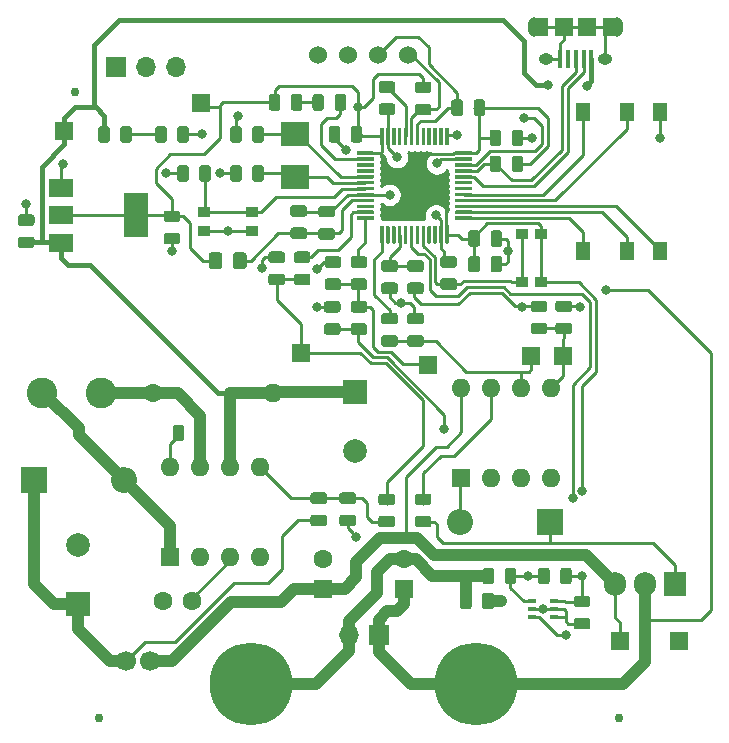
<source format=gbr>
G04 #@! TF.GenerationSoftware,KiCad,Pcbnew,(5.1.5-0-10_14)*
G04 #@! TF.CreationDate,2020-01-24T10:00:26-08:00*
G04 #@! TF.ProjectId,powersupply,706f7765-7273-4757-9070-6c792e6b6963,rev?*
G04 #@! TF.SameCoordinates,Original*
G04 #@! TF.FileFunction,Copper,L1,Top*
G04 #@! TF.FilePolarity,Positive*
%FSLAX46Y46*%
G04 Gerber Fmt 4.6, Leading zero omitted, Abs format (unit mm)*
G04 Created by KiCad (PCBNEW (5.1.5-0-10_14)) date 2020-01-24 10:00:26*
%MOMM*%
%LPD*%
G04 APERTURE LIST*
%ADD10C,0.100000*%
%ADD11R,1.500000X1.500000*%
%ADD12C,1.524000*%
%ADD13R,1.000000X0.900000*%
%ADD14O,1.905000X2.000000*%
%ADD15R,1.905000X2.000000*%
%ADD16R,1.300000X1.600000*%
%ADD17C,0.750000*%
%ADD18O,1.700000X1.700000*%
%ADD19R,1.700000X1.700000*%
%ADD20R,2.400000X2.000000*%
%ADD21C,1.600000*%
%ADD22R,1.600000X1.600000*%
%ADD23C,2.000000*%
%ADD24R,2.000000X2.000000*%
%ADD25O,1.600000X1.600000*%
%ADD26R,0.650000X0.400000*%
%ADD27C,1.700000*%
%ADD28C,2.600000*%
%ADD29C,7.000000*%
%ADD30R,2.000000X1.500000*%
%ADD31R,2.000000X3.800000*%
%ADD32R,1.200000X1.650000*%
%ADD33R,0.400000X1.650000*%
%ADD34O,1.250000X0.950000*%
%ADD35O,1.000000X1.650000*%
%ADD36R,1.500000X1.650000*%
%ADD37O,2.200000X2.200000*%
%ADD38R,2.200000X2.200000*%
%ADD39C,0.800000*%
%ADD40C,0.400000*%
%ADD41C,0.250000*%
%ADD42C,1.000000*%
%ADD43C,0.254000*%
G04 APERTURE END LIST*
G04 #@! TA.AperFunction,SMDPad,CuDef*
D10*
G36*
X74930142Y-75301174D02*
G01*
X74953803Y-75304684D01*
X74977007Y-75310496D01*
X74999529Y-75318554D01*
X75021153Y-75328782D01*
X75041670Y-75341079D01*
X75060883Y-75355329D01*
X75078607Y-75371393D01*
X75094671Y-75389117D01*
X75108921Y-75408330D01*
X75121218Y-75428847D01*
X75131446Y-75450471D01*
X75139504Y-75472993D01*
X75145316Y-75496197D01*
X75148826Y-75519858D01*
X75150000Y-75543750D01*
X75150000Y-76456250D01*
X75148826Y-76480142D01*
X75145316Y-76503803D01*
X75139504Y-76527007D01*
X75131446Y-76549529D01*
X75121218Y-76571153D01*
X75108921Y-76591670D01*
X75094671Y-76610883D01*
X75078607Y-76628607D01*
X75060883Y-76644671D01*
X75041670Y-76658921D01*
X75021153Y-76671218D01*
X74999529Y-76681446D01*
X74977007Y-76689504D01*
X74953803Y-76695316D01*
X74930142Y-76698826D01*
X74906250Y-76700000D01*
X74418750Y-76700000D01*
X74394858Y-76698826D01*
X74371197Y-76695316D01*
X74347993Y-76689504D01*
X74325471Y-76681446D01*
X74303847Y-76671218D01*
X74283330Y-76658921D01*
X74264117Y-76644671D01*
X74246393Y-76628607D01*
X74230329Y-76610883D01*
X74216079Y-76591670D01*
X74203782Y-76571153D01*
X74193554Y-76549529D01*
X74185496Y-76527007D01*
X74179684Y-76503803D01*
X74176174Y-76480142D01*
X74175000Y-76456250D01*
X74175000Y-75543750D01*
X74176174Y-75519858D01*
X74179684Y-75496197D01*
X74185496Y-75472993D01*
X74193554Y-75450471D01*
X74203782Y-75428847D01*
X74216079Y-75408330D01*
X74230329Y-75389117D01*
X74246393Y-75371393D01*
X74264117Y-75355329D01*
X74283330Y-75341079D01*
X74303847Y-75328782D01*
X74325471Y-75318554D01*
X74347993Y-75310496D01*
X74371197Y-75304684D01*
X74394858Y-75301174D01*
X74418750Y-75300000D01*
X74906250Y-75300000D01*
X74930142Y-75301174D01*
G37*
G04 #@! TD.AperFunction*
G04 #@! TA.AperFunction,SMDPad,CuDef*
G36*
X76805142Y-75301174D02*
G01*
X76828803Y-75304684D01*
X76852007Y-75310496D01*
X76874529Y-75318554D01*
X76896153Y-75328782D01*
X76916670Y-75341079D01*
X76935883Y-75355329D01*
X76953607Y-75371393D01*
X76969671Y-75389117D01*
X76983921Y-75408330D01*
X76996218Y-75428847D01*
X77006446Y-75450471D01*
X77014504Y-75472993D01*
X77020316Y-75496197D01*
X77023826Y-75519858D01*
X77025000Y-75543750D01*
X77025000Y-76456250D01*
X77023826Y-76480142D01*
X77020316Y-76503803D01*
X77014504Y-76527007D01*
X77006446Y-76549529D01*
X76996218Y-76571153D01*
X76983921Y-76591670D01*
X76969671Y-76610883D01*
X76953607Y-76628607D01*
X76935883Y-76644671D01*
X76916670Y-76658921D01*
X76896153Y-76671218D01*
X76874529Y-76681446D01*
X76852007Y-76689504D01*
X76828803Y-76695316D01*
X76805142Y-76698826D01*
X76781250Y-76700000D01*
X76293750Y-76700000D01*
X76269858Y-76698826D01*
X76246197Y-76695316D01*
X76222993Y-76689504D01*
X76200471Y-76681446D01*
X76178847Y-76671218D01*
X76158330Y-76658921D01*
X76139117Y-76644671D01*
X76121393Y-76628607D01*
X76105329Y-76610883D01*
X76091079Y-76591670D01*
X76078782Y-76571153D01*
X76068554Y-76549529D01*
X76060496Y-76527007D01*
X76054684Y-76503803D01*
X76051174Y-76480142D01*
X76050000Y-76456250D01*
X76050000Y-75543750D01*
X76051174Y-75519858D01*
X76054684Y-75496197D01*
X76060496Y-75472993D01*
X76068554Y-75450471D01*
X76078782Y-75428847D01*
X76091079Y-75408330D01*
X76105329Y-75389117D01*
X76121393Y-75371393D01*
X76139117Y-75355329D01*
X76158330Y-75341079D01*
X76178847Y-75328782D01*
X76200471Y-75318554D01*
X76222993Y-75310496D01*
X76246197Y-75304684D01*
X76269858Y-75301174D01*
X76293750Y-75300000D01*
X76781250Y-75300000D01*
X76805142Y-75301174D01*
G37*
G04 #@! TD.AperFunction*
D11*
X73600000Y-57400000D03*
X86100000Y-81500000D03*
X81100000Y-81500000D03*
X76300000Y-57400000D03*
X54100000Y-57100000D03*
X64850000Y-58100000D03*
X45675000Y-35975000D03*
X34036000Y-38354000D03*
D12*
X55535000Y-31850000D03*
X58075000Y-31850000D03*
X60615000Y-31850000D03*
X63155000Y-31850000D03*
G04 #@! TA.AperFunction,SMDPad,CuDef*
D10*
G36*
X55830142Y-35201174D02*
G01*
X55853803Y-35204684D01*
X55877007Y-35210496D01*
X55899529Y-35218554D01*
X55921153Y-35228782D01*
X55941670Y-35241079D01*
X55960883Y-35255329D01*
X55978607Y-35271393D01*
X55994671Y-35289117D01*
X56008921Y-35308330D01*
X56021218Y-35328847D01*
X56031446Y-35350471D01*
X56039504Y-35372993D01*
X56045316Y-35396197D01*
X56048826Y-35419858D01*
X56050000Y-35443750D01*
X56050000Y-36356250D01*
X56048826Y-36380142D01*
X56045316Y-36403803D01*
X56039504Y-36427007D01*
X56031446Y-36449529D01*
X56021218Y-36471153D01*
X56008921Y-36491670D01*
X55994671Y-36510883D01*
X55978607Y-36528607D01*
X55960883Y-36544671D01*
X55941670Y-36558921D01*
X55921153Y-36571218D01*
X55899529Y-36581446D01*
X55877007Y-36589504D01*
X55853803Y-36595316D01*
X55830142Y-36598826D01*
X55806250Y-36600000D01*
X55318750Y-36600000D01*
X55294858Y-36598826D01*
X55271197Y-36595316D01*
X55247993Y-36589504D01*
X55225471Y-36581446D01*
X55203847Y-36571218D01*
X55183330Y-36558921D01*
X55164117Y-36544671D01*
X55146393Y-36528607D01*
X55130329Y-36510883D01*
X55116079Y-36491670D01*
X55103782Y-36471153D01*
X55093554Y-36449529D01*
X55085496Y-36427007D01*
X55079684Y-36403803D01*
X55076174Y-36380142D01*
X55075000Y-36356250D01*
X55075000Y-35443750D01*
X55076174Y-35419858D01*
X55079684Y-35396197D01*
X55085496Y-35372993D01*
X55093554Y-35350471D01*
X55103782Y-35328847D01*
X55116079Y-35308330D01*
X55130329Y-35289117D01*
X55146393Y-35271393D01*
X55164117Y-35255329D01*
X55183330Y-35241079D01*
X55203847Y-35228782D01*
X55225471Y-35218554D01*
X55247993Y-35210496D01*
X55271197Y-35204684D01*
X55294858Y-35201174D01*
X55318750Y-35200000D01*
X55806250Y-35200000D01*
X55830142Y-35201174D01*
G37*
G04 #@! TD.AperFunction*
G04 #@! TA.AperFunction,SMDPad,CuDef*
G36*
X57705142Y-35201174D02*
G01*
X57728803Y-35204684D01*
X57752007Y-35210496D01*
X57774529Y-35218554D01*
X57796153Y-35228782D01*
X57816670Y-35241079D01*
X57835883Y-35255329D01*
X57853607Y-35271393D01*
X57869671Y-35289117D01*
X57883921Y-35308330D01*
X57896218Y-35328847D01*
X57906446Y-35350471D01*
X57914504Y-35372993D01*
X57920316Y-35396197D01*
X57923826Y-35419858D01*
X57925000Y-35443750D01*
X57925000Y-36356250D01*
X57923826Y-36380142D01*
X57920316Y-36403803D01*
X57914504Y-36427007D01*
X57906446Y-36449529D01*
X57896218Y-36471153D01*
X57883921Y-36491670D01*
X57869671Y-36510883D01*
X57853607Y-36528607D01*
X57835883Y-36544671D01*
X57816670Y-36558921D01*
X57796153Y-36571218D01*
X57774529Y-36581446D01*
X57752007Y-36589504D01*
X57728803Y-36595316D01*
X57705142Y-36598826D01*
X57681250Y-36600000D01*
X57193750Y-36600000D01*
X57169858Y-36598826D01*
X57146197Y-36595316D01*
X57122993Y-36589504D01*
X57100471Y-36581446D01*
X57078847Y-36571218D01*
X57058330Y-36558921D01*
X57039117Y-36544671D01*
X57021393Y-36528607D01*
X57005329Y-36510883D01*
X56991079Y-36491670D01*
X56978782Y-36471153D01*
X56968554Y-36449529D01*
X56960496Y-36427007D01*
X56954684Y-36403803D01*
X56951174Y-36380142D01*
X56950000Y-36356250D01*
X56950000Y-35443750D01*
X56951174Y-35419858D01*
X56954684Y-35396197D01*
X56960496Y-35372993D01*
X56968554Y-35350471D01*
X56978782Y-35328847D01*
X56991079Y-35308330D01*
X57005329Y-35289117D01*
X57021393Y-35271393D01*
X57039117Y-35255329D01*
X57058330Y-35241079D01*
X57078847Y-35228782D01*
X57100471Y-35218554D01*
X57122993Y-35210496D01*
X57146197Y-35204684D01*
X57169858Y-35201174D01*
X57193750Y-35200000D01*
X57681250Y-35200000D01*
X57705142Y-35201174D01*
G37*
G04 #@! TD.AperFunction*
G04 #@! TA.AperFunction,SMDPad,CuDef*
G36*
X52130142Y-35201174D02*
G01*
X52153803Y-35204684D01*
X52177007Y-35210496D01*
X52199529Y-35218554D01*
X52221153Y-35228782D01*
X52241670Y-35241079D01*
X52260883Y-35255329D01*
X52278607Y-35271393D01*
X52294671Y-35289117D01*
X52308921Y-35308330D01*
X52321218Y-35328847D01*
X52331446Y-35350471D01*
X52339504Y-35372993D01*
X52345316Y-35396197D01*
X52348826Y-35419858D01*
X52350000Y-35443750D01*
X52350000Y-36356250D01*
X52348826Y-36380142D01*
X52345316Y-36403803D01*
X52339504Y-36427007D01*
X52331446Y-36449529D01*
X52321218Y-36471153D01*
X52308921Y-36491670D01*
X52294671Y-36510883D01*
X52278607Y-36528607D01*
X52260883Y-36544671D01*
X52241670Y-36558921D01*
X52221153Y-36571218D01*
X52199529Y-36581446D01*
X52177007Y-36589504D01*
X52153803Y-36595316D01*
X52130142Y-36598826D01*
X52106250Y-36600000D01*
X51618750Y-36600000D01*
X51594858Y-36598826D01*
X51571197Y-36595316D01*
X51547993Y-36589504D01*
X51525471Y-36581446D01*
X51503847Y-36571218D01*
X51483330Y-36558921D01*
X51464117Y-36544671D01*
X51446393Y-36528607D01*
X51430329Y-36510883D01*
X51416079Y-36491670D01*
X51403782Y-36471153D01*
X51393554Y-36449529D01*
X51385496Y-36427007D01*
X51379684Y-36403803D01*
X51376174Y-36380142D01*
X51375000Y-36356250D01*
X51375000Y-35443750D01*
X51376174Y-35419858D01*
X51379684Y-35396197D01*
X51385496Y-35372993D01*
X51393554Y-35350471D01*
X51403782Y-35328847D01*
X51416079Y-35308330D01*
X51430329Y-35289117D01*
X51446393Y-35271393D01*
X51464117Y-35255329D01*
X51483330Y-35241079D01*
X51503847Y-35228782D01*
X51525471Y-35218554D01*
X51547993Y-35210496D01*
X51571197Y-35204684D01*
X51594858Y-35201174D01*
X51618750Y-35200000D01*
X52106250Y-35200000D01*
X52130142Y-35201174D01*
G37*
G04 #@! TD.AperFunction*
G04 #@! TA.AperFunction,SMDPad,CuDef*
G36*
X54005142Y-35201174D02*
G01*
X54028803Y-35204684D01*
X54052007Y-35210496D01*
X54074529Y-35218554D01*
X54096153Y-35228782D01*
X54116670Y-35241079D01*
X54135883Y-35255329D01*
X54153607Y-35271393D01*
X54169671Y-35289117D01*
X54183921Y-35308330D01*
X54196218Y-35328847D01*
X54206446Y-35350471D01*
X54214504Y-35372993D01*
X54220316Y-35396197D01*
X54223826Y-35419858D01*
X54225000Y-35443750D01*
X54225000Y-36356250D01*
X54223826Y-36380142D01*
X54220316Y-36403803D01*
X54214504Y-36427007D01*
X54206446Y-36449529D01*
X54196218Y-36471153D01*
X54183921Y-36491670D01*
X54169671Y-36510883D01*
X54153607Y-36528607D01*
X54135883Y-36544671D01*
X54116670Y-36558921D01*
X54096153Y-36571218D01*
X54074529Y-36581446D01*
X54052007Y-36589504D01*
X54028803Y-36595316D01*
X54005142Y-36598826D01*
X53981250Y-36600000D01*
X53493750Y-36600000D01*
X53469858Y-36598826D01*
X53446197Y-36595316D01*
X53422993Y-36589504D01*
X53400471Y-36581446D01*
X53378847Y-36571218D01*
X53358330Y-36558921D01*
X53339117Y-36544671D01*
X53321393Y-36528607D01*
X53305329Y-36510883D01*
X53291079Y-36491670D01*
X53278782Y-36471153D01*
X53268554Y-36449529D01*
X53260496Y-36427007D01*
X53254684Y-36403803D01*
X53251174Y-36380142D01*
X53250000Y-36356250D01*
X53250000Y-35443750D01*
X53251174Y-35419858D01*
X53254684Y-35396197D01*
X53260496Y-35372993D01*
X53268554Y-35350471D01*
X53278782Y-35328847D01*
X53291079Y-35308330D01*
X53305329Y-35289117D01*
X53321393Y-35271393D01*
X53339117Y-35255329D01*
X53358330Y-35241079D01*
X53378847Y-35228782D01*
X53400471Y-35218554D01*
X53422993Y-35210496D01*
X53446197Y-35204684D01*
X53469858Y-35201174D01*
X53493750Y-35200000D01*
X53981250Y-35200000D01*
X54005142Y-35201174D01*
G37*
G04 #@! TD.AperFunction*
D13*
X72800000Y-51150000D03*
X74400000Y-51150000D03*
X72800000Y-47050000D03*
X74400000Y-47050000D03*
D14*
X80720000Y-76700000D03*
X83260000Y-76700000D03*
D15*
X85800000Y-76700000D03*
G04 #@! TA.AperFunction,SMDPad,CuDef*
D10*
G36*
X67080142Y-48926174D02*
G01*
X67103803Y-48929684D01*
X67127007Y-48935496D01*
X67149529Y-48943554D01*
X67171153Y-48953782D01*
X67191670Y-48966079D01*
X67210883Y-48980329D01*
X67228607Y-48996393D01*
X67244671Y-49014117D01*
X67258921Y-49033330D01*
X67271218Y-49053847D01*
X67281446Y-49075471D01*
X67289504Y-49097993D01*
X67295316Y-49121197D01*
X67298826Y-49144858D01*
X67300000Y-49168750D01*
X67300000Y-49656250D01*
X67298826Y-49680142D01*
X67295316Y-49703803D01*
X67289504Y-49727007D01*
X67281446Y-49749529D01*
X67271218Y-49771153D01*
X67258921Y-49791670D01*
X67244671Y-49810883D01*
X67228607Y-49828607D01*
X67210883Y-49844671D01*
X67191670Y-49858921D01*
X67171153Y-49871218D01*
X67149529Y-49881446D01*
X67127007Y-49889504D01*
X67103803Y-49895316D01*
X67080142Y-49898826D01*
X67056250Y-49900000D01*
X66143750Y-49900000D01*
X66119858Y-49898826D01*
X66096197Y-49895316D01*
X66072993Y-49889504D01*
X66050471Y-49881446D01*
X66028847Y-49871218D01*
X66008330Y-49858921D01*
X65989117Y-49844671D01*
X65971393Y-49828607D01*
X65955329Y-49810883D01*
X65941079Y-49791670D01*
X65928782Y-49771153D01*
X65918554Y-49749529D01*
X65910496Y-49727007D01*
X65904684Y-49703803D01*
X65901174Y-49680142D01*
X65900000Y-49656250D01*
X65900000Y-49168750D01*
X65901174Y-49144858D01*
X65904684Y-49121197D01*
X65910496Y-49097993D01*
X65918554Y-49075471D01*
X65928782Y-49053847D01*
X65941079Y-49033330D01*
X65955329Y-49014117D01*
X65971393Y-48996393D01*
X65989117Y-48980329D01*
X66008330Y-48966079D01*
X66028847Y-48953782D01*
X66050471Y-48943554D01*
X66072993Y-48935496D01*
X66096197Y-48929684D01*
X66119858Y-48926174D01*
X66143750Y-48925000D01*
X67056250Y-48925000D01*
X67080142Y-48926174D01*
G37*
G04 #@! TD.AperFunction*
G04 #@! TA.AperFunction,SMDPad,CuDef*
G36*
X67080142Y-50801174D02*
G01*
X67103803Y-50804684D01*
X67127007Y-50810496D01*
X67149529Y-50818554D01*
X67171153Y-50828782D01*
X67191670Y-50841079D01*
X67210883Y-50855329D01*
X67228607Y-50871393D01*
X67244671Y-50889117D01*
X67258921Y-50908330D01*
X67271218Y-50928847D01*
X67281446Y-50950471D01*
X67289504Y-50972993D01*
X67295316Y-50996197D01*
X67298826Y-51019858D01*
X67300000Y-51043750D01*
X67300000Y-51531250D01*
X67298826Y-51555142D01*
X67295316Y-51578803D01*
X67289504Y-51602007D01*
X67281446Y-51624529D01*
X67271218Y-51646153D01*
X67258921Y-51666670D01*
X67244671Y-51685883D01*
X67228607Y-51703607D01*
X67210883Y-51719671D01*
X67191670Y-51733921D01*
X67171153Y-51746218D01*
X67149529Y-51756446D01*
X67127007Y-51764504D01*
X67103803Y-51770316D01*
X67080142Y-51773826D01*
X67056250Y-51775000D01*
X66143750Y-51775000D01*
X66119858Y-51773826D01*
X66096197Y-51770316D01*
X66072993Y-51764504D01*
X66050471Y-51756446D01*
X66028847Y-51746218D01*
X66008330Y-51733921D01*
X65989117Y-51719671D01*
X65971393Y-51703607D01*
X65955329Y-51685883D01*
X65941079Y-51666670D01*
X65928782Y-51646153D01*
X65918554Y-51624529D01*
X65910496Y-51602007D01*
X65904684Y-51578803D01*
X65901174Y-51555142D01*
X65900000Y-51531250D01*
X65900000Y-51043750D01*
X65901174Y-51019858D01*
X65904684Y-50996197D01*
X65910496Y-50972993D01*
X65918554Y-50950471D01*
X65928782Y-50928847D01*
X65941079Y-50908330D01*
X65955329Y-50889117D01*
X65971393Y-50871393D01*
X65989117Y-50855329D01*
X66008330Y-50841079D01*
X66028847Y-50828782D01*
X66050471Y-50818554D01*
X66072993Y-50810496D01*
X66096197Y-50804684D01*
X66119858Y-50801174D01*
X66143750Y-50800000D01*
X67056250Y-50800000D01*
X67080142Y-50801174D01*
G37*
G04 #@! TD.AperFunction*
D16*
X84470000Y-36700000D03*
X77970000Y-36700000D03*
X77970000Y-48500000D03*
X84470000Y-48500000D03*
X81670000Y-36700000D03*
X81670000Y-48500000D03*
D17*
X37000000Y-88000000D03*
X35000000Y-35000000D03*
X81000000Y-88000000D03*
G04 #@! TA.AperFunction,SMDPad,CuDef*
D10*
G36*
X47224505Y-48601204D02*
G01*
X47248773Y-48604804D01*
X47272572Y-48610765D01*
X47295671Y-48619030D01*
X47317850Y-48629520D01*
X47338893Y-48642132D01*
X47358599Y-48656747D01*
X47376777Y-48673223D01*
X47393253Y-48691401D01*
X47407868Y-48711107D01*
X47420480Y-48732150D01*
X47430970Y-48754329D01*
X47439235Y-48777428D01*
X47445196Y-48801227D01*
X47448796Y-48825495D01*
X47450000Y-48849999D01*
X47450000Y-49750001D01*
X47448796Y-49774505D01*
X47445196Y-49798773D01*
X47439235Y-49822572D01*
X47430970Y-49845671D01*
X47420480Y-49867850D01*
X47407868Y-49888893D01*
X47393253Y-49908599D01*
X47376777Y-49926777D01*
X47358599Y-49943253D01*
X47338893Y-49957868D01*
X47317850Y-49970480D01*
X47295671Y-49980970D01*
X47272572Y-49989235D01*
X47248773Y-49995196D01*
X47224505Y-49998796D01*
X47200001Y-50000000D01*
X46549999Y-50000000D01*
X46525495Y-49998796D01*
X46501227Y-49995196D01*
X46477428Y-49989235D01*
X46454329Y-49980970D01*
X46432150Y-49970480D01*
X46411107Y-49957868D01*
X46391401Y-49943253D01*
X46373223Y-49926777D01*
X46356747Y-49908599D01*
X46342132Y-49888893D01*
X46329520Y-49867850D01*
X46319030Y-49845671D01*
X46310765Y-49822572D01*
X46304804Y-49798773D01*
X46301204Y-49774505D01*
X46300000Y-49750001D01*
X46300000Y-48849999D01*
X46301204Y-48825495D01*
X46304804Y-48801227D01*
X46310765Y-48777428D01*
X46319030Y-48754329D01*
X46329520Y-48732150D01*
X46342132Y-48711107D01*
X46356747Y-48691401D01*
X46373223Y-48673223D01*
X46391401Y-48656747D01*
X46411107Y-48642132D01*
X46432150Y-48629520D01*
X46454329Y-48619030D01*
X46477428Y-48610765D01*
X46501227Y-48604804D01*
X46525495Y-48601204D01*
X46549999Y-48600000D01*
X47200001Y-48600000D01*
X47224505Y-48601204D01*
G37*
G04 #@! TD.AperFunction*
G04 #@! TA.AperFunction,SMDPad,CuDef*
G36*
X49274505Y-48601204D02*
G01*
X49298773Y-48604804D01*
X49322572Y-48610765D01*
X49345671Y-48619030D01*
X49367850Y-48629520D01*
X49388893Y-48642132D01*
X49408599Y-48656747D01*
X49426777Y-48673223D01*
X49443253Y-48691401D01*
X49457868Y-48711107D01*
X49470480Y-48732150D01*
X49480970Y-48754329D01*
X49489235Y-48777428D01*
X49495196Y-48801227D01*
X49498796Y-48825495D01*
X49500000Y-48849999D01*
X49500000Y-49750001D01*
X49498796Y-49774505D01*
X49495196Y-49798773D01*
X49489235Y-49822572D01*
X49480970Y-49845671D01*
X49470480Y-49867850D01*
X49457868Y-49888893D01*
X49443253Y-49908599D01*
X49426777Y-49926777D01*
X49408599Y-49943253D01*
X49388893Y-49957868D01*
X49367850Y-49970480D01*
X49345671Y-49980970D01*
X49322572Y-49989235D01*
X49298773Y-49995196D01*
X49274505Y-49998796D01*
X49250001Y-50000000D01*
X48599999Y-50000000D01*
X48575495Y-49998796D01*
X48551227Y-49995196D01*
X48527428Y-49989235D01*
X48504329Y-49980970D01*
X48482150Y-49970480D01*
X48461107Y-49957868D01*
X48441401Y-49943253D01*
X48423223Y-49926777D01*
X48406747Y-49908599D01*
X48392132Y-49888893D01*
X48379520Y-49867850D01*
X48369030Y-49845671D01*
X48360765Y-49822572D01*
X48354804Y-49798773D01*
X48351204Y-49774505D01*
X48350000Y-49750001D01*
X48350000Y-48849999D01*
X48351204Y-48825495D01*
X48354804Y-48801227D01*
X48360765Y-48777428D01*
X48369030Y-48754329D01*
X48379520Y-48732150D01*
X48392132Y-48711107D01*
X48406747Y-48691401D01*
X48423223Y-48673223D01*
X48441401Y-48656747D01*
X48461107Y-48642132D01*
X48482150Y-48629520D01*
X48504329Y-48619030D01*
X48527428Y-48610765D01*
X48551227Y-48604804D01*
X48575495Y-48601204D01*
X48599999Y-48600000D01*
X49250001Y-48600000D01*
X49274505Y-48601204D01*
G37*
G04 #@! TD.AperFunction*
G04 #@! TA.AperFunction,SMDPad,CuDef*
G36*
X42510142Y-37909174D02*
G01*
X42533803Y-37912684D01*
X42557007Y-37918496D01*
X42579529Y-37926554D01*
X42601153Y-37936782D01*
X42621670Y-37949079D01*
X42640883Y-37963329D01*
X42658607Y-37979393D01*
X42674671Y-37997117D01*
X42688921Y-38016330D01*
X42701218Y-38036847D01*
X42711446Y-38058471D01*
X42719504Y-38080993D01*
X42725316Y-38104197D01*
X42728826Y-38127858D01*
X42730000Y-38151750D01*
X42730000Y-39064250D01*
X42728826Y-39088142D01*
X42725316Y-39111803D01*
X42719504Y-39135007D01*
X42711446Y-39157529D01*
X42701218Y-39179153D01*
X42688921Y-39199670D01*
X42674671Y-39218883D01*
X42658607Y-39236607D01*
X42640883Y-39252671D01*
X42621670Y-39266921D01*
X42601153Y-39279218D01*
X42579529Y-39289446D01*
X42557007Y-39297504D01*
X42533803Y-39303316D01*
X42510142Y-39306826D01*
X42486250Y-39308000D01*
X41998750Y-39308000D01*
X41974858Y-39306826D01*
X41951197Y-39303316D01*
X41927993Y-39297504D01*
X41905471Y-39289446D01*
X41883847Y-39279218D01*
X41863330Y-39266921D01*
X41844117Y-39252671D01*
X41826393Y-39236607D01*
X41810329Y-39218883D01*
X41796079Y-39199670D01*
X41783782Y-39179153D01*
X41773554Y-39157529D01*
X41765496Y-39135007D01*
X41759684Y-39111803D01*
X41756174Y-39088142D01*
X41755000Y-39064250D01*
X41755000Y-38151750D01*
X41756174Y-38127858D01*
X41759684Y-38104197D01*
X41765496Y-38080993D01*
X41773554Y-38058471D01*
X41783782Y-38036847D01*
X41796079Y-38016330D01*
X41810329Y-37997117D01*
X41826393Y-37979393D01*
X41844117Y-37963329D01*
X41863330Y-37949079D01*
X41883847Y-37936782D01*
X41905471Y-37926554D01*
X41927993Y-37918496D01*
X41951197Y-37912684D01*
X41974858Y-37909174D01*
X41998750Y-37908000D01*
X42486250Y-37908000D01*
X42510142Y-37909174D01*
G37*
G04 #@! TD.AperFunction*
G04 #@! TA.AperFunction,SMDPad,CuDef*
G36*
X44385142Y-37909174D02*
G01*
X44408803Y-37912684D01*
X44432007Y-37918496D01*
X44454529Y-37926554D01*
X44476153Y-37936782D01*
X44496670Y-37949079D01*
X44515883Y-37963329D01*
X44533607Y-37979393D01*
X44549671Y-37997117D01*
X44563921Y-38016330D01*
X44576218Y-38036847D01*
X44586446Y-38058471D01*
X44594504Y-38080993D01*
X44600316Y-38104197D01*
X44603826Y-38127858D01*
X44605000Y-38151750D01*
X44605000Y-39064250D01*
X44603826Y-39088142D01*
X44600316Y-39111803D01*
X44594504Y-39135007D01*
X44586446Y-39157529D01*
X44576218Y-39179153D01*
X44563921Y-39199670D01*
X44549671Y-39218883D01*
X44533607Y-39236607D01*
X44515883Y-39252671D01*
X44496670Y-39266921D01*
X44476153Y-39279218D01*
X44454529Y-39289446D01*
X44432007Y-39297504D01*
X44408803Y-39303316D01*
X44385142Y-39306826D01*
X44361250Y-39308000D01*
X43873750Y-39308000D01*
X43849858Y-39306826D01*
X43826197Y-39303316D01*
X43802993Y-39297504D01*
X43780471Y-39289446D01*
X43758847Y-39279218D01*
X43738330Y-39266921D01*
X43719117Y-39252671D01*
X43701393Y-39236607D01*
X43685329Y-39218883D01*
X43671079Y-39199670D01*
X43658782Y-39179153D01*
X43648554Y-39157529D01*
X43640496Y-39135007D01*
X43634684Y-39111803D01*
X43631174Y-39088142D01*
X43630000Y-39064250D01*
X43630000Y-38151750D01*
X43631174Y-38127858D01*
X43634684Y-38104197D01*
X43640496Y-38080993D01*
X43648554Y-38058471D01*
X43658782Y-38036847D01*
X43671079Y-38016330D01*
X43685329Y-37997117D01*
X43701393Y-37979393D01*
X43719117Y-37963329D01*
X43738330Y-37949079D01*
X43758847Y-37936782D01*
X43780471Y-37926554D01*
X43802993Y-37918496D01*
X43826197Y-37912684D01*
X43849858Y-37909174D01*
X43873750Y-37908000D01*
X44361250Y-37908000D01*
X44385142Y-37909174D01*
G37*
G04 #@! TD.AperFunction*
G04 #@! TA.AperFunction,SMDPad,CuDef*
G36*
X39559142Y-37909174D02*
G01*
X39582803Y-37912684D01*
X39606007Y-37918496D01*
X39628529Y-37926554D01*
X39650153Y-37936782D01*
X39670670Y-37949079D01*
X39689883Y-37963329D01*
X39707607Y-37979393D01*
X39723671Y-37997117D01*
X39737921Y-38016330D01*
X39750218Y-38036847D01*
X39760446Y-38058471D01*
X39768504Y-38080993D01*
X39774316Y-38104197D01*
X39777826Y-38127858D01*
X39779000Y-38151750D01*
X39779000Y-39064250D01*
X39777826Y-39088142D01*
X39774316Y-39111803D01*
X39768504Y-39135007D01*
X39760446Y-39157529D01*
X39750218Y-39179153D01*
X39737921Y-39199670D01*
X39723671Y-39218883D01*
X39707607Y-39236607D01*
X39689883Y-39252671D01*
X39670670Y-39266921D01*
X39650153Y-39279218D01*
X39628529Y-39289446D01*
X39606007Y-39297504D01*
X39582803Y-39303316D01*
X39559142Y-39306826D01*
X39535250Y-39308000D01*
X39047750Y-39308000D01*
X39023858Y-39306826D01*
X39000197Y-39303316D01*
X38976993Y-39297504D01*
X38954471Y-39289446D01*
X38932847Y-39279218D01*
X38912330Y-39266921D01*
X38893117Y-39252671D01*
X38875393Y-39236607D01*
X38859329Y-39218883D01*
X38845079Y-39199670D01*
X38832782Y-39179153D01*
X38822554Y-39157529D01*
X38814496Y-39135007D01*
X38808684Y-39111803D01*
X38805174Y-39088142D01*
X38804000Y-39064250D01*
X38804000Y-38151750D01*
X38805174Y-38127858D01*
X38808684Y-38104197D01*
X38814496Y-38080993D01*
X38822554Y-38058471D01*
X38832782Y-38036847D01*
X38845079Y-38016330D01*
X38859329Y-37997117D01*
X38875393Y-37979393D01*
X38893117Y-37963329D01*
X38912330Y-37949079D01*
X38932847Y-37936782D01*
X38954471Y-37926554D01*
X38976993Y-37918496D01*
X39000197Y-37912684D01*
X39023858Y-37909174D01*
X39047750Y-37908000D01*
X39535250Y-37908000D01*
X39559142Y-37909174D01*
G37*
G04 #@! TD.AperFunction*
G04 #@! TA.AperFunction,SMDPad,CuDef*
G36*
X37684142Y-37909174D02*
G01*
X37707803Y-37912684D01*
X37731007Y-37918496D01*
X37753529Y-37926554D01*
X37775153Y-37936782D01*
X37795670Y-37949079D01*
X37814883Y-37963329D01*
X37832607Y-37979393D01*
X37848671Y-37997117D01*
X37862921Y-38016330D01*
X37875218Y-38036847D01*
X37885446Y-38058471D01*
X37893504Y-38080993D01*
X37899316Y-38104197D01*
X37902826Y-38127858D01*
X37904000Y-38151750D01*
X37904000Y-39064250D01*
X37902826Y-39088142D01*
X37899316Y-39111803D01*
X37893504Y-39135007D01*
X37885446Y-39157529D01*
X37875218Y-39179153D01*
X37862921Y-39199670D01*
X37848671Y-39218883D01*
X37832607Y-39236607D01*
X37814883Y-39252671D01*
X37795670Y-39266921D01*
X37775153Y-39279218D01*
X37753529Y-39289446D01*
X37731007Y-39297504D01*
X37707803Y-39303316D01*
X37684142Y-39306826D01*
X37660250Y-39308000D01*
X37172750Y-39308000D01*
X37148858Y-39306826D01*
X37125197Y-39303316D01*
X37101993Y-39297504D01*
X37079471Y-39289446D01*
X37057847Y-39279218D01*
X37037330Y-39266921D01*
X37018117Y-39252671D01*
X37000393Y-39236607D01*
X36984329Y-39218883D01*
X36970079Y-39199670D01*
X36957782Y-39179153D01*
X36947554Y-39157529D01*
X36939496Y-39135007D01*
X36933684Y-39111803D01*
X36930174Y-39088142D01*
X36929000Y-39064250D01*
X36929000Y-38151750D01*
X36930174Y-38127858D01*
X36933684Y-38104197D01*
X36939496Y-38080993D01*
X36947554Y-38058471D01*
X36957782Y-38036847D01*
X36970079Y-38016330D01*
X36984329Y-37997117D01*
X37000393Y-37979393D01*
X37018117Y-37963329D01*
X37037330Y-37949079D01*
X37057847Y-37936782D01*
X37079471Y-37926554D01*
X37101993Y-37918496D01*
X37125197Y-37912684D01*
X37148858Y-37909174D01*
X37172750Y-37908000D01*
X37660250Y-37908000D01*
X37684142Y-37909174D01*
G37*
G04 #@! TD.AperFunction*
D18*
X43530000Y-32900000D03*
X40990000Y-32900000D03*
D19*
X38450000Y-32900000D03*
G04 #@! TA.AperFunction,SMDPad,CuDef*
D10*
G36*
X70205142Y-77401174D02*
G01*
X70228803Y-77404684D01*
X70252007Y-77410496D01*
X70274529Y-77418554D01*
X70296153Y-77428782D01*
X70316670Y-77441079D01*
X70335883Y-77455329D01*
X70353607Y-77471393D01*
X70369671Y-77489117D01*
X70383921Y-77508330D01*
X70396218Y-77528847D01*
X70406446Y-77550471D01*
X70414504Y-77572993D01*
X70420316Y-77596197D01*
X70423826Y-77619858D01*
X70425000Y-77643750D01*
X70425000Y-78556250D01*
X70423826Y-78580142D01*
X70420316Y-78603803D01*
X70414504Y-78627007D01*
X70406446Y-78649529D01*
X70396218Y-78671153D01*
X70383921Y-78691670D01*
X70369671Y-78710883D01*
X70353607Y-78728607D01*
X70335883Y-78744671D01*
X70316670Y-78758921D01*
X70296153Y-78771218D01*
X70274529Y-78781446D01*
X70252007Y-78789504D01*
X70228803Y-78795316D01*
X70205142Y-78798826D01*
X70181250Y-78800000D01*
X69693750Y-78800000D01*
X69669858Y-78798826D01*
X69646197Y-78795316D01*
X69622993Y-78789504D01*
X69600471Y-78781446D01*
X69578847Y-78771218D01*
X69558330Y-78758921D01*
X69539117Y-78744671D01*
X69521393Y-78728607D01*
X69505329Y-78710883D01*
X69491079Y-78691670D01*
X69478782Y-78671153D01*
X69468554Y-78649529D01*
X69460496Y-78627007D01*
X69454684Y-78603803D01*
X69451174Y-78580142D01*
X69450000Y-78556250D01*
X69450000Y-77643750D01*
X69451174Y-77619858D01*
X69454684Y-77596197D01*
X69460496Y-77572993D01*
X69468554Y-77550471D01*
X69478782Y-77528847D01*
X69491079Y-77508330D01*
X69505329Y-77489117D01*
X69521393Y-77471393D01*
X69539117Y-77455329D01*
X69558330Y-77441079D01*
X69578847Y-77428782D01*
X69600471Y-77418554D01*
X69622993Y-77410496D01*
X69646197Y-77404684D01*
X69669858Y-77401174D01*
X69693750Y-77400000D01*
X70181250Y-77400000D01*
X70205142Y-77401174D01*
G37*
G04 #@! TD.AperFunction*
G04 #@! TA.AperFunction,SMDPad,CuDef*
G36*
X68330142Y-77401174D02*
G01*
X68353803Y-77404684D01*
X68377007Y-77410496D01*
X68399529Y-77418554D01*
X68421153Y-77428782D01*
X68441670Y-77441079D01*
X68460883Y-77455329D01*
X68478607Y-77471393D01*
X68494671Y-77489117D01*
X68508921Y-77508330D01*
X68521218Y-77528847D01*
X68531446Y-77550471D01*
X68539504Y-77572993D01*
X68545316Y-77596197D01*
X68548826Y-77619858D01*
X68550000Y-77643750D01*
X68550000Y-78556250D01*
X68548826Y-78580142D01*
X68545316Y-78603803D01*
X68539504Y-78627007D01*
X68531446Y-78649529D01*
X68521218Y-78671153D01*
X68508921Y-78691670D01*
X68494671Y-78710883D01*
X68478607Y-78728607D01*
X68460883Y-78744671D01*
X68441670Y-78758921D01*
X68421153Y-78771218D01*
X68399529Y-78781446D01*
X68377007Y-78789504D01*
X68353803Y-78795316D01*
X68330142Y-78798826D01*
X68306250Y-78800000D01*
X67818750Y-78800000D01*
X67794858Y-78798826D01*
X67771197Y-78795316D01*
X67747993Y-78789504D01*
X67725471Y-78781446D01*
X67703847Y-78771218D01*
X67683330Y-78758921D01*
X67664117Y-78744671D01*
X67646393Y-78728607D01*
X67630329Y-78710883D01*
X67616079Y-78691670D01*
X67603782Y-78671153D01*
X67593554Y-78649529D01*
X67585496Y-78627007D01*
X67579684Y-78603803D01*
X67576174Y-78580142D01*
X67575000Y-78556250D01*
X67575000Y-77643750D01*
X67576174Y-77619858D01*
X67579684Y-77596197D01*
X67585496Y-77572993D01*
X67593554Y-77550471D01*
X67603782Y-77528847D01*
X67616079Y-77508330D01*
X67630329Y-77489117D01*
X67646393Y-77471393D01*
X67664117Y-77455329D01*
X67683330Y-77441079D01*
X67703847Y-77428782D01*
X67725471Y-77418554D01*
X67747993Y-77410496D01*
X67771197Y-77404684D01*
X67794858Y-77401174D01*
X67818750Y-77400000D01*
X68306250Y-77400000D01*
X68330142Y-77401174D01*
G37*
G04 #@! TD.AperFunction*
G04 #@! TA.AperFunction,SMDPad,CuDef*
G36*
X70905142Y-48901174D02*
G01*
X70928803Y-48904684D01*
X70952007Y-48910496D01*
X70974529Y-48918554D01*
X70996153Y-48928782D01*
X71016670Y-48941079D01*
X71035883Y-48955329D01*
X71053607Y-48971393D01*
X71069671Y-48989117D01*
X71083921Y-49008330D01*
X71096218Y-49028847D01*
X71106446Y-49050471D01*
X71114504Y-49072993D01*
X71120316Y-49096197D01*
X71123826Y-49119858D01*
X71125000Y-49143750D01*
X71125000Y-50056250D01*
X71123826Y-50080142D01*
X71120316Y-50103803D01*
X71114504Y-50127007D01*
X71106446Y-50149529D01*
X71096218Y-50171153D01*
X71083921Y-50191670D01*
X71069671Y-50210883D01*
X71053607Y-50228607D01*
X71035883Y-50244671D01*
X71016670Y-50258921D01*
X70996153Y-50271218D01*
X70974529Y-50281446D01*
X70952007Y-50289504D01*
X70928803Y-50295316D01*
X70905142Y-50298826D01*
X70881250Y-50300000D01*
X70393750Y-50300000D01*
X70369858Y-50298826D01*
X70346197Y-50295316D01*
X70322993Y-50289504D01*
X70300471Y-50281446D01*
X70278847Y-50271218D01*
X70258330Y-50258921D01*
X70239117Y-50244671D01*
X70221393Y-50228607D01*
X70205329Y-50210883D01*
X70191079Y-50191670D01*
X70178782Y-50171153D01*
X70168554Y-50149529D01*
X70160496Y-50127007D01*
X70154684Y-50103803D01*
X70151174Y-50080142D01*
X70150000Y-50056250D01*
X70150000Y-49143750D01*
X70151174Y-49119858D01*
X70154684Y-49096197D01*
X70160496Y-49072993D01*
X70168554Y-49050471D01*
X70178782Y-49028847D01*
X70191079Y-49008330D01*
X70205329Y-48989117D01*
X70221393Y-48971393D01*
X70239117Y-48955329D01*
X70258330Y-48941079D01*
X70278847Y-48928782D01*
X70300471Y-48918554D01*
X70322993Y-48910496D01*
X70346197Y-48904684D01*
X70369858Y-48901174D01*
X70393750Y-48900000D01*
X70881250Y-48900000D01*
X70905142Y-48901174D01*
G37*
G04 #@! TD.AperFunction*
G04 #@! TA.AperFunction,SMDPad,CuDef*
G36*
X69030142Y-48901174D02*
G01*
X69053803Y-48904684D01*
X69077007Y-48910496D01*
X69099529Y-48918554D01*
X69121153Y-48928782D01*
X69141670Y-48941079D01*
X69160883Y-48955329D01*
X69178607Y-48971393D01*
X69194671Y-48989117D01*
X69208921Y-49008330D01*
X69221218Y-49028847D01*
X69231446Y-49050471D01*
X69239504Y-49072993D01*
X69245316Y-49096197D01*
X69248826Y-49119858D01*
X69250000Y-49143750D01*
X69250000Y-50056250D01*
X69248826Y-50080142D01*
X69245316Y-50103803D01*
X69239504Y-50127007D01*
X69231446Y-50149529D01*
X69221218Y-50171153D01*
X69208921Y-50191670D01*
X69194671Y-50210883D01*
X69178607Y-50228607D01*
X69160883Y-50244671D01*
X69141670Y-50258921D01*
X69121153Y-50271218D01*
X69099529Y-50281446D01*
X69077007Y-50289504D01*
X69053803Y-50295316D01*
X69030142Y-50298826D01*
X69006250Y-50300000D01*
X68518750Y-50300000D01*
X68494858Y-50298826D01*
X68471197Y-50295316D01*
X68447993Y-50289504D01*
X68425471Y-50281446D01*
X68403847Y-50271218D01*
X68383330Y-50258921D01*
X68364117Y-50244671D01*
X68346393Y-50228607D01*
X68330329Y-50210883D01*
X68316079Y-50191670D01*
X68303782Y-50171153D01*
X68293554Y-50149529D01*
X68285496Y-50127007D01*
X68279684Y-50103803D01*
X68276174Y-50080142D01*
X68275000Y-50056250D01*
X68275000Y-49143750D01*
X68276174Y-49119858D01*
X68279684Y-49096197D01*
X68285496Y-49072993D01*
X68293554Y-49050471D01*
X68303782Y-49028847D01*
X68316079Y-49008330D01*
X68330329Y-48989117D01*
X68346393Y-48971393D01*
X68364117Y-48955329D01*
X68383330Y-48941079D01*
X68403847Y-48928782D01*
X68425471Y-48918554D01*
X68447993Y-48910496D01*
X68471197Y-48904684D01*
X68494858Y-48901174D01*
X68518750Y-48900000D01*
X69006250Y-48900000D01*
X69030142Y-48901174D01*
G37*
G04 #@! TD.AperFunction*
G04 #@! TA.AperFunction,SMDPad,CuDef*
G36*
X61860142Y-35981174D02*
G01*
X61883803Y-35984684D01*
X61907007Y-35990496D01*
X61929529Y-35998554D01*
X61951153Y-36008782D01*
X61971670Y-36021079D01*
X61990883Y-36035329D01*
X62008607Y-36051393D01*
X62024671Y-36069117D01*
X62038921Y-36088330D01*
X62051218Y-36108847D01*
X62061446Y-36130471D01*
X62069504Y-36152993D01*
X62075316Y-36176197D01*
X62078826Y-36199858D01*
X62080000Y-36223750D01*
X62080000Y-36711250D01*
X62078826Y-36735142D01*
X62075316Y-36758803D01*
X62069504Y-36782007D01*
X62061446Y-36804529D01*
X62051218Y-36826153D01*
X62038921Y-36846670D01*
X62024671Y-36865883D01*
X62008607Y-36883607D01*
X61990883Y-36899671D01*
X61971670Y-36913921D01*
X61951153Y-36926218D01*
X61929529Y-36936446D01*
X61907007Y-36944504D01*
X61883803Y-36950316D01*
X61860142Y-36953826D01*
X61836250Y-36955000D01*
X60923750Y-36955000D01*
X60899858Y-36953826D01*
X60876197Y-36950316D01*
X60852993Y-36944504D01*
X60830471Y-36936446D01*
X60808847Y-36926218D01*
X60788330Y-36913921D01*
X60769117Y-36899671D01*
X60751393Y-36883607D01*
X60735329Y-36865883D01*
X60721079Y-36846670D01*
X60708782Y-36826153D01*
X60698554Y-36804529D01*
X60690496Y-36782007D01*
X60684684Y-36758803D01*
X60681174Y-36735142D01*
X60680000Y-36711250D01*
X60680000Y-36223750D01*
X60681174Y-36199858D01*
X60684684Y-36176197D01*
X60690496Y-36152993D01*
X60698554Y-36130471D01*
X60708782Y-36108847D01*
X60721079Y-36088330D01*
X60735329Y-36069117D01*
X60751393Y-36051393D01*
X60769117Y-36035329D01*
X60788330Y-36021079D01*
X60808847Y-36008782D01*
X60830471Y-35998554D01*
X60852993Y-35990496D01*
X60876197Y-35984684D01*
X60899858Y-35981174D01*
X60923750Y-35980000D01*
X61836250Y-35980000D01*
X61860142Y-35981174D01*
G37*
G04 #@! TD.AperFunction*
G04 #@! TA.AperFunction,SMDPad,CuDef*
G36*
X61860142Y-34106174D02*
G01*
X61883803Y-34109684D01*
X61907007Y-34115496D01*
X61929529Y-34123554D01*
X61951153Y-34133782D01*
X61971670Y-34146079D01*
X61990883Y-34160329D01*
X62008607Y-34176393D01*
X62024671Y-34194117D01*
X62038921Y-34213330D01*
X62051218Y-34233847D01*
X62061446Y-34255471D01*
X62069504Y-34277993D01*
X62075316Y-34301197D01*
X62078826Y-34324858D01*
X62080000Y-34348750D01*
X62080000Y-34836250D01*
X62078826Y-34860142D01*
X62075316Y-34883803D01*
X62069504Y-34907007D01*
X62061446Y-34929529D01*
X62051218Y-34951153D01*
X62038921Y-34971670D01*
X62024671Y-34990883D01*
X62008607Y-35008607D01*
X61990883Y-35024671D01*
X61971670Y-35038921D01*
X61951153Y-35051218D01*
X61929529Y-35061446D01*
X61907007Y-35069504D01*
X61883803Y-35075316D01*
X61860142Y-35078826D01*
X61836250Y-35080000D01*
X60923750Y-35080000D01*
X60899858Y-35078826D01*
X60876197Y-35075316D01*
X60852993Y-35069504D01*
X60830471Y-35061446D01*
X60808847Y-35051218D01*
X60788330Y-35038921D01*
X60769117Y-35024671D01*
X60751393Y-35008607D01*
X60735329Y-34990883D01*
X60721079Y-34971670D01*
X60708782Y-34951153D01*
X60698554Y-34929529D01*
X60690496Y-34907007D01*
X60684684Y-34883803D01*
X60681174Y-34860142D01*
X60680000Y-34836250D01*
X60680000Y-34348750D01*
X60681174Y-34324858D01*
X60684684Y-34301197D01*
X60690496Y-34277993D01*
X60698554Y-34255471D01*
X60708782Y-34233847D01*
X60721079Y-34213330D01*
X60735329Y-34194117D01*
X60751393Y-34176393D01*
X60769117Y-34160329D01*
X60788330Y-34146079D01*
X60808847Y-34133782D01*
X60830471Y-34123554D01*
X60852993Y-34115496D01*
X60876197Y-34109684D01*
X60899858Y-34106174D01*
X60923750Y-34105000D01*
X61836250Y-34105000D01*
X61860142Y-34106174D01*
G37*
G04 #@! TD.AperFunction*
G04 #@! TA.AperFunction,SMDPad,CuDef*
G36*
X56760142Y-46541174D02*
G01*
X56783803Y-46544684D01*
X56807007Y-46550496D01*
X56829529Y-46558554D01*
X56851153Y-46568782D01*
X56871670Y-46581079D01*
X56890883Y-46595329D01*
X56908607Y-46611393D01*
X56924671Y-46629117D01*
X56938921Y-46648330D01*
X56951218Y-46668847D01*
X56961446Y-46690471D01*
X56969504Y-46712993D01*
X56975316Y-46736197D01*
X56978826Y-46759858D01*
X56980000Y-46783750D01*
X56980000Y-47271250D01*
X56978826Y-47295142D01*
X56975316Y-47318803D01*
X56969504Y-47342007D01*
X56961446Y-47364529D01*
X56951218Y-47386153D01*
X56938921Y-47406670D01*
X56924671Y-47425883D01*
X56908607Y-47443607D01*
X56890883Y-47459671D01*
X56871670Y-47473921D01*
X56851153Y-47486218D01*
X56829529Y-47496446D01*
X56807007Y-47504504D01*
X56783803Y-47510316D01*
X56760142Y-47513826D01*
X56736250Y-47515000D01*
X55823750Y-47515000D01*
X55799858Y-47513826D01*
X55776197Y-47510316D01*
X55752993Y-47504504D01*
X55730471Y-47496446D01*
X55708847Y-47486218D01*
X55688330Y-47473921D01*
X55669117Y-47459671D01*
X55651393Y-47443607D01*
X55635329Y-47425883D01*
X55621079Y-47406670D01*
X55608782Y-47386153D01*
X55598554Y-47364529D01*
X55590496Y-47342007D01*
X55584684Y-47318803D01*
X55581174Y-47295142D01*
X55580000Y-47271250D01*
X55580000Y-46783750D01*
X55581174Y-46759858D01*
X55584684Y-46736197D01*
X55590496Y-46712993D01*
X55598554Y-46690471D01*
X55608782Y-46668847D01*
X55621079Y-46648330D01*
X55635329Y-46629117D01*
X55651393Y-46611393D01*
X55669117Y-46595329D01*
X55688330Y-46581079D01*
X55708847Y-46568782D01*
X55730471Y-46558554D01*
X55752993Y-46550496D01*
X55776197Y-46544684D01*
X55799858Y-46541174D01*
X55823750Y-46540000D01*
X56736250Y-46540000D01*
X56760142Y-46541174D01*
G37*
G04 #@! TD.AperFunction*
G04 #@! TA.AperFunction,SMDPad,CuDef*
G36*
X56760142Y-44666174D02*
G01*
X56783803Y-44669684D01*
X56807007Y-44675496D01*
X56829529Y-44683554D01*
X56851153Y-44693782D01*
X56871670Y-44706079D01*
X56890883Y-44720329D01*
X56908607Y-44736393D01*
X56924671Y-44754117D01*
X56938921Y-44773330D01*
X56951218Y-44793847D01*
X56961446Y-44815471D01*
X56969504Y-44837993D01*
X56975316Y-44861197D01*
X56978826Y-44884858D01*
X56980000Y-44908750D01*
X56980000Y-45396250D01*
X56978826Y-45420142D01*
X56975316Y-45443803D01*
X56969504Y-45467007D01*
X56961446Y-45489529D01*
X56951218Y-45511153D01*
X56938921Y-45531670D01*
X56924671Y-45550883D01*
X56908607Y-45568607D01*
X56890883Y-45584671D01*
X56871670Y-45598921D01*
X56851153Y-45611218D01*
X56829529Y-45621446D01*
X56807007Y-45629504D01*
X56783803Y-45635316D01*
X56760142Y-45638826D01*
X56736250Y-45640000D01*
X55823750Y-45640000D01*
X55799858Y-45638826D01*
X55776197Y-45635316D01*
X55752993Y-45629504D01*
X55730471Y-45621446D01*
X55708847Y-45611218D01*
X55688330Y-45598921D01*
X55669117Y-45584671D01*
X55651393Y-45568607D01*
X55635329Y-45550883D01*
X55621079Y-45531670D01*
X55608782Y-45511153D01*
X55598554Y-45489529D01*
X55590496Y-45467007D01*
X55584684Y-45443803D01*
X55581174Y-45420142D01*
X55580000Y-45396250D01*
X55580000Y-44908750D01*
X55581174Y-44884858D01*
X55584684Y-44861197D01*
X55590496Y-44837993D01*
X55598554Y-44815471D01*
X55608782Y-44793847D01*
X55621079Y-44773330D01*
X55635329Y-44754117D01*
X55651393Y-44736393D01*
X55669117Y-44720329D01*
X55688330Y-44706079D01*
X55708847Y-44693782D01*
X55730471Y-44683554D01*
X55752993Y-44675496D01*
X55776197Y-44669684D01*
X55799858Y-44666174D01*
X55823750Y-44665000D01*
X56736250Y-44665000D01*
X56760142Y-44666174D01*
G37*
G04 #@! TD.AperFunction*
G04 #@! TA.AperFunction,SMDPad,CuDef*
G36*
X54380142Y-46491174D02*
G01*
X54403803Y-46494684D01*
X54427007Y-46500496D01*
X54449529Y-46508554D01*
X54471153Y-46518782D01*
X54491670Y-46531079D01*
X54510883Y-46545329D01*
X54528607Y-46561393D01*
X54544671Y-46579117D01*
X54558921Y-46598330D01*
X54571218Y-46618847D01*
X54581446Y-46640471D01*
X54589504Y-46662993D01*
X54595316Y-46686197D01*
X54598826Y-46709858D01*
X54600000Y-46733750D01*
X54600000Y-47221250D01*
X54598826Y-47245142D01*
X54595316Y-47268803D01*
X54589504Y-47292007D01*
X54581446Y-47314529D01*
X54571218Y-47336153D01*
X54558921Y-47356670D01*
X54544671Y-47375883D01*
X54528607Y-47393607D01*
X54510883Y-47409671D01*
X54491670Y-47423921D01*
X54471153Y-47436218D01*
X54449529Y-47446446D01*
X54427007Y-47454504D01*
X54403803Y-47460316D01*
X54380142Y-47463826D01*
X54356250Y-47465000D01*
X53443750Y-47465000D01*
X53419858Y-47463826D01*
X53396197Y-47460316D01*
X53372993Y-47454504D01*
X53350471Y-47446446D01*
X53328847Y-47436218D01*
X53308330Y-47423921D01*
X53289117Y-47409671D01*
X53271393Y-47393607D01*
X53255329Y-47375883D01*
X53241079Y-47356670D01*
X53228782Y-47336153D01*
X53218554Y-47314529D01*
X53210496Y-47292007D01*
X53204684Y-47268803D01*
X53201174Y-47245142D01*
X53200000Y-47221250D01*
X53200000Y-46733750D01*
X53201174Y-46709858D01*
X53204684Y-46686197D01*
X53210496Y-46662993D01*
X53218554Y-46640471D01*
X53228782Y-46618847D01*
X53241079Y-46598330D01*
X53255329Y-46579117D01*
X53271393Y-46561393D01*
X53289117Y-46545329D01*
X53308330Y-46531079D01*
X53328847Y-46518782D01*
X53350471Y-46508554D01*
X53372993Y-46500496D01*
X53396197Y-46494684D01*
X53419858Y-46491174D01*
X53443750Y-46490000D01*
X54356250Y-46490000D01*
X54380142Y-46491174D01*
G37*
G04 #@! TD.AperFunction*
G04 #@! TA.AperFunction,SMDPad,CuDef*
G36*
X54380142Y-44616174D02*
G01*
X54403803Y-44619684D01*
X54427007Y-44625496D01*
X54449529Y-44633554D01*
X54471153Y-44643782D01*
X54491670Y-44656079D01*
X54510883Y-44670329D01*
X54528607Y-44686393D01*
X54544671Y-44704117D01*
X54558921Y-44723330D01*
X54571218Y-44743847D01*
X54581446Y-44765471D01*
X54589504Y-44787993D01*
X54595316Y-44811197D01*
X54598826Y-44834858D01*
X54600000Y-44858750D01*
X54600000Y-45346250D01*
X54598826Y-45370142D01*
X54595316Y-45393803D01*
X54589504Y-45417007D01*
X54581446Y-45439529D01*
X54571218Y-45461153D01*
X54558921Y-45481670D01*
X54544671Y-45500883D01*
X54528607Y-45518607D01*
X54510883Y-45534671D01*
X54491670Y-45548921D01*
X54471153Y-45561218D01*
X54449529Y-45571446D01*
X54427007Y-45579504D01*
X54403803Y-45585316D01*
X54380142Y-45588826D01*
X54356250Y-45590000D01*
X53443750Y-45590000D01*
X53419858Y-45588826D01*
X53396197Y-45585316D01*
X53372993Y-45579504D01*
X53350471Y-45571446D01*
X53328847Y-45561218D01*
X53308330Y-45548921D01*
X53289117Y-45534671D01*
X53271393Y-45518607D01*
X53255329Y-45500883D01*
X53241079Y-45481670D01*
X53228782Y-45461153D01*
X53218554Y-45439529D01*
X53210496Y-45417007D01*
X53204684Y-45393803D01*
X53201174Y-45370142D01*
X53200000Y-45346250D01*
X53200000Y-44858750D01*
X53201174Y-44834858D01*
X53204684Y-44811197D01*
X53210496Y-44787993D01*
X53218554Y-44765471D01*
X53228782Y-44743847D01*
X53241079Y-44723330D01*
X53255329Y-44704117D01*
X53271393Y-44686393D01*
X53289117Y-44670329D01*
X53308330Y-44656079D01*
X53328847Y-44643782D01*
X53350471Y-44633554D01*
X53372993Y-44625496D01*
X53396197Y-44619684D01*
X53419858Y-44616174D01*
X53443750Y-44615000D01*
X54356250Y-44615000D01*
X54380142Y-44616174D01*
G37*
G04 #@! TD.AperFunction*
G04 #@! TA.AperFunction,SMDPad,CuDef*
G36*
X59067642Y-37901174D02*
G01*
X59091303Y-37904684D01*
X59114507Y-37910496D01*
X59137029Y-37918554D01*
X59158653Y-37928782D01*
X59179170Y-37941079D01*
X59198383Y-37955329D01*
X59216107Y-37971393D01*
X59232171Y-37989117D01*
X59246421Y-38008330D01*
X59258718Y-38028847D01*
X59268946Y-38050471D01*
X59277004Y-38072993D01*
X59282816Y-38096197D01*
X59286326Y-38119858D01*
X59287500Y-38143750D01*
X59287500Y-39056250D01*
X59286326Y-39080142D01*
X59282816Y-39103803D01*
X59277004Y-39127007D01*
X59268946Y-39149529D01*
X59258718Y-39171153D01*
X59246421Y-39191670D01*
X59232171Y-39210883D01*
X59216107Y-39228607D01*
X59198383Y-39244671D01*
X59179170Y-39258921D01*
X59158653Y-39271218D01*
X59137029Y-39281446D01*
X59114507Y-39289504D01*
X59091303Y-39295316D01*
X59067642Y-39298826D01*
X59043750Y-39300000D01*
X58556250Y-39300000D01*
X58532358Y-39298826D01*
X58508697Y-39295316D01*
X58485493Y-39289504D01*
X58462971Y-39281446D01*
X58441347Y-39271218D01*
X58420830Y-39258921D01*
X58401617Y-39244671D01*
X58383893Y-39228607D01*
X58367829Y-39210883D01*
X58353579Y-39191670D01*
X58341282Y-39171153D01*
X58331054Y-39149529D01*
X58322996Y-39127007D01*
X58317184Y-39103803D01*
X58313674Y-39080142D01*
X58312500Y-39056250D01*
X58312500Y-38143750D01*
X58313674Y-38119858D01*
X58317184Y-38096197D01*
X58322996Y-38072993D01*
X58331054Y-38050471D01*
X58341282Y-38028847D01*
X58353579Y-38008330D01*
X58367829Y-37989117D01*
X58383893Y-37971393D01*
X58401617Y-37955329D01*
X58420830Y-37941079D01*
X58441347Y-37928782D01*
X58462971Y-37918554D01*
X58485493Y-37910496D01*
X58508697Y-37904684D01*
X58532358Y-37901174D01*
X58556250Y-37900000D01*
X59043750Y-37900000D01*
X59067642Y-37901174D01*
G37*
G04 #@! TD.AperFunction*
G04 #@! TA.AperFunction,SMDPad,CuDef*
G36*
X57192642Y-37901174D02*
G01*
X57216303Y-37904684D01*
X57239507Y-37910496D01*
X57262029Y-37918554D01*
X57283653Y-37928782D01*
X57304170Y-37941079D01*
X57323383Y-37955329D01*
X57341107Y-37971393D01*
X57357171Y-37989117D01*
X57371421Y-38008330D01*
X57383718Y-38028847D01*
X57393946Y-38050471D01*
X57402004Y-38072993D01*
X57407816Y-38096197D01*
X57411326Y-38119858D01*
X57412500Y-38143750D01*
X57412500Y-39056250D01*
X57411326Y-39080142D01*
X57407816Y-39103803D01*
X57402004Y-39127007D01*
X57393946Y-39149529D01*
X57383718Y-39171153D01*
X57371421Y-39191670D01*
X57357171Y-39210883D01*
X57341107Y-39228607D01*
X57323383Y-39244671D01*
X57304170Y-39258921D01*
X57283653Y-39271218D01*
X57262029Y-39281446D01*
X57239507Y-39289504D01*
X57216303Y-39295316D01*
X57192642Y-39298826D01*
X57168750Y-39300000D01*
X56681250Y-39300000D01*
X56657358Y-39298826D01*
X56633697Y-39295316D01*
X56610493Y-39289504D01*
X56587971Y-39281446D01*
X56566347Y-39271218D01*
X56545830Y-39258921D01*
X56526617Y-39244671D01*
X56508893Y-39228607D01*
X56492829Y-39210883D01*
X56478579Y-39191670D01*
X56466282Y-39171153D01*
X56456054Y-39149529D01*
X56447996Y-39127007D01*
X56442184Y-39103803D01*
X56438674Y-39080142D01*
X56437500Y-39056250D01*
X56437500Y-38143750D01*
X56438674Y-38119858D01*
X56442184Y-38096197D01*
X56447996Y-38072993D01*
X56456054Y-38050471D01*
X56466282Y-38028847D01*
X56478579Y-38008330D01*
X56492829Y-37989117D01*
X56508893Y-37971393D01*
X56526617Y-37955329D01*
X56545830Y-37941079D01*
X56566347Y-37928782D01*
X56587971Y-37918554D01*
X56610493Y-37910496D01*
X56633697Y-37904684D01*
X56657358Y-37901174D01*
X56681250Y-37900000D01*
X57168750Y-37900000D01*
X57192642Y-37901174D01*
G37*
G04 #@! TD.AperFunction*
G04 #@! TA.AperFunction,SMDPad,CuDef*
G36*
X70820142Y-38201174D02*
G01*
X70843803Y-38204684D01*
X70867007Y-38210496D01*
X70889529Y-38218554D01*
X70911153Y-38228782D01*
X70931670Y-38241079D01*
X70950883Y-38255329D01*
X70968607Y-38271393D01*
X70984671Y-38289117D01*
X70998921Y-38308330D01*
X71011218Y-38328847D01*
X71021446Y-38350471D01*
X71029504Y-38372993D01*
X71035316Y-38396197D01*
X71038826Y-38419858D01*
X71040000Y-38443750D01*
X71040000Y-39356250D01*
X71038826Y-39380142D01*
X71035316Y-39403803D01*
X71029504Y-39427007D01*
X71021446Y-39449529D01*
X71011218Y-39471153D01*
X70998921Y-39491670D01*
X70984671Y-39510883D01*
X70968607Y-39528607D01*
X70950883Y-39544671D01*
X70931670Y-39558921D01*
X70911153Y-39571218D01*
X70889529Y-39581446D01*
X70867007Y-39589504D01*
X70843803Y-39595316D01*
X70820142Y-39598826D01*
X70796250Y-39600000D01*
X70308750Y-39600000D01*
X70284858Y-39598826D01*
X70261197Y-39595316D01*
X70237993Y-39589504D01*
X70215471Y-39581446D01*
X70193847Y-39571218D01*
X70173330Y-39558921D01*
X70154117Y-39544671D01*
X70136393Y-39528607D01*
X70120329Y-39510883D01*
X70106079Y-39491670D01*
X70093782Y-39471153D01*
X70083554Y-39449529D01*
X70075496Y-39427007D01*
X70069684Y-39403803D01*
X70066174Y-39380142D01*
X70065000Y-39356250D01*
X70065000Y-38443750D01*
X70066174Y-38419858D01*
X70069684Y-38396197D01*
X70075496Y-38372993D01*
X70083554Y-38350471D01*
X70093782Y-38328847D01*
X70106079Y-38308330D01*
X70120329Y-38289117D01*
X70136393Y-38271393D01*
X70154117Y-38255329D01*
X70173330Y-38241079D01*
X70193847Y-38228782D01*
X70215471Y-38218554D01*
X70237993Y-38210496D01*
X70261197Y-38204684D01*
X70284858Y-38201174D01*
X70308750Y-38200000D01*
X70796250Y-38200000D01*
X70820142Y-38201174D01*
G37*
G04 #@! TD.AperFunction*
G04 #@! TA.AperFunction,SMDPad,CuDef*
G36*
X72695142Y-38201174D02*
G01*
X72718803Y-38204684D01*
X72742007Y-38210496D01*
X72764529Y-38218554D01*
X72786153Y-38228782D01*
X72806670Y-38241079D01*
X72825883Y-38255329D01*
X72843607Y-38271393D01*
X72859671Y-38289117D01*
X72873921Y-38308330D01*
X72886218Y-38328847D01*
X72896446Y-38350471D01*
X72904504Y-38372993D01*
X72910316Y-38396197D01*
X72913826Y-38419858D01*
X72915000Y-38443750D01*
X72915000Y-39356250D01*
X72913826Y-39380142D01*
X72910316Y-39403803D01*
X72904504Y-39427007D01*
X72896446Y-39449529D01*
X72886218Y-39471153D01*
X72873921Y-39491670D01*
X72859671Y-39510883D01*
X72843607Y-39528607D01*
X72825883Y-39544671D01*
X72806670Y-39558921D01*
X72786153Y-39571218D01*
X72764529Y-39581446D01*
X72742007Y-39589504D01*
X72718803Y-39595316D01*
X72695142Y-39598826D01*
X72671250Y-39600000D01*
X72183750Y-39600000D01*
X72159858Y-39598826D01*
X72136197Y-39595316D01*
X72112993Y-39589504D01*
X72090471Y-39581446D01*
X72068847Y-39571218D01*
X72048330Y-39558921D01*
X72029117Y-39544671D01*
X72011393Y-39528607D01*
X71995329Y-39510883D01*
X71981079Y-39491670D01*
X71968782Y-39471153D01*
X71958554Y-39449529D01*
X71950496Y-39427007D01*
X71944684Y-39403803D01*
X71941174Y-39380142D01*
X71940000Y-39356250D01*
X71940000Y-38443750D01*
X71941174Y-38419858D01*
X71944684Y-38396197D01*
X71950496Y-38372993D01*
X71958554Y-38350471D01*
X71968782Y-38328847D01*
X71981079Y-38308330D01*
X71995329Y-38289117D01*
X72011393Y-38271393D01*
X72029117Y-38255329D01*
X72048330Y-38241079D01*
X72068847Y-38228782D01*
X72090471Y-38218554D01*
X72112993Y-38210496D01*
X72136197Y-38204684D01*
X72159858Y-38201174D01*
X72183750Y-38200000D01*
X72671250Y-38200000D01*
X72695142Y-38201174D01*
G37*
G04 #@! TD.AperFunction*
G04 #@! TA.AperFunction,SMDPad,CuDef*
G36*
X70905142Y-46731174D02*
G01*
X70928803Y-46734684D01*
X70952007Y-46740496D01*
X70974529Y-46748554D01*
X70996153Y-46758782D01*
X71016670Y-46771079D01*
X71035883Y-46785329D01*
X71053607Y-46801393D01*
X71069671Y-46819117D01*
X71083921Y-46838330D01*
X71096218Y-46858847D01*
X71106446Y-46880471D01*
X71114504Y-46902993D01*
X71120316Y-46926197D01*
X71123826Y-46949858D01*
X71125000Y-46973750D01*
X71125000Y-47886250D01*
X71123826Y-47910142D01*
X71120316Y-47933803D01*
X71114504Y-47957007D01*
X71106446Y-47979529D01*
X71096218Y-48001153D01*
X71083921Y-48021670D01*
X71069671Y-48040883D01*
X71053607Y-48058607D01*
X71035883Y-48074671D01*
X71016670Y-48088921D01*
X70996153Y-48101218D01*
X70974529Y-48111446D01*
X70952007Y-48119504D01*
X70928803Y-48125316D01*
X70905142Y-48128826D01*
X70881250Y-48130000D01*
X70393750Y-48130000D01*
X70369858Y-48128826D01*
X70346197Y-48125316D01*
X70322993Y-48119504D01*
X70300471Y-48111446D01*
X70278847Y-48101218D01*
X70258330Y-48088921D01*
X70239117Y-48074671D01*
X70221393Y-48058607D01*
X70205329Y-48040883D01*
X70191079Y-48021670D01*
X70178782Y-48001153D01*
X70168554Y-47979529D01*
X70160496Y-47957007D01*
X70154684Y-47933803D01*
X70151174Y-47910142D01*
X70150000Y-47886250D01*
X70150000Y-46973750D01*
X70151174Y-46949858D01*
X70154684Y-46926197D01*
X70160496Y-46902993D01*
X70168554Y-46880471D01*
X70178782Y-46858847D01*
X70191079Y-46838330D01*
X70205329Y-46819117D01*
X70221393Y-46801393D01*
X70239117Y-46785329D01*
X70258330Y-46771079D01*
X70278847Y-46758782D01*
X70300471Y-46748554D01*
X70322993Y-46740496D01*
X70346197Y-46734684D01*
X70369858Y-46731174D01*
X70393750Y-46730000D01*
X70881250Y-46730000D01*
X70905142Y-46731174D01*
G37*
G04 #@! TD.AperFunction*
G04 #@! TA.AperFunction,SMDPad,CuDef*
G36*
X69030142Y-46731174D02*
G01*
X69053803Y-46734684D01*
X69077007Y-46740496D01*
X69099529Y-46748554D01*
X69121153Y-46758782D01*
X69141670Y-46771079D01*
X69160883Y-46785329D01*
X69178607Y-46801393D01*
X69194671Y-46819117D01*
X69208921Y-46838330D01*
X69221218Y-46858847D01*
X69231446Y-46880471D01*
X69239504Y-46902993D01*
X69245316Y-46926197D01*
X69248826Y-46949858D01*
X69250000Y-46973750D01*
X69250000Y-47886250D01*
X69248826Y-47910142D01*
X69245316Y-47933803D01*
X69239504Y-47957007D01*
X69231446Y-47979529D01*
X69221218Y-48001153D01*
X69208921Y-48021670D01*
X69194671Y-48040883D01*
X69178607Y-48058607D01*
X69160883Y-48074671D01*
X69141670Y-48088921D01*
X69121153Y-48101218D01*
X69099529Y-48111446D01*
X69077007Y-48119504D01*
X69053803Y-48125316D01*
X69030142Y-48128826D01*
X69006250Y-48130000D01*
X68518750Y-48130000D01*
X68494858Y-48128826D01*
X68471197Y-48125316D01*
X68447993Y-48119504D01*
X68425471Y-48111446D01*
X68403847Y-48101218D01*
X68383330Y-48088921D01*
X68364117Y-48074671D01*
X68346393Y-48058607D01*
X68330329Y-48040883D01*
X68316079Y-48021670D01*
X68303782Y-48001153D01*
X68293554Y-47979529D01*
X68285496Y-47957007D01*
X68279684Y-47933803D01*
X68276174Y-47910142D01*
X68275000Y-47886250D01*
X68275000Y-46973750D01*
X68276174Y-46949858D01*
X68279684Y-46926197D01*
X68285496Y-46902993D01*
X68293554Y-46880471D01*
X68303782Y-46858847D01*
X68316079Y-46838330D01*
X68330329Y-46819117D01*
X68346393Y-46801393D01*
X68364117Y-46785329D01*
X68383330Y-46771079D01*
X68403847Y-46758782D01*
X68425471Y-46748554D01*
X68447993Y-46740496D01*
X68471197Y-46734684D01*
X68494858Y-46731174D01*
X68518750Y-46730000D01*
X69006250Y-46730000D01*
X69030142Y-46731174D01*
G37*
G04 #@! TD.AperFunction*
D20*
X53594000Y-42236000D03*
X53594000Y-38536000D03*
D13*
X45880000Y-45210000D03*
X45880000Y-46810000D03*
X49980000Y-45210000D03*
X49980000Y-46810000D03*
G04 #@! TA.AperFunction,SMDPad,CuDef*
D10*
G36*
X70830142Y-40401174D02*
G01*
X70853803Y-40404684D01*
X70877007Y-40410496D01*
X70899529Y-40418554D01*
X70921153Y-40428782D01*
X70941670Y-40441079D01*
X70960883Y-40455329D01*
X70978607Y-40471393D01*
X70994671Y-40489117D01*
X71008921Y-40508330D01*
X71021218Y-40528847D01*
X71031446Y-40550471D01*
X71039504Y-40572993D01*
X71045316Y-40596197D01*
X71048826Y-40619858D01*
X71050000Y-40643750D01*
X71050000Y-41556250D01*
X71048826Y-41580142D01*
X71045316Y-41603803D01*
X71039504Y-41627007D01*
X71031446Y-41649529D01*
X71021218Y-41671153D01*
X71008921Y-41691670D01*
X70994671Y-41710883D01*
X70978607Y-41728607D01*
X70960883Y-41744671D01*
X70941670Y-41758921D01*
X70921153Y-41771218D01*
X70899529Y-41781446D01*
X70877007Y-41789504D01*
X70853803Y-41795316D01*
X70830142Y-41798826D01*
X70806250Y-41800000D01*
X70318750Y-41800000D01*
X70294858Y-41798826D01*
X70271197Y-41795316D01*
X70247993Y-41789504D01*
X70225471Y-41781446D01*
X70203847Y-41771218D01*
X70183330Y-41758921D01*
X70164117Y-41744671D01*
X70146393Y-41728607D01*
X70130329Y-41710883D01*
X70116079Y-41691670D01*
X70103782Y-41671153D01*
X70093554Y-41649529D01*
X70085496Y-41627007D01*
X70079684Y-41603803D01*
X70076174Y-41580142D01*
X70075000Y-41556250D01*
X70075000Y-40643750D01*
X70076174Y-40619858D01*
X70079684Y-40596197D01*
X70085496Y-40572993D01*
X70093554Y-40550471D01*
X70103782Y-40528847D01*
X70116079Y-40508330D01*
X70130329Y-40489117D01*
X70146393Y-40471393D01*
X70164117Y-40455329D01*
X70183330Y-40441079D01*
X70203847Y-40428782D01*
X70225471Y-40418554D01*
X70247993Y-40410496D01*
X70271197Y-40404684D01*
X70294858Y-40401174D01*
X70318750Y-40400000D01*
X70806250Y-40400000D01*
X70830142Y-40401174D01*
G37*
G04 #@! TD.AperFunction*
G04 #@! TA.AperFunction,SMDPad,CuDef*
G36*
X72705142Y-40401174D02*
G01*
X72728803Y-40404684D01*
X72752007Y-40410496D01*
X72774529Y-40418554D01*
X72796153Y-40428782D01*
X72816670Y-40441079D01*
X72835883Y-40455329D01*
X72853607Y-40471393D01*
X72869671Y-40489117D01*
X72883921Y-40508330D01*
X72896218Y-40528847D01*
X72906446Y-40550471D01*
X72914504Y-40572993D01*
X72920316Y-40596197D01*
X72923826Y-40619858D01*
X72925000Y-40643750D01*
X72925000Y-41556250D01*
X72923826Y-41580142D01*
X72920316Y-41603803D01*
X72914504Y-41627007D01*
X72906446Y-41649529D01*
X72896218Y-41671153D01*
X72883921Y-41691670D01*
X72869671Y-41710883D01*
X72853607Y-41728607D01*
X72835883Y-41744671D01*
X72816670Y-41758921D01*
X72796153Y-41771218D01*
X72774529Y-41781446D01*
X72752007Y-41789504D01*
X72728803Y-41795316D01*
X72705142Y-41798826D01*
X72681250Y-41800000D01*
X72193750Y-41800000D01*
X72169858Y-41798826D01*
X72146197Y-41795316D01*
X72122993Y-41789504D01*
X72100471Y-41781446D01*
X72078847Y-41771218D01*
X72058330Y-41758921D01*
X72039117Y-41744671D01*
X72021393Y-41728607D01*
X72005329Y-41710883D01*
X71991079Y-41691670D01*
X71978782Y-41671153D01*
X71968554Y-41649529D01*
X71960496Y-41627007D01*
X71954684Y-41603803D01*
X71951174Y-41580142D01*
X71950000Y-41556250D01*
X71950000Y-40643750D01*
X71951174Y-40619858D01*
X71954684Y-40596197D01*
X71960496Y-40572993D01*
X71968554Y-40550471D01*
X71978782Y-40528847D01*
X71991079Y-40508330D01*
X72005329Y-40489117D01*
X72021393Y-40471393D01*
X72039117Y-40455329D01*
X72058330Y-40441079D01*
X72078847Y-40428782D01*
X72100471Y-40418554D01*
X72122993Y-40410496D01*
X72146197Y-40404684D01*
X72169858Y-40401174D01*
X72193750Y-40400000D01*
X72681250Y-40400000D01*
X72705142Y-40401174D01*
G37*
G04 #@! TD.AperFunction*
G04 #@! TA.AperFunction,SMDPad,CuDef*
G36*
X64280142Y-49276174D02*
G01*
X64303803Y-49279684D01*
X64327007Y-49285496D01*
X64349529Y-49293554D01*
X64371153Y-49303782D01*
X64391670Y-49316079D01*
X64410883Y-49330329D01*
X64428607Y-49346393D01*
X64444671Y-49364117D01*
X64458921Y-49383330D01*
X64471218Y-49403847D01*
X64481446Y-49425471D01*
X64489504Y-49447993D01*
X64495316Y-49471197D01*
X64498826Y-49494858D01*
X64500000Y-49518750D01*
X64500000Y-50006250D01*
X64498826Y-50030142D01*
X64495316Y-50053803D01*
X64489504Y-50077007D01*
X64481446Y-50099529D01*
X64471218Y-50121153D01*
X64458921Y-50141670D01*
X64444671Y-50160883D01*
X64428607Y-50178607D01*
X64410883Y-50194671D01*
X64391670Y-50208921D01*
X64371153Y-50221218D01*
X64349529Y-50231446D01*
X64327007Y-50239504D01*
X64303803Y-50245316D01*
X64280142Y-50248826D01*
X64256250Y-50250000D01*
X63343750Y-50250000D01*
X63319858Y-50248826D01*
X63296197Y-50245316D01*
X63272993Y-50239504D01*
X63250471Y-50231446D01*
X63228847Y-50221218D01*
X63208330Y-50208921D01*
X63189117Y-50194671D01*
X63171393Y-50178607D01*
X63155329Y-50160883D01*
X63141079Y-50141670D01*
X63128782Y-50121153D01*
X63118554Y-50099529D01*
X63110496Y-50077007D01*
X63104684Y-50053803D01*
X63101174Y-50030142D01*
X63100000Y-50006250D01*
X63100000Y-49518750D01*
X63101174Y-49494858D01*
X63104684Y-49471197D01*
X63110496Y-49447993D01*
X63118554Y-49425471D01*
X63128782Y-49403847D01*
X63141079Y-49383330D01*
X63155329Y-49364117D01*
X63171393Y-49346393D01*
X63189117Y-49330329D01*
X63208330Y-49316079D01*
X63228847Y-49303782D01*
X63250471Y-49293554D01*
X63272993Y-49285496D01*
X63296197Y-49279684D01*
X63319858Y-49276174D01*
X63343750Y-49275000D01*
X64256250Y-49275000D01*
X64280142Y-49276174D01*
G37*
G04 #@! TD.AperFunction*
G04 #@! TA.AperFunction,SMDPad,CuDef*
G36*
X64280142Y-51151174D02*
G01*
X64303803Y-51154684D01*
X64327007Y-51160496D01*
X64349529Y-51168554D01*
X64371153Y-51178782D01*
X64391670Y-51191079D01*
X64410883Y-51205329D01*
X64428607Y-51221393D01*
X64444671Y-51239117D01*
X64458921Y-51258330D01*
X64471218Y-51278847D01*
X64481446Y-51300471D01*
X64489504Y-51322993D01*
X64495316Y-51346197D01*
X64498826Y-51369858D01*
X64500000Y-51393750D01*
X64500000Y-51881250D01*
X64498826Y-51905142D01*
X64495316Y-51928803D01*
X64489504Y-51952007D01*
X64481446Y-51974529D01*
X64471218Y-51996153D01*
X64458921Y-52016670D01*
X64444671Y-52035883D01*
X64428607Y-52053607D01*
X64410883Y-52069671D01*
X64391670Y-52083921D01*
X64371153Y-52096218D01*
X64349529Y-52106446D01*
X64327007Y-52114504D01*
X64303803Y-52120316D01*
X64280142Y-52123826D01*
X64256250Y-52125000D01*
X63343750Y-52125000D01*
X63319858Y-52123826D01*
X63296197Y-52120316D01*
X63272993Y-52114504D01*
X63250471Y-52106446D01*
X63228847Y-52096218D01*
X63208330Y-52083921D01*
X63189117Y-52069671D01*
X63171393Y-52053607D01*
X63155329Y-52035883D01*
X63141079Y-52016670D01*
X63128782Y-51996153D01*
X63118554Y-51974529D01*
X63110496Y-51952007D01*
X63104684Y-51928803D01*
X63101174Y-51905142D01*
X63100000Y-51881250D01*
X63100000Y-51393750D01*
X63101174Y-51369858D01*
X63104684Y-51346197D01*
X63110496Y-51322993D01*
X63118554Y-51300471D01*
X63128782Y-51278847D01*
X63141079Y-51258330D01*
X63155329Y-51239117D01*
X63171393Y-51221393D01*
X63189117Y-51205329D01*
X63208330Y-51191079D01*
X63228847Y-51178782D01*
X63250471Y-51168554D01*
X63272993Y-51160496D01*
X63296197Y-51154684D01*
X63319858Y-51151174D01*
X63343750Y-51150000D01*
X64256250Y-51150000D01*
X64280142Y-51151174D01*
G37*
G04 #@! TD.AperFunction*
G04 #@! TA.AperFunction,SMDPad,CuDef*
G36*
X62080142Y-51151174D02*
G01*
X62103803Y-51154684D01*
X62127007Y-51160496D01*
X62149529Y-51168554D01*
X62171153Y-51178782D01*
X62191670Y-51191079D01*
X62210883Y-51205329D01*
X62228607Y-51221393D01*
X62244671Y-51239117D01*
X62258921Y-51258330D01*
X62271218Y-51278847D01*
X62281446Y-51300471D01*
X62289504Y-51322993D01*
X62295316Y-51346197D01*
X62298826Y-51369858D01*
X62300000Y-51393750D01*
X62300000Y-51881250D01*
X62298826Y-51905142D01*
X62295316Y-51928803D01*
X62289504Y-51952007D01*
X62281446Y-51974529D01*
X62271218Y-51996153D01*
X62258921Y-52016670D01*
X62244671Y-52035883D01*
X62228607Y-52053607D01*
X62210883Y-52069671D01*
X62191670Y-52083921D01*
X62171153Y-52096218D01*
X62149529Y-52106446D01*
X62127007Y-52114504D01*
X62103803Y-52120316D01*
X62080142Y-52123826D01*
X62056250Y-52125000D01*
X61143750Y-52125000D01*
X61119858Y-52123826D01*
X61096197Y-52120316D01*
X61072993Y-52114504D01*
X61050471Y-52106446D01*
X61028847Y-52096218D01*
X61008330Y-52083921D01*
X60989117Y-52069671D01*
X60971393Y-52053607D01*
X60955329Y-52035883D01*
X60941079Y-52016670D01*
X60928782Y-51996153D01*
X60918554Y-51974529D01*
X60910496Y-51952007D01*
X60904684Y-51928803D01*
X60901174Y-51905142D01*
X60900000Y-51881250D01*
X60900000Y-51393750D01*
X60901174Y-51369858D01*
X60904684Y-51346197D01*
X60910496Y-51322993D01*
X60918554Y-51300471D01*
X60928782Y-51278847D01*
X60941079Y-51258330D01*
X60955329Y-51239117D01*
X60971393Y-51221393D01*
X60989117Y-51205329D01*
X61008330Y-51191079D01*
X61028847Y-51178782D01*
X61050471Y-51168554D01*
X61072993Y-51160496D01*
X61096197Y-51154684D01*
X61119858Y-51151174D01*
X61143750Y-51150000D01*
X62056250Y-51150000D01*
X62080142Y-51151174D01*
G37*
G04 #@! TD.AperFunction*
G04 #@! TA.AperFunction,SMDPad,CuDef*
G36*
X62080142Y-49276174D02*
G01*
X62103803Y-49279684D01*
X62127007Y-49285496D01*
X62149529Y-49293554D01*
X62171153Y-49303782D01*
X62191670Y-49316079D01*
X62210883Y-49330329D01*
X62228607Y-49346393D01*
X62244671Y-49364117D01*
X62258921Y-49383330D01*
X62271218Y-49403847D01*
X62281446Y-49425471D01*
X62289504Y-49447993D01*
X62295316Y-49471197D01*
X62298826Y-49494858D01*
X62300000Y-49518750D01*
X62300000Y-50006250D01*
X62298826Y-50030142D01*
X62295316Y-50053803D01*
X62289504Y-50077007D01*
X62281446Y-50099529D01*
X62271218Y-50121153D01*
X62258921Y-50141670D01*
X62244671Y-50160883D01*
X62228607Y-50178607D01*
X62210883Y-50194671D01*
X62191670Y-50208921D01*
X62171153Y-50221218D01*
X62149529Y-50231446D01*
X62127007Y-50239504D01*
X62103803Y-50245316D01*
X62080142Y-50248826D01*
X62056250Y-50250000D01*
X61143750Y-50250000D01*
X61119858Y-50248826D01*
X61096197Y-50245316D01*
X61072993Y-50239504D01*
X61050471Y-50231446D01*
X61028847Y-50221218D01*
X61008330Y-50208921D01*
X60989117Y-50194671D01*
X60971393Y-50178607D01*
X60955329Y-50160883D01*
X60941079Y-50141670D01*
X60928782Y-50121153D01*
X60918554Y-50099529D01*
X60910496Y-50077007D01*
X60904684Y-50053803D01*
X60901174Y-50030142D01*
X60900000Y-50006250D01*
X60900000Y-49518750D01*
X60901174Y-49494858D01*
X60904684Y-49471197D01*
X60910496Y-49447993D01*
X60918554Y-49425471D01*
X60928782Y-49403847D01*
X60941079Y-49383330D01*
X60955329Y-49364117D01*
X60971393Y-49346393D01*
X60989117Y-49330329D01*
X61008330Y-49316079D01*
X61028847Y-49303782D01*
X61050471Y-49293554D01*
X61072993Y-49285496D01*
X61096197Y-49279684D01*
X61119858Y-49276174D01*
X61143750Y-49275000D01*
X62056250Y-49275000D01*
X62080142Y-49276174D01*
G37*
G04 #@! TD.AperFunction*
G04 #@! TA.AperFunction,SMDPad,CuDef*
G36*
X59480142Y-50801174D02*
G01*
X59503803Y-50804684D01*
X59527007Y-50810496D01*
X59549529Y-50818554D01*
X59571153Y-50828782D01*
X59591670Y-50841079D01*
X59610883Y-50855329D01*
X59628607Y-50871393D01*
X59644671Y-50889117D01*
X59658921Y-50908330D01*
X59671218Y-50928847D01*
X59681446Y-50950471D01*
X59689504Y-50972993D01*
X59695316Y-50996197D01*
X59698826Y-51019858D01*
X59700000Y-51043750D01*
X59700000Y-51531250D01*
X59698826Y-51555142D01*
X59695316Y-51578803D01*
X59689504Y-51602007D01*
X59681446Y-51624529D01*
X59671218Y-51646153D01*
X59658921Y-51666670D01*
X59644671Y-51685883D01*
X59628607Y-51703607D01*
X59610883Y-51719671D01*
X59591670Y-51733921D01*
X59571153Y-51746218D01*
X59549529Y-51756446D01*
X59527007Y-51764504D01*
X59503803Y-51770316D01*
X59480142Y-51773826D01*
X59456250Y-51775000D01*
X58543750Y-51775000D01*
X58519858Y-51773826D01*
X58496197Y-51770316D01*
X58472993Y-51764504D01*
X58450471Y-51756446D01*
X58428847Y-51746218D01*
X58408330Y-51733921D01*
X58389117Y-51719671D01*
X58371393Y-51703607D01*
X58355329Y-51685883D01*
X58341079Y-51666670D01*
X58328782Y-51646153D01*
X58318554Y-51624529D01*
X58310496Y-51602007D01*
X58304684Y-51578803D01*
X58301174Y-51555142D01*
X58300000Y-51531250D01*
X58300000Y-51043750D01*
X58301174Y-51019858D01*
X58304684Y-50996197D01*
X58310496Y-50972993D01*
X58318554Y-50950471D01*
X58328782Y-50928847D01*
X58341079Y-50908330D01*
X58355329Y-50889117D01*
X58371393Y-50871393D01*
X58389117Y-50855329D01*
X58408330Y-50841079D01*
X58428847Y-50828782D01*
X58450471Y-50818554D01*
X58472993Y-50810496D01*
X58496197Y-50804684D01*
X58519858Y-50801174D01*
X58543750Y-50800000D01*
X59456250Y-50800000D01*
X59480142Y-50801174D01*
G37*
G04 #@! TD.AperFunction*
G04 #@! TA.AperFunction,SMDPad,CuDef*
G36*
X59480142Y-48926174D02*
G01*
X59503803Y-48929684D01*
X59527007Y-48935496D01*
X59549529Y-48943554D01*
X59571153Y-48953782D01*
X59591670Y-48966079D01*
X59610883Y-48980329D01*
X59628607Y-48996393D01*
X59644671Y-49014117D01*
X59658921Y-49033330D01*
X59671218Y-49053847D01*
X59681446Y-49075471D01*
X59689504Y-49097993D01*
X59695316Y-49121197D01*
X59698826Y-49144858D01*
X59700000Y-49168750D01*
X59700000Y-49656250D01*
X59698826Y-49680142D01*
X59695316Y-49703803D01*
X59689504Y-49727007D01*
X59681446Y-49749529D01*
X59671218Y-49771153D01*
X59658921Y-49791670D01*
X59644671Y-49810883D01*
X59628607Y-49828607D01*
X59610883Y-49844671D01*
X59591670Y-49858921D01*
X59571153Y-49871218D01*
X59549529Y-49881446D01*
X59527007Y-49889504D01*
X59503803Y-49895316D01*
X59480142Y-49898826D01*
X59456250Y-49900000D01*
X58543750Y-49900000D01*
X58519858Y-49898826D01*
X58496197Y-49895316D01*
X58472993Y-49889504D01*
X58450471Y-49881446D01*
X58428847Y-49871218D01*
X58408330Y-49858921D01*
X58389117Y-49844671D01*
X58371393Y-49828607D01*
X58355329Y-49810883D01*
X58341079Y-49791670D01*
X58328782Y-49771153D01*
X58318554Y-49749529D01*
X58310496Y-49727007D01*
X58304684Y-49703803D01*
X58301174Y-49680142D01*
X58300000Y-49656250D01*
X58300000Y-49168750D01*
X58301174Y-49144858D01*
X58304684Y-49121197D01*
X58310496Y-49097993D01*
X58318554Y-49075471D01*
X58328782Y-49053847D01*
X58341079Y-49033330D01*
X58355329Y-49014117D01*
X58371393Y-48996393D01*
X58389117Y-48980329D01*
X58408330Y-48966079D01*
X58428847Y-48953782D01*
X58450471Y-48943554D01*
X58472993Y-48935496D01*
X58496197Y-48929684D01*
X58519858Y-48926174D01*
X58543750Y-48925000D01*
X59456250Y-48925000D01*
X59480142Y-48926174D01*
G37*
G04 #@! TD.AperFunction*
G04 #@! TA.AperFunction,SMDPad,CuDef*
G36*
X62080142Y-53726174D02*
G01*
X62103803Y-53729684D01*
X62127007Y-53735496D01*
X62149529Y-53743554D01*
X62171153Y-53753782D01*
X62191670Y-53766079D01*
X62210883Y-53780329D01*
X62228607Y-53796393D01*
X62244671Y-53814117D01*
X62258921Y-53833330D01*
X62271218Y-53853847D01*
X62281446Y-53875471D01*
X62289504Y-53897993D01*
X62295316Y-53921197D01*
X62298826Y-53944858D01*
X62300000Y-53968750D01*
X62300000Y-54456250D01*
X62298826Y-54480142D01*
X62295316Y-54503803D01*
X62289504Y-54527007D01*
X62281446Y-54549529D01*
X62271218Y-54571153D01*
X62258921Y-54591670D01*
X62244671Y-54610883D01*
X62228607Y-54628607D01*
X62210883Y-54644671D01*
X62191670Y-54658921D01*
X62171153Y-54671218D01*
X62149529Y-54681446D01*
X62127007Y-54689504D01*
X62103803Y-54695316D01*
X62080142Y-54698826D01*
X62056250Y-54700000D01*
X61143750Y-54700000D01*
X61119858Y-54698826D01*
X61096197Y-54695316D01*
X61072993Y-54689504D01*
X61050471Y-54681446D01*
X61028847Y-54671218D01*
X61008330Y-54658921D01*
X60989117Y-54644671D01*
X60971393Y-54628607D01*
X60955329Y-54610883D01*
X60941079Y-54591670D01*
X60928782Y-54571153D01*
X60918554Y-54549529D01*
X60910496Y-54527007D01*
X60904684Y-54503803D01*
X60901174Y-54480142D01*
X60900000Y-54456250D01*
X60900000Y-53968750D01*
X60901174Y-53944858D01*
X60904684Y-53921197D01*
X60910496Y-53897993D01*
X60918554Y-53875471D01*
X60928782Y-53853847D01*
X60941079Y-53833330D01*
X60955329Y-53814117D01*
X60971393Y-53796393D01*
X60989117Y-53780329D01*
X61008330Y-53766079D01*
X61028847Y-53753782D01*
X61050471Y-53743554D01*
X61072993Y-53735496D01*
X61096197Y-53729684D01*
X61119858Y-53726174D01*
X61143750Y-53725000D01*
X62056250Y-53725000D01*
X62080142Y-53726174D01*
G37*
G04 #@! TD.AperFunction*
G04 #@! TA.AperFunction,SMDPad,CuDef*
G36*
X62080142Y-55601174D02*
G01*
X62103803Y-55604684D01*
X62127007Y-55610496D01*
X62149529Y-55618554D01*
X62171153Y-55628782D01*
X62191670Y-55641079D01*
X62210883Y-55655329D01*
X62228607Y-55671393D01*
X62244671Y-55689117D01*
X62258921Y-55708330D01*
X62271218Y-55728847D01*
X62281446Y-55750471D01*
X62289504Y-55772993D01*
X62295316Y-55796197D01*
X62298826Y-55819858D01*
X62300000Y-55843750D01*
X62300000Y-56331250D01*
X62298826Y-56355142D01*
X62295316Y-56378803D01*
X62289504Y-56402007D01*
X62281446Y-56424529D01*
X62271218Y-56446153D01*
X62258921Y-56466670D01*
X62244671Y-56485883D01*
X62228607Y-56503607D01*
X62210883Y-56519671D01*
X62191670Y-56533921D01*
X62171153Y-56546218D01*
X62149529Y-56556446D01*
X62127007Y-56564504D01*
X62103803Y-56570316D01*
X62080142Y-56573826D01*
X62056250Y-56575000D01*
X61143750Y-56575000D01*
X61119858Y-56573826D01*
X61096197Y-56570316D01*
X61072993Y-56564504D01*
X61050471Y-56556446D01*
X61028847Y-56546218D01*
X61008330Y-56533921D01*
X60989117Y-56519671D01*
X60971393Y-56503607D01*
X60955329Y-56485883D01*
X60941079Y-56466670D01*
X60928782Y-56446153D01*
X60918554Y-56424529D01*
X60910496Y-56402007D01*
X60904684Y-56378803D01*
X60901174Y-56355142D01*
X60900000Y-56331250D01*
X60900000Y-55843750D01*
X60901174Y-55819858D01*
X60904684Y-55796197D01*
X60910496Y-55772993D01*
X60918554Y-55750471D01*
X60928782Y-55728847D01*
X60941079Y-55708330D01*
X60955329Y-55689117D01*
X60971393Y-55671393D01*
X60989117Y-55655329D01*
X61008330Y-55641079D01*
X61028847Y-55628782D01*
X61050471Y-55618554D01*
X61072993Y-55610496D01*
X61096197Y-55604684D01*
X61119858Y-55601174D01*
X61143750Y-55600000D01*
X62056250Y-55600000D01*
X62080142Y-55601174D01*
G37*
G04 #@! TD.AperFunction*
G04 #@! TA.AperFunction,SMDPad,CuDef*
G36*
X54680142Y-48526174D02*
G01*
X54703803Y-48529684D01*
X54727007Y-48535496D01*
X54749529Y-48543554D01*
X54771153Y-48553782D01*
X54791670Y-48566079D01*
X54810883Y-48580329D01*
X54828607Y-48596393D01*
X54844671Y-48614117D01*
X54858921Y-48633330D01*
X54871218Y-48653847D01*
X54881446Y-48675471D01*
X54889504Y-48697993D01*
X54895316Y-48721197D01*
X54898826Y-48744858D01*
X54900000Y-48768750D01*
X54900000Y-49256250D01*
X54898826Y-49280142D01*
X54895316Y-49303803D01*
X54889504Y-49327007D01*
X54881446Y-49349529D01*
X54871218Y-49371153D01*
X54858921Y-49391670D01*
X54844671Y-49410883D01*
X54828607Y-49428607D01*
X54810883Y-49444671D01*
X54791670Y-49458921D01*
X54771153Y-49471218D01*
X54749529Y-49481446D01*
X54727007Y-49489504D01*
X54703803Y-49495316D01*
X54680142Y-49498826D01*
X54656250Y-49500000D01*
X53743750Y-49500000D01*
X53719858Y-49498826D01*
X53696197Y-49495316D01*
X53672993Y-49489504D01*
X53650471Y-49481446D01*
X53628847Y-49471218D01*
X53608330Y-49458921D01*
X53589117Y-49444671D01*
X53571393Y-49428607D01*
X53555329Y-49410883D01*
X53541079Y-49391670D01*
X53528782Y-49371153D01*
X53518554Y-49349529D01*
X53510496Y-49327007D01*
X53504684Y-49303803D01*
X53501174Y-49280142D01*
X53500000Y-49256250D01*
X53500000Y-48768750D01*
X53501174Y-48744858D01*
X53504684Y-48721197D01*
X53510496Y-48697993D01*
X53518554Y-48675471D01*
X53528782Y-48653847D01*
X53541079Y-48633330D01*
X53555329Y-48614117D01*
X53571393Y-48596393D01*
X53589117Y-48580329D01*
X53608330Y-48566079D01*
X53628847Y-48553782D01*
X53650471Y-48543554D01*
X53672993Y-48535496D01*
X53696197Y-48529684D01*
X53719858Y-48526174D01*
X53743750Y-48525000D01*
X54656250Y-48525000D01*
X54680142Y-48526174D01*
G37*
G04 #@! TD.AperFunction*
G04 #@! TA.AperFunction,SMDPad,CuDef*
G36*
X54680142Y-50401174D02*
G01*
X54703803Y-50404684D01*
X54727007Y-50410496D01*
X54749529Y-50418554D01*
X54771153Y-50428782D01*
X54791670Y-50441079D01*
X54810883Y-50455329D01*
X54828607Y-50471393D01*
X54844671Y-50489117D01*
X54858921Y-50508330D01*
X54871218Y-50528847D01*
X54881446Y-50550471D01*
X54889504Y-50572993D01*
X54895316Y-50596197D01*
X54898826Y-50619858D01*
X54900000Y-50643750D01*
X54900000Y-51131250D01*
X54898826Y-51155142D01*
X54895316Y-51178803D01*
X54889504Y-51202007D01*
X54881446Y-51224529D01*
X54871218Y-51246153D01*
X54858921Y-51266670D01*
X54844671Y-51285883D01*
X54828607Y-51303607D01*
X54810883Y-51319671D01*
X54791670Y-51333921D01*
X54771153Y-51346218D01*
X54749529Y-51356446D01*
X54727007Y-51364504D01*
X54703803Y-51370316D01*
X54680142Y-51373826D01*
X54656250Y-51375000D01*
X53743750Y-51375000D01*
X53719858Y-51373826D01*
X53696197Y-51370316D01*
X53672993Y-51364504D01*
X53650471Y-51356446D01*
X53628847Y-51346218D01*
X53608330Y-51333921D01*
X53589117Y-51319671D01*
X53571393Y-51303607D01*
X53555329Y-51285883D01*
X53541079Y-51266670D01*
X53528782Y-51246153D01*
X53518554Y-51224529D01*
X53510496Y-51202007D01*
X53504684Y-51178803D01*
X53501174Y-51155142D01*
X53500000Y-51131250D01*
X53500000Y-50643750D01*
X53501174Y-50619858D01*
X53504684Y-50596197D01*
X53510496Y-50572993D01*
X53518554Y-50550471D01*
X53528782Y-50528847D01*
X53541079Y-50508330D01*
X53555329Y-50489117D01*
X53571393Y-50471393D01*
X53589117Y-50455329D01*
X53608330Y-50441079D01*
X53628847Y-50428782D01*
X53650471Y-50418554D01*
X53672993Y-50410496D01*
X53696197Y-50404684D01*
X53719858Y-50401174D01*
X53743750Y-50400000D01*
X54656250Y-50400000D01*
X54680142Y-50401174D01*
G37*
G04 #@! TD.AperFunction*
G04 #@! TA.AperFunction,SMDPad,CuDef*
G36*
X48860142Y-41211174D02*
G01*
X48883803Y-41214684D01*
X48907007Y-41220496D01*
X48929529Y-41228554D01*
X48951153Y-41238782D01*
X48971670Y-41251079D01*
X48990883Y-41265329D01*
X49008607Y-41281393D01*
X49024671Y-41299117D01*
X49038921Y-41318330D01*
X49051218Y-41338847D01*
X49061446Y-41360471D01*
X49069504Y-41382993D01*
X49075316Y-41406197D01*
X49078826Y-41429858D01*
X49080000Y-41453750D01*
X49080000Y-42366250D01*
X49078826Y-42390142D01*
X49075316Y-42413803D01*
X49069504Y-42437007D01*
X49061446Y-42459529D01*
X49051218Y-42481153D01*
X49038921Y-42501670D01*
X49024671Y-42520883D01*
X49008607Y-42538607D01*
X48990883Y-42554671D01*
X48971670Y-42568921D01*
X48951153Y-42581218D01*
X48929529Y-42591446D01*
X48907007Y-42599504D01*
X48883803Y-42605316D01*
X48860142Y-42608826D01*
X48836250Y-42610000D01*
X48348750Y-42610000D01*
X48324858Y-42608826D01*
X48301197Y-42605316D01*
X48277993Y-42599504D01*
X48255471Y-42591446D01*
X48233847Y-42581218D01*
X48213330Y-42568921D01*
X48194117Y-42554671D01*
X48176393Y-42538607D01*
X48160329Y-42520883D01*
X48146079Y-42501670D01*
X48133782Y-42481153D01*
X48123554Y-42459529D01*
X48115496Y-42437007D01*
X48109684Y-42413803D01*
X48106174Y-42390142D01*
X48105000Y-42366250D01*
X48105000Y-41453750D01*
X48106174Y-41429858D01*
X48109684Y-41406197D01*
X48115496Y-41382993D01*
X48123554Y-41360471D01*
X48133782Y-41338847D01*
X48146079Y-41318330D01*
X48160329Y-41299117D01*
X48176393Y-41281393D01*
X48194117Y-41265329D01*
X48213330Y-41251079D01*
X48233847Y-41238782D01*
X48255471Y-41228554D01*
X48277993Y-41220496D01*
X48301197Y-41214684D01*
X48324858Y-41211174D01*
X48348750Y-41210000D01*
X48836250Y-41210000D01*
X48860142Y-41211174D01*
G37*
G04 #@! TD.AperFunction*
G04 #@! TA.AperFunction,SMDPad,CuDef*
G36*
X50735142Y-41211174D02*
G01*
X50758803Y-41214684D01*
X50782007Y-41220496D01*
X50804529Y-41228554D01*
X50826153Y-41238782D01*
X50846670Y-41251079D01*
X50865883Y-41265329D01*
X50883607Y-41281393D01*
X50899671Y-41299117D01*
X50913921Y-41318330D01*
X50926218Y-41338847D01*
X50936446Y-41360471D01*
X50944504Y-41382993D01*
X50950316Y-41406197D01*
X50953826Y-41429858D01*
X50955000Y-41453750D01*
X50955000Y-42366250D01*
X50953826Y-42390142D01*
X50950316Y-42413803D01*
X50944504Y-42437007D01*
X50936446Y-42459529D01*
X50926218Y-42481153D01*
X50913921Y-42501670D01*
X50899671Y-42520883D01*
X50883607Y-42538607D01*
X50865883Y-42554671D01*
X50846670Y-42568921D01*
X50826153Y-42581218D01*
X50804529Y-42591446D01*
X50782007Y-42599504D01*
X50758803Y-42605316D01*
X50735142Y-42608826D01*
X50711250Y-42610000D01*
X50223750Y-42610000D01*
X50199858Y-42608826D01*
X50176197Y-42605316D01*
X50152993Y-42599504D01*
X50130471Y-42591446D01*
X50108847Y-42581218D01*
X50088330Y-42568921D01*
X50069117Y-42554671D01*
X50051393Y-42538607D01*
X50035329Y-42520883D01*
X50021079Y-42501670D01*
X50008782Y-42481153D01*
X49998554Y-42459529D01*
X49990496Y-42437007D01*
X49984684Y-42413803D01*
X49981174Y-42390142D01*
X49980000Y-42366250D01*
X49980000Y-41453750D01*
X49981174Y-41429858D01*
X49984684Y-41406197D01*
X49990496Y-41382993D01*
X49998554Y-41360471D01*
X50008782Y-41338847D01*
X50021079Y-41318330D01*
X50035329Y-41299117D01*
X50051393Y-41281393D01*
X50069117Y-41265329D01*
X50088330Y-41251079D01*
X50108847Y-41238782D01*
X50130471Y-41228554D01*
X50152993Y-41220496D01*
X50176197Y-41214684D01*
X50199858Y-41211174D01*
X50223750Y-41210000D01*
X50711250Y-41210000D01*
X50735142Y-41211174D01*
G37*
G04 #@! TD.AperFunction*
G04 #@! TA.AperFunction,SMDPad,CuDef*
G36*
X48860142Y-37909174D02*
G01*
X48883803Y-37912684D01*
X48907007Y-37918496D01*
X48929529Y-37926554D01*
X48951153Y-37936782D01*
X48971670Y-37949079D01*
X48990883Y-37963329D01*
X49008607Y-37979393D01*
X49024671Y-37997117D01*
X49038921Y-38016330D01*
X49051218Y-38036847D01*
X49061446Y-38058471D01*
X49069504Y-38080993D01*
X49075316Y-38104197D01*
X49078826Y-38127858D01*
X49080000Y-38151750D01*
X49080000Y-39064250D01*
X49078826Y-39088142D01*
X49075316Y-39111803D01*
X49069504Y-39135007D01*
X49061446Y-39157529D01*
X49051218Y-39179153D01*
X49038921Y-39199670D01*
X49024671Y-39218883D01*
X49008607Y-39236607D01*
X48990883Y-39252671D01*
X48971670Y-39266921D01*
X48951153Y-39279218D01*
X48929529Y-39289446D01*
X48907007Y-39297504D01*
X48883803Y-39303316D01*
X48860142Y-39306826D01*
X48836250Y-39308000D01*
X48348750Y-39308000D01*
X48324858Y-39306826D01*
X48301197Y-39303316D01*
X48277993Y-39297504D01*
X48255471Y-39289446D01*
X48233847Y-39279218D01*
X48213330Y-39266921D01*
X48194117Y-39252671D01*
X48176393Y-39236607D01*
X48160329Y-39218883D01*
X48146079Y-39199670D01*
X48133782Y-39179153D01*
X48123554Y-39157529D01*
X48115496Y-39135007D01*
X48109684Y-39111803D01*
X48106174Y-39088142D01*
X48105000Y-39064250D01*
X48105000Y-38151750D01*
X48106174Y-38127858D01*
X48109684Y-38104197D01*
X48115496Y-38080993D01*
X48123554Y-38058471D01*
X48133782Y-38036847D01*
X48146079Y-38016330D01*
X48160329Y-37997117D01*
X48176393Y-37979393D01*
X48194117Y-37963329D01*
X48213330Y-37949079D01*
X48233847Y-37936782D01*
X48255471Y-37926554D01*
X48277993Y-37918496D01*
X48301197Y-37912684D01*
X48324858Y-37909174D01*
X48348750Y-37908000D01*
X48836250Y-37908000D01*
X48860142Y-37909174D01*
G37*
G04 #@! TD.AperFunction*
G04 #@! TA.AperFunction,SMDPad,CuDef*
G36*
X50735142Y-37909174D02*
G01*
X50758803Y-37912684D01*
X50782007Y-37918496D01*
X50804529Y-37926554D01*
X50826153Y-37936782D01*
X50846670Y-37949079D01*
X50865883Y-37963329D01*
X50883607Y-37979393D01*
X50899671Y-37997117D01*
X50913921Y-38016330D01*
X50926218Y-38036847D01*
X50936446Y-38058471D01*
X50944504Y-38080993D01*
X50950316Y-38104197D01*
X50953826Y-38127858D01*
X50955000Y-38151750D01*
X50955000Y-39064250D01*
X50953826Y-39088142D01*
X50950316Y-39111803D01*
X50944504Y-39135007D01*
X50936446Y-39157529D01*
X50926218Y-39179153D01*
X50913921Y-39199670D01*
X50899671Y-39218883D01*
X50883607Y-39236607D01*
X50865883Y-39252671D01*
X50846670Y-39266921D01*
X50826153Y-39279218D01*
X50804529Y-39289446D01*
X50782007Y-39297504D01*
X50758803Y-39303316D01*
X50735142Y-39306826D01*
X50711250Y-39308000D01*
X50223750Y-39308000D01*
X50199858Y-39306826D01*
X50176197Y-39303316D01*
X50152993Y-39297504D01*
X50130471Y-39289446D01*
X50108847Y-39279218D01*
X50088330Y-39266921D01*
X50069117Y-39252671D01*
X50051393Y-39236607D01*
X50035329Y-39218883D01*
X50021079Y-39199670D01*
X50008782Y-39179153D01*
X49998554Y-39157529D01*
X49990496Y-39135007D01*
X49984684Y-39111803D01*
X49981174Y-39088142D01*
X49980000Y-39064250D01*
X49980000Y-38151750D01*
X49981174Y-38127858D01*
X49984684Y-38104197D01*
X49990496Y-38080993D01*
X49998554Y-38058471D01*
X50008782Y-38036847D01*
X50021079Y-38016330D01*
X50035329Y-37997117D01*
X50051393Y-37979393D01*
X50069117Y-37963329D01*
X50088330Y-37949079D01*
X50108847Y-37936782D01*
X50130471Y-37926554D01*
X50152993Y-37918496D01*
X50176197Y-37912684D01*
X50199858Y-37909174D01*
X50223750Y-37908000D01*
X50711250Y-37908000D01*
X50735142Y-37909174D01*
G37*
G04 #@! TD.AperFunction*
G04 #@! TA.AperFunction,SMDPad,CuDef*
G36*
X44366642Y-41211174D02*
G01*
X44390303Y-41214684D01*
X44413507Y-41220496D01*
X44436029Y-41228554D01*
X44457653Y-41238782D01*
X44478170Y-41251079D01*
X44497383Y-41265329D01*
X44515107Y-41281393D01*
X44531171Y-41299117D01*
X44545421Y-41318330D01*
X44557718Y-41338847D01*
X44567946Y-41360471D01*
X44576004Y-41382993D01*
X44581816Y-41406197D01*
X44585326Y-41429858D01*
X44586500Y-41453750D01*
X44586500Y-42366250D01*
X44585326Y-42390142D01*
X44581816Y-42413803D01*
X44576004Y-42437007D01*
X44567946Y-42459529D01*
X44557718Y-42481153D01*
X44545421Y-42501670D01*
X44531171Y-42520883D01*
X44515107Y-42538607D01*
X44497383Y-42554671D01*
X44478170Y-42568921D01*
X44457653Y-42581218D01*
X44436029Y-42591446D01*
X44413507Y-42599504D01*
X44390303Y-42605316D01*
X44366642Y-42608826D01*
X44342750Y-42610000D01*
X43855250Y-42610000D01*
X43831358Y-42608826D01*
X43807697Y-42605316D01*
X43784493Y-42599504D01*
X43761971Y-42591446D01*
X43740347Y-42581218D01*
X43719830Y-42568921D01*
X43700617Y-42554671D01*
X43682893Y-42538607D01*
X43666829Y-42520883D01*
X43652579Y-42501670D01*
X43640282Y-42481153D01*
X43630054Y-42459529D01*
X43621996Y-42437007D01*
X43616184Y-42413803D01*
X43612674Y-42390142D01*
X43611500Y-42366250D01*
X43611500Y-41453750D01*
X43612674Y-41429858D01*
X43616184Y-41406197D01*
X43621996Y-41382993D01*
X43630054Y-41360471D01*
X43640282Y-41338847D01*
X43652579Y-41318330D01*
X43666829Y-41299117D01*
X43682893Y-41281393D01*
X43700617Y-41265329D01*
X43719830Y-41251079D01*
X43740347Y-41238782D01*
X43761971Y-41228554D01*
X43784493Y-41220496D01*
X43807697Y-41214684D01*
X43831358Y-41211174D01*
X43855250Y-41210000D01*
X44342750Y-41210000D01*
X44366642Y-41211174D01*
G37*
G04 #@! TD.AperFunction*
G04 #@! TA.AperFunction,SMDPad,CuDef*
G36*
X46241642Y-41211174D02*
G01*
X46265303Y-41214684D01*
X46288507Y-41220496D01*
X46311029Y-41228554D01*
X46332653Y-41238782D01*
X46353170Y-41251079D01*
X46372383Y-41265329D01*
X46390107Y-41281393D01*
X46406171Y-41299117D01*
X46420421Y-41318330D01*
X46432718Y-41338847D01*
X46442946Y-41360471D01*
X46451004Y-41382993D01*
X46456816Y-41406197D01*
X46460326Y-41429858D01*
X46461500Y-41453750D01*
X46461500Y-42366250D01*
X46460326Y-42390142D01*
X46456816Y-42413803D01*
X46451004Y-42437007D01*
X46442946Y-42459529D01*
X46432718Y-42481153D01*
X46420421Y-42501670D01*
X46406171Y-42520883D01*
X46390107Y-42538607D01*
X46372383Y-42554671D01*
X46353170Y-42568921D01*
X46332653Y-42581218D01*
X46311029Y-42591446D01*
X46288507Y-42599504D01*
X46265303Y-42605316D01*
X46241642Y-42608826D01*
X46217750Y-42610000D01*
X45730250Y-42610000D01*
X45706358Y-42608826D01*
X45682697Y-42605316D01*
X45659493Y-42599504D01*
X45636971Y-42591446D01*
X45615347Y-42581218D01*
X45594830Y-42568921D01*
X45575617Y-42554671D01*
X45557893Y-42538607D01*
X45541829Y-42520883D01*
X45527579Y-42501670D01*
X45515282Y-42481153D01*
X45505054Y-42459529D01*
X45496996Y-42437007D01*
X45491184Y-42413803D01*
X45487674Y-42390142D01*
X45486500Y-42366250D01*
X45486500Y-41453750D01*
X45487674Y-41429858D01*
X45491184Y-41406197D01*
X45496996Y-41382993D01*
X45505054Y-41360471D01*
X45515282Y-41338847D01*
X45527579Y-41318330D01*
X45541829Y-41299117D01*
X45557893Y-41281393D01*
X45575617Y-41265329D01*
X45594830Y-41251079D01*
X45615347Y-41238782D01*
X45636971Y-41228554D01*
X45659493Y-41220496D01*
X45682697Y-41214684D01*
X45706358Y-41211174D01*
X45730250Y-41210000D01*
X46217750Y-41210000D01*
X46241642Y-41211174D01*
G37*
G04 #@! TD.AperFunction*
G04 #@! TA.AperFunction,SMDPad,CuDef*
G36*
X52530142Y-48526174D02*
G01*
X52553803Y-48529684D01*
X52577007Y-48535496D01*
X52599529Y-48543554D01*
X52621153Y-48553782D01*
X52641670Y-48566079D01*
X52660883Y-48580329D01*
X52678607Y-48596393D01*
X52694671Y-48614117D01*
X52708921Y-48633330D01*
X52721218Y-48653847D01*
X52731446Y-48675471D01*
X52739504Y-48697993D01*
X52745316Y-48721197D01*
X52748826Y-48744858D01*
X52750000Y-48768750D01*
X52750000Y-49256250D01*
X52748826Y-49280142D01*
X52745316Y-49303803D01*
X52739504Y-49327007D01*
X52731446Y-49349529D01*
X52721218Y-49371153D01*
X52708921Y-49391670D01*
X52694671Y-49410883D01*
X52678607Y-49428607D01*
X52660883Y-49444671D01*
X52641670Y-49458921D01*
X52621153Y-49471218D01*
X52599529Y-49481446D01*
X52577007Y-49489504D01*
X52553803Y-49495316D01*
X52530142Y-49498826D01*
X52506250Y-49500000D01*
X51593750Y-49500000D01*
X51569858Y-49498826D01*
X51546197Y-49495316D01*
X51522993Y-49489504D01*
X51500471Y-49481446D01*
X51478847Y-49471218D01*
X51458330Y-49458921D01*
X51439117Y-49444671D01*
X51421393Y-49428607D01*
X51405329Y-49410883D01*
X51391079Y-49391670D01*
X51378782Y-49371153D01*
X51368554Y-49349529D01*
X51360496Y-49327007D01*
X51354684Y-49303803D01*
X51351174Y-49280142D01*
X51350000Y-49256250D01*
X51350000Y-48768750D01*
X51351174Y-48744858D01*
X51354684Y-48721197D01*
X51360496Y-48697993D01*
X51368554Y-48675471D01*
X51378782Y-48653847D01*
X51391079Y-48633330D01*
X51405329Y-48614117D01*
X51421393Y-48596393D01*
X51439117Y-48580329D01*
X51458330Y-48566079D01*
X51478847Y-48553782D01*
X51500471Y-48543554D01*
X51522993Y-48535496D01*
X51546197Y-48529684D01*
X51569858Y-48526174D01*
X51593750Y-48525000D01*
X52506250Y-48525000D01*
X52530142Y-48526174D01*
G37*
G04 #@! TD.AperFunction*
G04 #@! TA.AperFunction,SMDPad,CuDef*
G36*
X52530142Y-50401174D02*
G01*
X52553803Y-50404684D01*
X52577007Y-50410496D01*
X52599529Y-50418554D01*
X52621153Y-50428782D01*
X52641670Y-50441079D01*
X52660883Y-50455329D01*
X52678607Y-50471393D01*
X52694671Y-50489117D01*
X52708921Y-50508330D01*
X52721218Y-50528847D01*
X52731446Y-50550471D01*
X52739504Y-50572993D01*
X52745316Y-50596197D01*
X52748826Y-50619858D01*
X52750000Y-50643750D01*
X52750000Y-51131250D01*
X52748826Y-51155142D01*
X52745316Y-51178803D01*
X52739504Y-51202007D01*
X52731446Y-51224529D01*
X52721218Y-51246153D01*
X52708921Y-51266670D01*
X52694671Y-51285883D01*
X52678607Y-51303607D01*
X52660883Y-51319671D01*
X52641670Y-51333921D01*
X52621153Y-51346218D01*
X52599529Y-51356446D01*
X52577007Y-51364504D01*
X52553803Y-51370316D01*
X52530142Y-51373826D01*
X52506250Y-51375000D01*
X51593750Y-51375000D01*
X51569858Y-51373826D01*
X51546197Y-51370316D01*
X51522993Y-51364504D01*
X51500471Y-51356446D01*
X51478847Y-51346218D01*
X51458330Y-51333921D01*
X51439117Y-51319671D01*
X51421393Y-51303607D01*
X51405329Y-51285883D01*
X51391079Y-51266670D01*
X51378782Y-51246153D01*
X51368554Y-51224529D01*
X51360496Y-51202007D01*
X51354684Y-51178803D01*
X51351174Y-51155142D01*
X51350000Y-51131250D01*
X51350000Y-50643750D01*
X51351174Y-50619858D01*
X51354684Y-50596197D01*
X51360496Y-50572993D01*
X51368554Y-50550471D01*
X51378782Y-50528847D01*
X51391079Y-50508330D01*
X51405329Y-50489117D01*
X51421393Y-50471393D01*
X51439117Y-50455329D01*
X51458330Y-50441079D01*
X51478847Y-50428782D01*
X51500471Y-50418554D01*
X51522993Y-50410496D01*
X51546197Y-50404684D01*
X51569858Y-50401174D01*
X51593750Y-50400000D01*
X52506250Y-50400000D01*
X52530142Y-50401174D01*
G37*
G04 #@! TD.AperFunction*
G04 #@! TA.AperFunction,SMDPad,CuDef*
G36*
X57280142Y-48926174D02*
G01*
X57303803Y-48929684D01*
X57327007Y-48935496D01*
X57349529Y-48943554D01*
X57371153Y-48953782D01*
X57391670Y-48966079D01*
X57410883Y-48980329D01*
X57428607Y-48996393D01*
X57444671Y-49014117D01*
X57458921Y-49033330D01*
X57471218Y-49053847D01*
X57481446Y-49075471D01*
X57489504Y-49097993D01*
X57495316Y-49121197D01*
X57498826Y-49144858D01*
X57500000Y-49168750D01*
X57500000Y-49656250D01*
X57498826Y-49680142D01*
X57495316Y-49703803D01*
X57489504Y-49727007D01*
X57481446Y-49749529D01*
X57471218Y-49771153D01*
X57458921Y-49791670D01*
X57444671Y-49810883D01*
X57428607Y-49828607D01*
X57410883Y-49844671D01*
X57391670Y-49858921D01*
X57371153Y-49871218D01*
X57349529Y-49881446D01*
X57327007Y-49889504D01*
X57303803Y-49895316D01*
X57280142Y-49898826D01*
X57256250Y-49900000D01*
X56343750Y-49900000D01*
X56319858Y-49898826D01*
X56296197Y-49895316D01*
X56272993Y-49889504D01*
X56250471Y-49881446D01*
X56228847Y-49871218D01*
X56208330Y-49858921D01*
X56189117Y-49844671D01*
X56171393Y-49828607D01*
X56155329Y-49810883D01*
X56141079Y-49791670D01*
X56128782Y-49771153D01*
X56118554Y-49749529D01*
X56110496Y-49727007D01*
X56104684Y-49703803D01*
X56101174Y-49680142D01*
X56100000Y-49656250D01*
X56100000Y-49168750D01*
X56101174Y-49144858D01*
X56104684Y-49121197D01*
X56110496Y-49097993D01*
X56118554Y-49075471D01*
X56128782Y-49053847D01*
X56141079Y-49033330D01*
X56155329Y-49014117D01*
X56171393Y-48996393D01*
X56189117Y-48980329D01*
X56208330Y-48966079D01*
X56228847Y-48953782D01*
X56250471Y-48943554D01*
X56272993Y-48935496D01*
X56296197Y-48929684D01*
X56319858Y-48926174D01*
X56343750Y-48925000D01*
X57256250Y-48925000D01*
X57280142Y-48926174D01*
G37*
G04 #@! TD.AperFunction*
G04 #@! TA.AperFunction,SMDPad,CuDef*
G36*
X57280142Y-50801174D02*
G01*
X57303803Y-50804684D01*
X57327007Y-50810496D01*
X57349529Y-50818554D01*
X57371153Y-50828782D01*
X57391670Y-50841079D01*
X57410883Y-50855329D01*
X57428607Y-50871393D01*
X57444671Y-50889117D01*
X57458921Y-50908330D01*
X57471218Y-50928847D01*
X57481446Y-50950471D01*
X57489504Y-50972993D01*
X57495316Y-50996197D01*
X57498826Y-51019858D01*
X57500000Y-51043750D01*
X57500000Y-51531250D01*
X57498826Y-51555142D01*
X57495316Y-51578803D01*
X57489504Y-51602007D01*
X57481446Y-51624529D01*
X57471218Y-51646153D01*
X57458921Y-51666670D01*
X57444671Y-51685883D01*
X57428607Y-51703607D01*
X57410883Y-51719671D01*
X57391670Y-51733921D01*
X57371153Y-51746218D01*
X57349529Y-51756446D01*
X57327007Y-51764504D01*
X57303803Y-51770316D01*
X57280142Y-51773826D01*
X57256250Y-51775000D01*
X56343750Y-51775000D01*
X56319858Y-51773826D01*
X56296197Y-51770316D01*
X56272993Y-51764504D01*
X56250471Y-51756446D01*
X56228847Y-51746218D01*
X56208330Y-51733921D01*
X56189117Y-51719671D01*
X56171393Y-51703607D01*
X56155329Y-51685883D01*
X56141079Y-51666670D01*
X56128782Y-51646153D01*
X56118554Y-51624529D01*
X56110496Y-51602007D01*
X56104684Y-51578803D01*
X56101174Y-51555142D01*
X56100000Y-51531250D01*
X56100000Y-51043750D01*
X56101174Y-51019858D01*
X56104684Y-50996197D01*
X56110496Y-50972993D01*
X56118554Y-50950471D01*
X56128782Y-50928847D01*
X56141079Y-50908330D01*
X56155329Y-50889117D01*
X56171393Y-50871393D01*
X56189117Y-50855329D01*
X56208330Y-50841079D01*
X56228847Y-50828782D01*
X56250471Y-50818554D01*
X56272993Y-50810496D01*
X56296197Y-50804684D01*
X56319858Y-50801174D01*
X56343750Y-50800000D01*
X57256250Y-50800000D01*
X57280142Y-50801174D01*
G37*
G04 #@! TD.AperFunction*
G04 #@! TA.AperFunction,SMDPad,CuDef*
G36*
X64280142Y-53726174D02*
G01*
X64303803Y-53729684D01*
X64327007Y-53735496D01*
X64349529Y-53743554D01*
X64371153Y-53753782D01*
X64391670Y-53766079D01*
X64410883Y-53780329D01*
X64428607Y-53796393D01*
X64444671Y-53814117D01*
X64458921Y-53833330D01*
X64471218Y-53853847D01*
X64481446Y-53875471D01*
X64489504Y-53897993D01*
X64495316Y-53921197D01*
X64498826Y-53944858D01*
X64500000Y-53968750D01*
X64500000Y-54456250D01*
X64498826Y-54480142D01*
X64495316Y-54503803D01*
X64489504Y-54527007D01*
X64481446Y-54549529D01*
X64471218Y-54571153D01*
X64458921Y-54591670D01*
X64444671Y-54610883D01*
X64428607Y-54628607D01*
X64410883Y-54644671D01*
X64391670Y-54658921D01*
X64371153Y-54671218D01*
X64349529Y-54681446D01*
X64327007Y-54689504D01*
X64303803Y-54695316D01*
X64280142Y-54698826D01*
X64256250Y-54700000D01*
X63343750Y-54700000D01*
X63319858Y-54698826D01*
X63296197Y-54695316D01*
X63272993Y-54689504D01*
X63250471Y-54681446D01*
X63228847Y-54671218D01*
X63208330Y-54658921D01*
X63189117Y-54644671D01*
X63171393Y-54628607D01*
X63155329Y-54610883D01*
X63141079Y-54591670D01*
X63128782Y-54571153D01*
X63118554Y-54549529D01*
X63110496Y-54527007D01*
X63104684Y-54503803D01*
X63101174Y-54480142D01*
X63100000Y-54456250D01*
X63100000Y-53968750D01*
X63101174Y-53944858D01*
X63104684Y-53921197D01*
X63110496Y-53897993D01*
X63118554Y-53875471D01*
X63128782Y-53853847D01*
X63141079Y-53833330D01*
X63155329Y-53814117D01*
X63171393Y-53796393D01*
X63189117Y-53780329D01*
X63208330Y-53766079D01*
X63228847Y-53753782D01*
X63250471Y-53743554D01*
X63272993Y-53735496D01*
X63296197Y-53729684D01*
X63319858Y-53726174D01*
X63343750Y-53725000D01*
X64256250Y-53725000D01*
X64280142Y-53726174D01*
G37*
G04 #@! TD.AperFunction*
G04 #@! TA.AperFunction,SMDPad,CuDef*
G36*
X64280142Y-55601174D02*
G01*
X64303803Y-55604684D01*
X64327007Y-55610496D01*
X64349529Y-55618554D01*
X64371153Y-55628782D01*
X64391670Y-55641079D01*
X64410883Y-55655329D01*
X64428607Y-55671393D01*
X64444671Y-55689117D01*
X64458921Y-55708330D01*
X64471218Y-55728847D01*
X64481446Y-55750471D01*
X64489504Y-55772993D01*
X64495316Y-55796197D01*
X64498826Y-55819858D01*
X64500000Y-55843750D01*
X64500000Y-56331250D01*
X64498826Y-56355142D01*
X64495316Y-56378803D01*
X64489504Y-56402007D01*
X64481446Y-56424529D01*
X64471218Y-56446153D01*
X64458921Y-56466670D01*
X64444671Y-56485883D01*
X64428607Y-56503607D01*
X64410883Y-56519671D01*
X64391670Y-56533921D01*
X64371153Y-56546218D01*
X64349529Y-56556446D01*
X64327007Y-56564504D01*
X64303803Y-56570316D01*
X64280142Y-56573826D01*
X64256250Y-56575000D01*
X63343750Y-56575000D01*
X63319858Y-56573826D01*
X63296197Y-56570316D01*
X63272993Y-56564504D01*
X63250471Y-56556446D01*
X63228847Y-56546218D01*
X63208330Y-56533921D01*
X63189117Y-56519671D01*
X63171393Y-56503607D01*
X63155329Y-56485883D01*
X63141079Y-56466670D01*
X63128782Y-56446153D01*
X63118554Y-56424529D01*
X63110496Y-56402007D01*
X63104684Y-56378803D01*
X63101174Y-56355142D01*
X63100000Y-56331250D01*
X63100000Y-55843750D01*
X63101174Y-55819858D01*
X63104684Y-55796197D01*
X63110496Y-55772993D01*
X63118554Y-55750471D01*
X63128782Y-55728847D01*
X63141079Y-55708330D01*
X63155329Y-55689117D01*
X63171393Y-55671393D01*
X63189117Y-55655329D01*
X63208330Y-55641079D01*
X63228847Y-55628782D01*
X63250471Y-55618554D01*
X63272993Y-55610496D01*
X63296197Y-55604684D01*
X63319858Y-55601174D01*
X63343750Y-55600000D01*
X64256250Y-55600000D01*
X64280142Y-55601174D01*
G37*
G04 #@! TD.AperFunction*
G04 #@! TA.AperFunction,SMDPad,CuDef*
G36*
X61042351Y-38050361D02*
G01*
X61049632Y-38051441D01*
X61056771Y-38053229D01*
X61063701Y-38055709D01*
X61070355Y-38058856D01*
X61076668Y-38062640D01*
X61082579Y-38067024D01*
X61088033Y-38071967D01*
X61092976Y-38077421D01*
X61097360Y-38083332D01*
X61101144Y-38089645D01*
X61104291Y-38096299D01*
X61106771Y-38103229D01*
X61108559Y-38110368D01*
X61109639Y-38117649D01*
X61110000Y-38125000D01*
X61110000Y-39450000D01*
X61109639Y-39457351D01*
X61108559Y-39464632D01*
X61106771Y-39471771D01*
X61104291Y-39478701D01*
X61101144Y-39485355D01*
X61097360Y-39491668D01*
X61092976Y-39497579D01*
X61088033Y-39503033D01*
X61082579Y-39507976D01*
X61076668Y-39512360D01*
X61070355Y-39516144D01*
X61063701Y-39519291D01*
X61056771Y-39521771D01*
X61049632Y-39523559D01*
X61042351Y-39524639D01*
X61035000Y-39525000D01*
X60885000Y-39525000D01*
X60877649Y-39524639D01*
X60870368Y-39523559D01*
X60863229Y-39521771D01*
X60856299Y-39519291D01*
X60849645Y-39516144D01*
X60843332Y-39512360D01*
X60837421Y-39507976D01*
X60831967Y-39503033D01*
X60827024Y-39497579D01*
X60822640Y-39491668D01*
X60818856Y-39485355D01*
X60815709Y-39478701D01*
X60813229Y-39471771D01*
X60811441Y-39464632D01*
X60810361Y-39457351D01*
X60810000Y-39450000D01*
X60810000Y-38125000D01*
X60810361Y-38117649D01*
X60811441Y-38110368D01*
X60813229Y-38103229D01*
X60815709Y-38096299D01*
X60818856Y-38089645D01*
X60822640Y-38083332D01*
X60827024Y-38077421D01*
X60831967Y-38071967D01*
X60837421Y-38067024D01*
X60843332Y-38062640D01*
X60849645Y-38058856D01*
X60856299Y-38055709D01*
X60863229Y-38053229D01*
X60870368Y-38051441D01*
X60877649Y-38050361D01*
X60885000Y-38050000D01*
X61035000Y-38050000D01*
X61042351Y-38050361D01*
G37*
G04 #@! TD.AperFunction*
G04 #@! TA.AperFunction,SMDPad,CuDef*
G36*
X61542351Y-38050361D02*
G01*
X61549632Y-38051441D01*
X61556771Y-38053229D01*
X61563701Y-38055709D01*
X61570355Y-38058856D01*
X61576668Y-38062640D01*
X61582579Y-38067024D01*
X61588033Y-38071967D01*
X61592976Y-38077421D01*
X61597360Y-38083332D01*
X61601144Y-38089645D01*
X61604291Y-38096299D01*
X61606771Y-38103229D01*
X61608559Y-38110368D01*
X61609639Y-38117649D01*
X61610000Y-38125000D01*
X61610000Y-39450000D01*
X61609639Y-39457351D01*
X61608559Y-39464632D01*
X61606771Y-39471771D01*
X61604291Y-39478701D01*
X61601144Y-39485355D01*
X61597360Y-39491668D01*
X61592976Y-39497579D01*
X61588033Y-39503033D01*
X61582579Y-39507976D01*
X61576668Y-39512360D01*
X61570355Y-39516144D01*
X61563701Y-39519291D01*
X61556771Y-39521771D01*
X61549632Y-39523559D01*
X61542351Y-39524639D01*
X61535000Y-39525000D01*
X61385000Y-39525000D01*
X61377649Y-39524639D01*
X61370368Y-39523559D01*
X61363229Y-39521771D01*
X61356299Y-39519291D01*
X61349645Y-39516144D01*
X61343332Y-39512360D01*
X61337421Y-39507976D01*
X61331967Y-39503033D01*
X61327024Y-39497579D01*
X61322640Y-39491668D01*
X61318856Y-39485355D01*
X61315709Y-39478701D01*
X61313229Y-39471771D01*
X61311441Y-39464632D01*
X61310361Y-39457351D01*
X61310000Y-39450000D01*
X61310000Y-38125000D01*
X61310361Y-38117649D01*
X61311441Y-38110368D01*
X61313229Y-38103229D01*
X61315709Y-38096299D01*
X61318856Y-38089645D01*
X61322640Y-38083332D01*
X61327024Y-38077421D01*
X61331967Y-38071967D01*
X61337421Y-38067024D01*
X61343332Y-38062640D01*
X61349645Y-38058856D01*
X61356299Y-38055709D01*
X61363229Y-38053229D01*
X61370368Y-38051441D01*
X61377649Y-38050361D01*
X61385000Y-38050000D01*
X61535000Y-38050000D01*
X61542351Y-38050361D01*
G37*
G04 #@! TD.AperFunction*
G04 #@! TA.AperFunction,SMDPad,CuDef*
G36*
X62042351Y-38050361D02*
G01*
X62049632Y-38051441D01*
X62056771Y-38053229D01*
X62063701Y-38055709D01*
X62070355Y-38058856D01*
X62076668Y-38062640D01*
X62082579Y-38067024D01*
X62088033Y-38071967D01*
X62092976Y-38077421D01*
X62097360Y-38083332D01*
X62101144Y-38089645D01*
X62104291Y-38096299D01*
X62106771Y-38103229D01*
X62108559Y-38110368D01*
X62109639Y-38117649D01*
X62110000Y-38125000D01*
X62110000Y-39450000D01*
X62109639Y-39457351D01*
X62108559Y-39464632D01*
X62106771Y-39471771D01*
X62104291Y-39478701D01*
X62101144Y-39485355D01*
X62097360Y-39491668D01*
X62092976Y-39497579D01*
X62088033Y-39503033D01*
X62082579Y-39507976D01*
X62076668Y-39512360D01*
X62070355Y-39516144D01*
X62063701Y-39519291D01*
X62056771Y-39521771D01*
X62049632Y-39523559D01*
X62042351Y-39524639D01*
X62035000Y-39525000D01*
X61885000Y-39525000D01*
X61877649Y-39524639D01*
X61870368Y-39523559D01*
X61863229Y-39521771D01*
X61856299Y-39519291D01*
X61849645Y-39516144D01*
X61843332Y-39512360D01*
X61837421Y-39507976D01*
X61831967Y-39503033D01*
X61827024Y-39497579D01*
X61822640Y-39491668D01*
X61818856Y-39485355D01*
X61815709Y-39478701D01*
X61813229Y-39471771D01*
X61811441Y-39464632D01*
X61810361Y-39457351D01*
X61810000Y-39450000D01*
X61810000Y-38125000D01*
X61810361Y-38117649D01*
X61811441Y-38110368D01*
X61813229Y-38103229D01*
X61815709Y-38096299D01*
X61818856Y-38089645D01*
X61822640Y-38083332D01*
X61827024Y-38077421D01*
X61831967Y-38071967D01*
X61837421Y-38067024D01*
X61843332Y-38062640D01*
X61849645Y-38058856D01*
X61856299Y-38055709D01*
X61863229Y-38053229D01*
X61870368Y-38051441D01*
X61877649Y-38050361D01*
X61885000Y-38050000D01*
X62035000Y-38050000D01*
X62042351Y-38050361D01*
G37*
G04 #@! TD.AperFunction*
G04 #@! TA.AperFunction,SMDPad,CuDef*
G36*
X62542351Y-38050361D02*
G01*
X62549632Y-38051441D01*
X62556771Y-38053229D01*
X62563701Y-38055709D01*
X62570355Y-38058856D01*
X62576668Y-38062640D01*
X62582579Y-38067024D01*
X62588033Y-38071967D01*
X62592976Y-38077421D01*
X62597360Y-38083332D01*
X62601144Y-38089645D01*
X62604291Y-38096299D01*
X62606771Y-38103229D01*
X62608559Y-38110368D01*
X62609639Y-38117649D01*
X62610000Y-38125000D01*
X62610000Y-39450000D01*
X62609639Y-39457351D01*
X62608559Y-39464632D01*
X62606771Y-39471771D01*
X62604291Y-39478701D01*
X62601144Y-39485355D01*
X62597360Y-39491668D01*
X62592976Y-39497579D01*
X62588033Y-39503033D01*
X62582579Y-39507976D01*
X62576668Y-39512360D01*
X62570355Y-39516144D01*
X62563701Y-39519291D01*
X62556771Y-39521771D01*
X62549632Y-39523559D01*
X62542351Y-39524639D01*
X62535000Y-39525000D01*
X62385000Y-39525000D01*
X62377649Y-39524639D01*
X62370368Y-39523559D01*
X62363229Y-39521771D01*
X62356299Y-39519291D01*
X62349645Y-39516144D01*
X62343332Y-39512360D01*
X62337421Y-39507976D01*
X62331967Y-39503033D01*
X62327024Y-39497579D01*
X62322640Y-39491668D01*
X62318856Y-39485355D01*
X62315709Y-39478701D01*
X62313229Y-39471771D01*
X62311441Y-39464632D01*
X62310361Y-39457351D01*
X62310000Y-39450000D01*
X62310000Y-38125000D01*
X62310361Y-38117649D01*
X62311441Y-38110368D01*
X62313229Y-38103229D01*
X62315709Y-38096299D01*
X62318856Y-38089645D01*
X62322640Y-38083332D01*
X62327024Y-38077421D01*
X62331967Y-38071967D01*
X62337421Y-38067024D01*
X62343332Y-38062640D01*
X62349645Y-38058856D01*
X62356299Y-38055709D01*
X62363229Y-38053229D01*
X62370368Y-38051441D01*
X62377649Y-38050361D01*
X62385000Y-38050000D01*
X62535000Y-38050000D01*
X62542351Y-38050361D01*
G37*
G04 #@! TD.AperFunction*
G04 #@! TA.AperFunction,SMDPad,CuDef*
G36*
X63042351Y-38050361D02*
G01*
X63049632Y-38051441D01*
X63056771Y-38053229D01*
X63063701Y-38055709D01*
X63070355Y-38058856D01*
X63076668Y-38062640D01*
X63082579Y-38067024D01*
X63088033Y-38071967D01*
X63092976Y-38077421D01*
X63097360Y-38083332D01*
X63101144Y-38089645D01*
X63104291Y-38096299D01*
X63106771Y-38103229D01*
X63108559Y-38110368D01*
X63109639Y-38117649D01*
X63110000Y-38125000D01*
X63110000Y-39450000D01*
X63109639Y-39457351D01*
X63108559Y-39464632D01*
X63106771Y-39471771D01*
X63104291Y-39478701D01*
X63101144Y-39485355D01*
X63097360Y-39491668D01*
X63092976Y-39497579D01*
X63088033Y-39503033D01*
X63082579Y-39507976D01*
X63076668Y-39512360D01*
X63070355Y-39516144D01*
X63063701Y-39519291D01*
X63056771Y-39521771D01*
X63049632Y-39523559D01*
X63042351Y-39524639D01*
X63035000Y-39525000D01*
X62885000Y-39525000D01*
X62877649Y-39524639D01*
X62870368Y-39523559D01*
X62863229Y-39521771D01*
X62856299Y-39519291D01*
X62849645Y-39516144D01*
X62843332Y-39512360D01*
X62837421Y-39507976D01*
X62831967Y-39503033D01*
X62827024Y-39497579D01*
X62822640Y-39491668D01*
X62818856Y-39485355D01*
X62815709Y-39478701D01*
X62813229Y-39471771D01*
X62811441Y-39464632D01*
X62810361Y-39457351D01*
X62810000Y-39450000D01*
X62810000Y-38125000D01*
X62810361Y-38117649D01*
X62811441Y-38110368D01*
X62813229Y-38103229D01*
X62815709Y-38096299D01*
X62818856Y-38089645D01*
X62822640Y-38083332D01*
X62827024Y-38077421D01*
X62831967Y-38071967D01*
X62837421Y-38067024D01*
X62843332Y-38062640D01*
X62849645Y-38058856D01*
X62856299Y-38055709D01*
X62863229Y-38053229D01*
X62870368Y-38051441D01*
X62877649Y-38050361D01*
X62885000Y-38050000D01*
X63035000Y-38050000D01*
X63042351Y-38050361D01*
G37*
G04 #@! TD.AperFunction*
G04 #@! TA.AperFunction,SMDPad,CuDef*
G36*
X63542351Y-38050361D02*
G01*
X63549632Y-38051441D01*
X63556771Y-38053229D01*
X63563701Y-38055709D01*
X63570355Y-38058856D01*
X63576668Y-38062640D01*
X63582579Y-38067024D01*
X63588033Y-38071967D01*
X63592976Y-38077421D01*
X63597360Y-38083332D01*
X63601144Y-38089645D01*
X63604291Y-38096299D01*
X63606771Y-38103229D01*
X63608559Y-38110368D01*
X63609639Y-38117649D01*
X63610000Y-38125000D01*
X63610000Y-39450000D01*
X63609639Y-39457351D01*
X63608559Y-39464632D01*
X63606771Y-39471771D01*
X63604291Y-39478701D01*
X63601144Y-39485355D01*
X63597360Y-39491668D01*
X63592976Y-39497579D01*
X63588033Y-39503033D01*
X63582579Y-39507976D01*
X63576668Y-39512360D01*
X63570355Y-39516144D01*
X63563701Y-39519291D01*
X63556771Y-39521771D01*
X63549632Y-39523559D01*
X63542351Y-39524639D01*
X63535000Y-39525000D01*
X63385000Y-39525000D01*
X63377649Y-39524639D01*
X63370368Y-39523559D01*
X63363229Y-39521771D01*
X63356299Y-39519291D01*
X63349645Y-39516144D01*
X63343332Y-39512360D01*
X63337421Y-39507976D01*
X63331967Y-39503033D01*
X63327024Y-39497579D01*
X63322640Y-39491668D01*
X63318856Y-39485355D01*
X63315709Y-39478701D01*
X63313229Y-39471771D01*
X63311441Y-39464632D01*
X63310361Y-39457351D01*
X63310000Y-39450000D01*
X63310000Y-38125000D01*
X63310361Y-38117649D01*
X63311441Y-38110368D01*
X63313229Y-38103229D01*
X63315709Y-38096299D01*
X63318856Y-38089645D01*
X63322640Y-38083332D01*
X63327024Y-38077421D01*
X63331967Y-38071967D01*
X63337421Y-38067024D01*
X63343332Y-38062640D01*
X63349645Y-38058856D01*
X63356299Y-38055709D01*
X63363229Y-38053229D01*
X63370368Y-38051441D01*
X63377649Y-38050361D01*
X63385000Y-38050000D01*
X63535000Y-38050000D01*
X63542351Y-38050361D01*
G37*
G04 #@! TD.AperFunction*
G04 #@! TA.AperFunction,SMDPad,CuDef*
G36*
X64042351Y-38050361D02*
G01*
X64049632Y-38051441D01*
X64056771Y-38053229D01*
X64063701Y-38055709D01*
X64070355Y-38058856D01*
X64076668Y-38062640D01*
X64082579Y-38067024D01*
X64088033Y-38071967D01*
X64092976Y-38077421D01*
X64097360Y-38083332D01*
X64101144Y-38089645D01*
X64104291Y-38096299D01*
X64106771Y-38103229D01*
X64108559Y-38110368D01*
X64109639Y-38117649D01*
X64110000Y-38125000D01*
X64110000Y-39450000D01*
X64109639Y-39457351D01*
X64108559Y-39464632D01*
X64106771Y-39471771D01*
X64104291Y-39478701D01*
X64101144Y-39485355D01*
X64097360Y-39491668D01*
X64092976Y-39497579D01*
X64088033Y-39503033D01*
X64082579Y-39507976D01*
X64076668Y-39512360D01*
X64070355Y-39516144D01*
X64063701Y-39519291D01*
X64056771Y-39521771D01*
X64049632Y-39523559D01*
X64042351Y-39524639D01*
X64035000Y-39525000D01*
X63885000Y-39525000D01*
X63877649Y-39524639D01*
X63870368Y-39523559D01*
X63863229Y-39521771D01*
X63856299Y-39519291D01*
X63849645Y-39516144D01*
X63843332Y-39512360D01*
X63837421Y-39507976D01*
X63831967Y-39503033D01*
X63827024Y-39497579D01*
X63822640Y-39491668D01*
X63818856Y-39485355D01*
X63815709Y-39478701D01*
X63813229Y-39471771D01*
X63811441Y-39464632D01*
X63810361Y-39457351D01*
X63810000Y-39450000D01*
X63810000Y-38125000D01*
X63810361Y-38117649D01*
X63811441Y-38110368D01*
X63813229Y-38103229D01*
X63815709Y-38096299D01*
X63818856Y-38089645D01*
X63822640Y-38083332D01*
X63827024Y-38077421D01*
X63831967Y-38071967D01*
X63837421Y-38067024D01*
X63843332Y-38062640D01*
X63849645Y-38058856D01*
X63856299Y-38055709D01*
X63863229Y-38053229D01*
X63870368Y-38051441D01*
X63877649Y-38050361D01*
X63885000Y-38050000D01*
X64035000Y-38050000D01*
X64042351Y-38050361D01*
G37*
G04 #@! TD.AperFunction*
G04 #@! TA.AperFunction,SMDPad,CuDef*
G36*
X64542351Y-38050361D02*
G01*
X64549632Y-38051441D01*
X64556771Y-38053229D01*
X64563701Y-38055709D01*
X64570355Y-38058856D01*
X64576668Y-38062640D01*
X64582579Y-38067024D01*
X64588033Y-38071967D01*
X64592976Y-38077421D01*
X64597360Y-38083332D01*
X64601144Y-38089645D01*
X64604291Y-38096299D01*
X64606771Y-38103229D01*
X64608559Y-38110368D01*
X64609639Y-38117649D01*
X64610000Y-38125000D01*
X64610000Y-39450000D01*
X64609639Y-39457351D01*
X64608559Y-39464632D01*
X64606771Y-39471771D01*
X64604291Y-39478701D01*
X64601144Y-39485355D01*
X64597360Y-39491668D01*
X64592976Y-39497579D01*
X64588033Y-39503033D01*
X64582579Y-39507976D01*
X64576668Y-39512360D01*
X64570355Y-39516144D01*
X64563701Y-39519291D01*
X64556771Y-39521771D01*
X64549632Y-39523559D01*
X64542351Y-39524639D01*
X64535000Y-39525000D01*
X64385000Y-39525000D01*
X64377649Y-39524639D01*
X64370368Y-39523559D01*
X64363229Y-39521771D01*
X64356299Y-39519291D01*
X64349645Y-39516144D01*
X64343332Y-39512360D01*
X64337421Y-39507976D01*
X64331967Y-39503033D01*
X64327024Y-39497579D01*
X64322640Y-39491668D01*
X64318856Y-39485355D01*
X64315709Y-39478701D01*
X64313229Y-39471771D01*
X64311441Y-39464632D01*
X64310361Y-39457351D01*
X64310000Y-39450000D01*
X64310000Y-38125000D01*
X64310361Y-38117649D01*
X64311441Y-38110368D01*
X64313229Y-38103229D01*
X64315709Y-38096299D01*
X64318856Y-38089645D01*
X64322640Y-38083332D01*
X64327024Y-38077421D01*
X64331967Y-38071967D01*
X64337421Y-38067024D01*
X64343332Y-38062640D01*
X64349645Y-38058856D01*
X64356299Y-38055709D01*
X64363229Y-38053229D01*
X64370368Y-38051441D01*
X64377649Y-38050361D01*
X64385000Y-38050000D01*
X64535000Y-38050000D01*
X64542351Y-38050361D01*
G37*
G04 #@! TD.AperFunction*
G04 #@! TA.AperFunction,SMDPad,CuDef*
G36*
X65042351Y-38050361D02*
G01*
X65049632Y-38051441D01*
X65056771Y-38053229D01*
X65063701Y-38055709D01*
X65070355Y-38058856D01*
X65076668Y-38062640D01*
X65082579Y-38067024D01*
X65088033Y-38071967D01*
X65092976Y-38077421D01*
X65097360Y-38083332D01*
X65101144Y-38089645D01*
X65104291Y-38096299D01*
X65106771Y-38103229D01*
X65108559Y-38110368D01*
X65109639Y-38117649D01*
X65110000Y-38125000D01*
X65110000Y-39450000D01*
X65109639Y-39457351D01*
X65108559Y-39464632D01*
X65106771Y-39471771D01*
X65104291Y-39478701D01*
X65101144Y-39485355D01*
X65097360Y-39491668D01*
X65092976Y-39497579D01*
X65088033Y-39503033D01*
X65082579Y-39507976D01*
X65076668Y-39512360D01*
X65070355Y-39516144D01*
X65063701Y-39519291D01*
X65056771Y-39521771D01*
X65049632Y-39523559D01*
X65042351Y-39524639D01*
X65035000Y-39525000D01*
X64885000Y-39525000D01*
X64877649Y-39524639D01*
X64870368Y-39523559D01*
X64863229Y-39521771D01*
X64856299Y-39519291D01*
X64849645Y-39516144D01*
X64843332Y-39512360D01*
X64837421Y-39507976D01*
X64831967Y-39503033D01*
X64827024Y-39497579D01*
X64822640Y-39491668D01*
X64818856Y-39485355D01*
X64815709Y-39478701D01*
X64813229Y-39471771D01*
X64811441Y-39464632D01*
X64810361Y-39457351D01*
X64810000Y-39450000D01*
X64810000Y-38125000D01*
X64810361Y-38117649D01*
X64811441Y-38110368D01*
X64813229Y-38103229D01*
X64815709Y-38096299D01*
X64818856Y-38089645D01*
X64822640Y-38083332D01*
X64827024Y-38077421D01*
X64831967Y-38071967D01*
X64837421Y-38067024D01*
X64843332Y-38062640D01*
X64849645Y-38058856D01*
X64856299Y-38055709D01*
X64863229Y-38053229D01*
X64870368Y-38051441D01*
X64877649Y-38050361D01*
X64885000Y-38050000D01*
X65035000Y-38050000D01*
X65042351Y-38050361D01*
G37*
G04 #@! TD.AperFunction*
G04 #@! TA.AperFunction,SMDPad,CuDef*
G36*
X65542351Y-38050361D02*
G01*
X65549632Y-38051441D01*
X65556771Y-38053229D01*
X65563701Y-38055709D01*
X65570355Y-38058856D01*
X65576668Y-38062640D01*
X65582579Y-38067024D01*
X65588033Y-38071967D01*
X65592976Y-38077421D01*
X65597360Y-38083332D01*
X65601144Y-38089645D01*
X65604291Y-38096299D01*
X65606771Y-38103229D01*
X65608559Y-38110368D01*
X65609639Y-38117649D01*
X65610000Y-38125000D01*
X65610000Y-39450000D01*
X65609639Y-39457351D01*
X65608559Y-39464632D01*
X65606771Y-39471771D01*
X65604291Y-39478701D01*
X65601144Y-39485355D01*
X65597360Y-39491668D01*
X65592976Y-39497579D01*
X65588033Y-39503033D01*
X65582579Y-39507976D01*
X65576668Y-39512360D01*
X65570355Y-39516144D01*
X65563701Y-39519291D01*
X65556771Y-39521771D01*
X65549632Y-39523559D01*
X65542351Y-39524639D01*
X65535000Y-39525000D01*
X65385000Y-39525000D01*
X65377649Y-39524639D01*
X65370368Y-39523559D01*
X65363229Y-39521771D01*
X65356299Y-39519291D01*
X65349645Y-39516144D01*
X65343332Y-39512360D01*
X65337421Y-39507976D01*
X65331967Y-39503033D01*
X65327024Y-39497579D01*
X65322640Y-39491668D01*
X65318856Y-39485355D01*
X65315709Y-39478701D01*
X65313229Y-39471771D01*
X65311441Y-39464632D01*
X65310361Y-39457351D01*
X65310000Y-39450000D01*
X65310000Y-38125000D01*
X65310361Y-38117649D01*
X65311441Y-38110368D01*
X65313229Y-38103229D01*
X65315709Y-38096299D01*
X65318856Y-38089645D01*
X65322640Y-38083332D01*
X65327024Y-38077421D01*
X65331967Y-38071967D01*
X65337421Y-38067024D01*
X65343332Y-38062640D01*
X65349645Y-38058856D01*
X65356299Y-38055709D01*
X65363229Y-38053229D01*
X65370368Y-38051441D01*
X65377649Y-38050361D01*
X65385000Y-38050000D01*
X65535000Y-38050000D01*
X65542351Y-38050361D01*
G37*
G04 #@! TD.AperFunction*
G04 #@! TA.AperFunction,SMDPad,CuDef*
G36*
X66042351Y-38050361D02*
G01*
X66049632Y-38051441D01*
X66056771Y-38053229D01*
X66063701Y-38055709D01*
X66070355Y-38058856D01*
X66076668Y-38062640D01*
X66082579Y-38067024D01*
X66088033Y-38071967D01*
X66092976Y-38077421D01*
X66097360Y-38083332D01*
X66101144Y-38089645D01*
X66104291Y-38096299D01*
X66106771Y-38103229D01*
X66108559Y-38110368D01*
X66109639Y-38117649D01*
X66110000Y-38125000D01*
X66110000Y-39450000D01*
X66109639Y-39457351D01*
X66108559Y-39464632D01*
X66106771Y-39471771D01*
X66104291Y-39478701D01*
X66101144Y-39485355D01*
X66097360Y-39491668D01*
X66092976Y-39497579D01*
X66088033Y-39503033D01*
X66082579Y-39507976D01*
X66076668Y-39512360D01*
X66070355Y-39516144D01*
X66063701Y-39519291D01*
X66056771Y-39521771D01*
X66049632Y-39523559D01*
X66042351Y-39524639D01*
X66035000Y-39525000D01*
X65885000Y-39525000D01*
X65877649Y-39524639D01*
X65870368Y-39523559D01*
X65863229Y-39521771D01*
X65856299Y-39519291D01*
X65849645Y-39516144D01*
X65843332Y-39512360D01*
X65837421Y-39507976D01*
X65831967Y-39503033D01*
X65827024Y-39497579D01*
X65822640Y-39491668D01*
X65818856Y-39485355D01*
X65815709Y-39478701D01*
X65813229Y-39471771D01*
X65811441Y-39464632D01*
X65810361Y-39457351D01*
X65810000Y-39450000D01*
X65810000Y-38125000D01*
X65810361Y-38117649D01*
X65811441Y-38110368D01*
X65813229Y-38103229D01*
X65815709Y-38096299D01*
X65818856Y-38089645D01*
X65822640Y-38083332D01*
X65827024Y-38077421D01*
X65831967Y-38071967D01*
X65837421Y-38067024D01*
X65843332Y-38062640D01*
X65849645Y-38058856D01*
X65856299Y-38055709D01*
X65863229Y-38053229D01*
X65870368Y-38051441D01*
X65877649Y-38050361D01*
X65885000Y-38050000D01*
X66035000Y-38050000D01*
X66042351Y-38050361D01*
G37*
G04 #@! TD.AperFunction*
G04 #@! TA.AperFunction,SMDPad,CuDef*
G36*
X66542351Y-38050361D02*
G01*
X66549632Y-38051441D01*
X66556771Y-38053229D01*
X66563701Y-38055709D01*
X66570355Y-38058856D01*
X66576668Y-38062640D01*
X66582579Y-38067024D01*
X66588033Y-38071967D01*
X66592976Y-38077421D01*
X66597360Y-38083332D01*
X66601144Y-38089645D01*
X66604291Y-38096299D01*
X66606771Y-38103229D01*
X66608559Y-38110368D01*
X66609639Y-38117649D01*
X66610000Y-38125000D01*
X66610000Y-39450000D01*
X66609639Y-39457351D01*
X66608559Y-39464632D01*
X66606771Y-39471771D01*
X66604291Y-39478701D01*
X66601144Y-39485355D01*
X66597360Y-39491668D01*
X66592976Y-39497579D01*
X66588033Y-39503033D01*
X66582579Y-39507976D01*
X66576668Y-39512360D01*
X66570355Y-39516144D01*
X66563701Y-39519291D01*
X66556771Y-39521771D01*
X66549632Y-39523559D01*
X66542351Y-39524639D01*
X66535000Y-39525000D01*
X66385000Y-39525000D01*
X66377649Y-39524639D01*
X66370368Y-39523559D01*
X66363229Y-39521771D01*
X66356299Y-39519291D01*
X66349645Y-39516144D01*
X66343332Y-39512360D01*
X66337421Y-39507976D01*
X66331967Y-39503033D01*
X66327024Y-39497579D01*
X66322640Y-39491668D01*
X66318856Y-39485355D01*
X66315709Y-39478701D01*
X66313229Y-39471771D01*
X66311441Y-39464632D01*
X66310361Y-39457351D01*
X66310000Y-39450000D01*
X66310000Y-38125000D01*
X66310361Y-38117649D01*
X66311441Y-38110368D01*
X66313229Y-38103229D01*
X66315709Y-38096299D01*
X66318856Y-38089645D01*
X66322640Y-38083332D01*
X66327024Y-38077421D01*
X66331967Y-38071967D01*
X66337421Y-38067024D01*
X66343332Y-38062640D01*
X66349645Y-38058856D01*
X66356299Y-38055709D01*
X66363229Y-38053229D01*
X66370368Y-38051441D01*
X66377649Y-38050361D01*
X66385000Y-38050000D01*
X66535000Y-38050000D01*
X66542351Y-38050361D01*
G37*
G04 #@! TD.AperFunction*
G04 #@! TA.AperFunction,SMDPad,CuDef*
G36*
X68542351Y-40050361D02*
G01*
X68549632Y-40051441D01*
X68556771Y-40053229D01*
X68563701Y-40055709D01*
X68570355Y-40058856D01*
X68576668Y-40062640D01*
X68582579Y-40067024D01*
X68588033Y-40071967D01*
X68592976Y-40077421D01*
X68597360Y-40083332D01*
X68601144Y-40089645D01*
X68604291Y-40096299D01*
X68606771Y-40103229D01*
X68608559Y-40110368D01*
X68609639Y-40117649D01*
X68610000Y-40125000D01*
X68610000Y-40275000D01*
X68609639Y-40282351D01*
X68608559Y-40289632D01*
X68606771Y-40296771D01*
X68604291Y-40303701D01*
X68601144Y-40310355D01*
X68597360Y-40316668D01*
X68592976Y-40322579D01*
X68588033Y-40328033D01*
X68582579Y-40332976D01*
X68576668Y-40337360D01*
X68570355Y-40341144D01*
X68563701Y-40344291D01*
X68556771Y-40346771D01*
X68549632Y-40348559D01*
X68542351Y-40349639D01*
X68535000Y-40350000D01*
X67210000Y-40350000D01*
X67202649Y-40349639D01*
X67195368Y-40348559D01*
X67188229Y-40346771D01*
X67181299Y-40344291D01*
X67174645Y-40341144D01*
X67168332Y-40337360D01*
X67162421Y-40332976D01*
X67156967Y-40328033D01*
X67152024Y-40322579D01*
X67147640Y-40316668D01*
X67143856Y-40310355D01*
X67140709Y-40303701D01*
X67138229Y-40296771D01*
X67136441Y-40289632D01*
X67135361Y-40282351D01*
X67135000Y-40275000D01*
X67135000Y-40125000D01*
X67135361Y-40117649D01*
X67136441Y-40110368D01*
X67138229Y-40103229D01*
X67140709Y-40096299D01*
X67143856Y-40089645D01*
X67147640Y-40083332D01*
X67152024Y-40077421D01*
X67156967Y-40071967D01*
X67162421Y-40067024D01*
X67168332Y-40062640D01*
X67174645Y-40058856D01*
X67181299Y-40055709D01*
X67188229Y-40053229D01*
X67195368Y-40051441D01*
X67202649Y-40050361D01*
X67210000Y-40050000D01*
X68535000Y-40050000D01*
X68542351Y-40050361D01*
G37*
G04 #@! TD.AperFunction*
G04 #@! TA.AperFunction,SMDPad,CuDef*
G36*
X68542351Y-40550361D02*
G01*
X68549632Y-40551441D01*
X68556771Y-40553229D01*
X68563701Y-40555709D01*
X68570355Y-40558856D01*
X68576668Y-40562640D01*
X68582579Y-40567024D01*
X68588033Y-40571967D01*
X68592976Y-40577421D01*
X68597360Y-40583332D01*
X68601144Y-40589645D01*
X68604291Y-40596299D01*
X68606771Y-40603229D01*
X68608559Y-40610368D01*
X68609639Y-40617649D01*
X68610000Y-40625000D01*
X68610000Y-40775000D01*
X68609639Y-40782351D01*
X68608559Y-40789632D01*
X68606771Y-40796771D01*
X68604291Y-40803701D01*
X68601144Y-40810355D01*
X68597360Y-40816668D01*
X68592976Y-40822579D01*
X68588033Y-40828033D01*
X68582579Y-40832976D01*
X68576668Y-40837360D01*
X68570355Y-40841144D01*
X68563701Y-40844291D01*
X68556771Y-40846771D01*
X68549632Y-40848559D01*
X68542351Y-40849639D01*
X68535000Y-40850000D01*
X67210000Y-40850000D01*
X67202649Y-40849639D01*
X67195368Y-40848559D01*
X67188229Y-40846771D01*
X67181299Y-40844291D01*
X67174645Y-40841144D01*
X67168332Y-40837360D01*
X67162421Y-40832976D01*
X67156967Y-40828033D01*
X67152024Y-40822579D01*
X67147640Y-40816668D01*
X67143856Y-40810355D01*
X67140709Y-40803701D01*
X67138229Y-40796771D01*
X67136441Y-40789632D01*
X67135361Y-40782351D01*
X67135000Y-40775000D01*
X67135000Y-40625000D01*
X67135361Y-40617649D01*
X67136441Y-40610368D01*
X67138229Y-40603229D01*
X67140709Y-40596299D01*
X67143856Y-40589645D01*
X67147640Y-40583332D01*
X67152024Y-40577421D01*
X67156967Y-40571967D01*
X67162421Y-40567024D01*
X67168332Y-40562640D01*
X67174645Y-40558856D01*
X67181299Y-40555709D01*
X67188229Y-40553229D01*
X67195368Y-40551441D01*
X67202649Y-40550361D01*
X67210000Y-40550000D01*
X68535000Y-40550000D01*
X68542351Y-40550361D01*
G37*
G04 #@! TD.AperFunction*
G04 #@! TA.AperFunction,SMDPad,CuDef*
G36*
X68542351Y-41050361D02*
G01*
X68549632Y-41051441D01*
X68556771Y-41053229D01*
X68563701Y-41055709D01*
X68570355Y-41058856D01*
X68576668Y-41062640D01*
X68582579Y-41067024D01*
X68588033Y-41071967D01*
X68592976Y-41077421D01*
X68597360Y-41083332D01*
X68601144Y-41089645D01*
X68604291Y-41096299D01*
X68606771Y-41103229D01*
X68608559Y-41110368D01*
X68609639Y-41117649D01*
X68610000Y-41125000D01*
X68610000Y-41275000D01*
X68609639Y-41282351D01*
X68608559Y-41289632D01*
X68606771Y-41296771D01*
X68604291Y-41303701D01*
X68601144Y-41310355D01*
X68597360Y-41316668D01*
X68592976Y-41322579D01*
X68588033Y-41328033D01*
X68582579Y-41332976D01*
X68576668Y-41337360D01*
X68570355Y-41341144D01*
X68563701Y-41344291D01*
X68556771Y-41346771D01*
X68549632Y-41348559D01*
X68542351Y-41349639D01*
X68535000Y-41350000D01*
X67210000Y-41350000D01*
X67202649Y-41349639D01*
X67195368Y-41348559D01*
X67188229Y-41346771D01*
X67181299Y-41344291D01*
X67174645Y-41341144D01*
X67168332Y-41337360D01*
X67162421Y-41332976D01*
X67156967Y-41328033D01*
X67152024Y-41322579D01*
X67147640Y-41316668D01*
X67143856Y-41310355D01*
X67140709Y-41303701D01*
X67138229Y-41296771D01*
X67136441Y-41289632D01*
X67135361Y-41282351D01*
X67135000Y-41275000D01*
X67135000Y-41125000D01*
X67135361Y-41117649D01*
X67136441Y-41110368D01*
X67138229Y-41103229D01*
X67140709Y-41096299D01*
X67143856Y-41089645D01*
X67147640Y-41083332D01*
X67152024Y-41077421D01*
X67156967Y-41071967D01*
X67162421Y-41067024D01*
X67168332Y-41062640D01*
X67174645Y-41058856D01*
X67181299Y-41055709D01*
X67188229Y-41053229D01*
X67195368Y-41051441D01*
X67202649Y-41050361D01*
X67210000Y-41050000D01*
X68535000Y-41050000D01*
X68542351Y-41050361D01*
G37*
G04 #@! TD.AperFunction*
G04 #@! TA.AperFunction,SMDPad,CuDef*
G36*
X68542351Y-41550361D02*
G01*
X68549632Y-41551441D01*
X68556771Y-41553229D01*
X68563701Y-41555709D01*
X68570355Y-41558856D01*
X68576668Y-41562640D01*
X68582579Y-41567024D01*
X68588033Y-41571967D01*
X68592976Y-41577421D01*
X68597360Y-41583332D01*
X68601144Y-41589645D01*
X68604291Y-41596299D01*
X68606771Y-41603229D01*
X68608559Y-41610368D01*
X68609639Y-41617649D01*
X68610000Y-41625000D01*
X68610000Y-41775000D01*
X68609639Y-41782351D01*
X68608559Y-41789632D01*
X68606771Y-41796771D01*
X68604291Y-41803701D01*
X68601144Y-41810355D01*
X68597360Y-41816668D01*
X68592976Y-41822579D01*
X68588033Y-41828033D01*
X68582579Y-41832976D01*
X68576668Y-41837360D01*
X68570355Y-41841144D01*
X68563701Y-41844291D01*
X68556771Y-41846771D01*
X68549632Y-41848559D01*
X68542351Y-41849639D01*
X68535000Y-41850000D01*
X67210000Y-41850000D01*
X67202649Y-41849639D01*
X67195368Y-41848559D01*
X67188229Y-41846771D01*
X67181299Y-41844291D01*
X67174645Y-41841144D01*
X67168332Y-41837360D01*
X67162421Y-41832976D01*
X67156967Y-41828033D01*
X67152024Y-41822579D01*
X67147640Y-41816668D01*
X67143856Y-41810355D01*
X67140709Y-41803701D01*
X67138229Y-41796771D01*
X67136441Y-41789632D01*
X67135361Y-41782351D01*
X67135000Y-41775000D01*
X67135000Y-41625000D01*
X67135361Y-41617649D01*
X67136441Y-41610368D01*
X67138229Y-41603229D01*
X67140709Y-41596299D01*
X67143856Y-41589645D01*
X67147640Y-41583332D01*
X67152024Y-41577421D01*
X67156967Y-41571967D01*
X67162421Y-41567024D01*
X67168332Y-41562640D01*
X67174645Y-41558856D01*
X67181299Y-41555709D01*
X67188229Y-41553229D01*
X67195368Y-41551441D01*
X67202649Y-41550361D01*
X67210000Y-41550000D01*
X68535000Y-41550000D01*
X68542351Y-41550361D01*
G37*
G04 #@! TD.AperFunction*
G04 #@! TA.AperFunction,SMDPad,CuDef*
G36*
X68542351Y-42050361D02*
G01*
X68549632Y-42051441D01*
X68556771Y-42053229D01*
X68563701Y-42055709D01*
X68570355Y-42058856D01*
X68576668Y-42062640D01*
X68582579Y-42067024D01*
X68588033Y-42071967D01*
X68592976Y-42077421D01*
X68597360Y-42083332D01*
X68601144Y-42089645D01*
X68604291Y-42096299D01*
X68606771Y-42103229D01*
X68608559Y-42110368D01*
X68609639Y-42117649D01*
X68610000Y-42125000D01*
X68610000Y-42275000D01*
X68609639Y-42282351D01*
X68608559Y-42289632D01*
X68606771Y-42296771D01*
X68604291Y-42303701D01*
X68601144Y-42310355D01*
X68597360Y-42316668D01*
X68592976Y-42322579D01*
X68588033Y-42328033D01*
X68582579Y-42332976D01*
X68576668Y-42337360D01*
X68570355Y-42341144D01*
X68563701Y-42344291D01*
X68556771Y-42346771D01*
X68549632Y-42348559D01*
X68542351Y-42349639D01*
X68535000Y-42350000D01*
X67210000Y-42350000D01*
X67202649Y-42349639D01*
X67195368Y-42348559D01*
X67188229Y-42346771D01*
X67181299Y-42344291D01*
X67174645Y-42341144D01*
X67168332Y-42337360D01*
X67162421Y-42332976D01*
X67156967Y-42328033D01*
X67152024Y-42322579D01*
X67147640Y-42316668D01*
X67143856Y-42310355D01*
X67140709Y-42303701D01*
X67138229Y-42296771D01*
X67136441Y-42289632D01*
X67135361Y-42282351D01*
X67135000Y-42275000D01*
X67135000Y-42125000D01*
X67135361Y-42117649D01*
X67136441Y-42110368D01*
X67138229Y-42103229D01*
X67140709Y-42096299D01*
X67143856Y-42089645D01*
X67147640Y-42083332D01*
X67152024Y-42077421D01*
X67156967Y-42071967D01*
X67162421Y-42067024D01*
X67168332Y-42062640D01*
X67174645Y-42058856D01*
X67181299Y-42055709D01*
X67188229Y-42053229D01*
X67195368Y-42051441D01*
X67202649Y-42050361D01*
X67210000Y-42050000D01*
X68535000Y-42050000D01*
X68542351Y-42050361D01*
G37*
G04 #@! TD.AperFunction*
G04 #@! TA.AperFunction,SMDPad,CuDef*
G36*
X68542351Y-42550361D02*
G01*
X68549632Y-42551441D01*
X68556771Y-42553229D01*
X68563701Y-42555709D01*
X68570355Y-42558856D01*
X68576668Y-42562640D01*
X68582579Y-42567024D01*
X68588033Y-42571967D01*
X68592976Y-42577421D01*
X68597360Y-42583332D01*
X68601144Y-42589645D01*
X68604291Y-42596299D01*
X68606771Y-42603229D01*
X68608559Y-42610368D01*
X68609639Y-42617649D01*
X68610000Y-42625000D01*
X68610000Y-42775000D01*
X68609639Y-42782351D01*
X68608559Y-42789632D01*
X68606771Y-42796771D01*
X68604291Y-42803701D01*
X68601144Y-42810355D01*
X68597360Y-42816668D01*
X68592976Y-42822579D01*
X68588033Y-42828033D01*
X68582579Y-42832976D01*
X68576668Y-42837360D01*
X68570355Y-42841144D01*
X68563701Y-42844291D01*
X68556771Y-42846771D01*
X68549632Y-42848559D01*
X68542351Y-42849639D01*
X68535000Y-42850000D01*
X67210000Y-42850000D01*
X67202649Y-42849639D01*
X67195368Y-42848559D01*
X67188229Y-42846771D01*
X67181299Y-42844291D01*
X67174645Y-42841144D01*
X67168332Y-42837360D01*
X67162421Y-42832976D01*
X67156967Y-42828033D01*
X67152024Y-42822579D01*
X67147640Y-42816668D01*
X67143856Y-42810355D01*
X67140709Y-42803701D01*
X67138229Y-42796771D01*
X67136441Y-42789632D01*
X67135361Y-42782351D01*
X67135000Y-42775000D01*
X67135000Y-42625000D01*
X67135361Y-42617649D01*
X67136441Y-42610368D01*
X67138229Y-42603229D01*
X67140709Y-42596299D01*
X67143856Y-42589645D01*
X67147640Y-42583332D01*
X67152024Y-42577421D01*
X67156967Y-42571967D01*
X67162421Y-42567024D01*
X67168332Y-42562640D01*
X67174645Y-42558856D01*
X67181299Y-42555709D01*
X67188229Y-42553229D01*
X67195368Y-42551441D01*
X67202649Y-42550361D01*
X67210000Y-42550000D01*
X68535000Y-42550000D01*
X68542351Y-42550361D01*
G37*
G04 #@! TD.AperFunction*
G04 #@! TA.AperFunction,SMDPad,CuDef*
G36*
X68542351Y-43050361D02*
G01*
X68549632Y-43051441D01*
X68556771Y-43053229D01*
X68563701Y-43055709D01*
X68570355Y-43058856D01*
X68576668Y-43062640D01*
X68582579Y-43067024D01*
X68588033Y-43071967D01*
X68592976Y-43077421D01*
X68597360Y-43083332D01*
X68601144Y-43089645D01*
X68604291Y-43096299D01*
X68606771Y-43103229D01*
X68608559Y-43110368D01*
X68609639Y-43117649D01*
X68610000Y-43125000D01*
X68610000Y-43275000D01*
X68609639Y-43282351D01*
X68608559Y-43289632D01*
X68606771Y-43296771D01*
X68604291Y-43303701D01*
X68601144Y-43310355D01*
X68597360Y-43316668D01*
X68592976Y-43322579D01*
X68588033Y-43328033D01*
X68582579Y-43332976D01*
X68576668Y-43337360D01*
X68570355Y-43341144D01*
X68563701Y-43344291D01*
X68556771Y-43346771D01*
X68549632Y-43348559D01*
X68542351Y-43349639D01*
X68535000Y-43350000D01*
X67210000Y-43350000D01*
X67202649Y-43349639D01*
X67195368Y-43348559D01*
X67188229Y-43346771D01*
X67181299Y-43344291D01*
X67174645Y-43341144D01*
X67168332Y-43337360D01*
X67162421Y-43332976D01*
X67156967Y-43328033D01*
X67152024Y-43322579D01*
X67147640Y-43316668D01*
X67143856Y-43310355D01*
X67140709Y-43303701D01*
X67138229Y-43296771D01*
X67136441Y-43289632D01*
X67135361Y-43282351D01*
X67135000Y-43275000D01*
X67135000Y-43125000D01*
X67135361Y-43117649D01*
X67136441Y-43110368D01*
X67138229Y-43103229D01*
X67140709Y-43096299D01*
X67143856Y-43089645D01*
X67147640Y-43083332D01*
X67152024Y-43077421D01*
X67156967Y-43071967D01*
X67162421Y-43067024D01*
X67168332Y-43062640D01*
X67174645Y-43058856D01*
X67181299Y-43055709D01*
X67188229Y-43053229D01*
X67195368Y-43051441D01*
X67202649Y-43050361D01*
X67210000Y-43050000D01*
X68535000Y-43050000D01*
X68542351Y-43050361D01*
G37*
G04 #@! TD.AperFunction*
G04 #@! TA.AperFunction,SMDPad,CuDef*
G36*
X68542351Y-43550361D02*
G01*
X68549632Y-43551441D01*
X68556771Y-43553229D01*
X68563701Y-43555709D01*
X68570355Y-43558856D01*
X68576668Y-43562640D01*
X68582579Y-43567024D01*
X68588033Y-43571967D01*
X68592976Y-43577421D01*
X68597360Y-43583332D01*
X68601144Y-43589645D01*
X68604291Y-43596299D01*
X68606771Y-43603229D01*
X68608559Y-43610368D01*
X68609639Y-43617649D01*
X68610000Y-43625000D01*
X68610000Y-43775000D01*
X68609639Y-43782351D01*
X68608559Y-43789632D01*
X68606771Y-43796771D01*
X68604291Y-43803701D01*
X68601144Y-43810355D01*
X68597360Y-43816668D01*
X68592976Y-43822579D01*
X68588033Y-43828033D01*
X68582579Y-43832976D01*
X68576668Y-43837360D01*
X68570355Y-43841144D01*
X68563701Y-43844291D01*
X68556771Y-43846771D01*
X68549632Y-43848559D01*
X68542351Y-43849639D01*
X68535000Y-43850000D01*
X67210000Y-43850000D01*
X67202649Y-43849639D01*
X67195368Y-43848559D01*
X67188229Y-43846771D01*
X67181299Y-43844291D01*
X67174645Y-43841144D01*
X67168332Y-43837360D01*
X67162421Y-43832976D01*
X67156967Y-43828033D01*
X67152024Y-43822579D01*
X67147640Y-43816668D01*
X67143856Y-43810355D01*
X67140709Y-43803701D01*
X67138229Y-43796771D01*
X67136441Y-43789632D01*
X67135361Y-43782351D01*
X67135000Y-43775000D01*
X67135000Y-43625000D01*
X67135361Y-43617649D01*
X67136441Y-43610368D01*
X67138229Y-43603229D01*
X67140709Y-43596299D01*
X67143856Y-43589645D01*
X67147640Y-43583332D01*
X67152024Y-43577421D01*
X67156967Y-43571967D01*
X67162421Y-43567024D01*
X67168332Y-43562640D01*
X67174645Y-43558856D01*
X67181299Y-43555709D01*
X67188229Y-43553229D01*
X67195368Y-43551441D01*
X67202649Y-43550361D01*
X67210000Y-43550000D01*
X68535000Y-43550000D01*
X68542351Y-43550361D01*
G37*
G04 #@! TD.AperFunction*
G04 #@! TA.AperFunction,SMDPad,CuDef*
G36*
X68542351Y-44050361D02*
G01*
X68549632Y-44051441D01*
X68556771Y-44053229D01*
X68563701Y-44055709D01*
X68570355Y-44058856D01*
X68576668Y-44062640D01*
X68582579Y-44067024D01*
X68588033Y-44071967D01*
X68592976Y-44077421D01*
X68597360Y-44083332D01*
X68601144Y-44089645D01*
X68604291Y-44096299D01*
X68606771Y-44103229D01*
X68608559Y-44110368D01*
X68609639Y-44117649D01*
X68610000Y-44125000D01*
X68610000Y-44275000D01*
X68609639Y-44282351D01*
X68608559Y-44289632D01*
X68606771Y-44296771D01*
X68604291Y-44303701D01*
X68601144Y-44310355D01*
X68597360Y-44316668D01*
X68592976Y-44322579D01*
X68588033Y-44328033D01*
X68582579Y-44332976D01*
X68576668Y-44337360D01*
X68570355Y-44341144D01*
X68563701Y-44344291D01*
X68556771Y-44346771D01*
X68549632Y-44348559D01*
X68542351Y-44349639D01*
X68535000Y-44350000D01*
X67210000Y-44350000D01*
X67202649Y-44349639D01*
X67195368Y-44348559D01*
X67188229Y-44346771D01*
X67181299Y-44344291D01*
X67174645Y-44341144D01*
X67168332Y-44337360D01*
X67162421Y-44332976D01*
X67156967Y-44328033D01*
X67152024Y-44322579D01*
X67147640Y-44316668D01*
X67143856Y-44310355D01*
X67140709Y-44303701D01*
X67138229Y-44296771D01*
X67136441Y-44289632D01*
X67135361Y-44282351D01*
X67135000Y-44275000D01*
X67135000Y-44125000D01*
X67135361Y-44117649D01*
X67136441Y-44110368D01*
X67138229Y-44103229D01*
X67140709Y-44096299D01*
X67143856Y-44089645D01*
X67147640Y-44083332D01*
X67152024Y-44077421D01*
X67156967Y-44071967D01*
X67162421Y-44067024D01*
X67168332Y-44062640D01*
X67174645Y-44058856D01*
X67181299Y-44055709D01*
X67188229Y-44053229D01*
X67195368Y-44051441D01*
X67202649Y-44050361D01*
X67210000Y-44050000D01*
X68535000Y-44050000D01*
X68542351Y-44050361D01*
G37*
G04 #@! TD.AperFunction*
G04 #@! TA.AperFunction,SMDPad,CuDef*
G36*
X68542351Y-44550361D02*
G01*
X68549632Y-44551441D01*
X68556771Y-44553229D01*
X68563701Y-44555709D01*
X68570355Y-44558856D01*
X68576668Y-44562640D01*
X68582579Y-44567024D01*
X68588033Y-44571967D01*
X68592976Y-44577421D01*
X68597360Y-44583332D01*
X68601144Y-44589645D01*
X68604291Y-44596299D01*
X68606771Y-44603229D01*
X68608559Y-44610368D01*
X68609639Y-44617649D01*
X68610000Y-44625000D01*
X68610000Y-44775000D01*
X68609639Y-44782351D01*
X68608559Y-44789632D01*
X68606771Y-44796771D01*
X68604291Y-44803701D01*
X68601144Y-44810355D01*
X68597360Y-44816668D01*
X68592976Y-44822579D01*
X68588033Y-44828033D01*
X68582579Y-44832976D01*
X68576668Y-44837360D01*
X68570355Y-44841144D01*
X68563701Y-44844291D01*
X68556771Y-44846771D01*
X68549632Y-44848559D01*
X68542351Y-44849639D01*
X68535000Y-44850000D01*
X67210000Y-44850000D01*
X67202649Y-44849639D01*
X67195368Y-44848559D01*
X67188229Y-44846771D01*
X67181299Y-44844291D01*
X67174645Y-44841144D01*
X67168332Y-44837360D01*
X67162421Y-44832976D01*
X67156967Y-44828033D01*
X67152024Y-44822579D01*
X67147640Y-44816668D01*
X67143856Y-44810355D01*
X67140709Y-44803701D01*
X67138229Y-44796771D01*
X67136441Y-44789632D01*
X67135361Y-44782351D01*
X67135000Y-44775000D01*
X67135000Y-44625000D01*
X67135361Y-44617649D01*
X67136441Y-44610368D01*
X67138229Y-44603229D01*
X67140709Y-44596299D01*
X67143856Y-44589645D01*
X67147640Y-44583332D01*
X67152024Y-44577421D01*
X67156967Y-44571967D01*
X67162421Y-44567024D01*
X67168332Y-44562640D01*
X67174645Y-44558856D01*
X67181299Y-44555709D01*
X67188229Y-44553229D01*
X67195368Y-44551441D01*
X67202649Y-44550361D01*
X67210000Y-44550000D01*
X68535000Y-44550000D01*
X68542351Y-44550361D01*
G37*
G04 #@! TD.AperFunction*
G04 #@! TA.AperFunction,SMDPad,CuDef*
G36*
X68542351Y-45050361D02*
G01*
X68549632Y-45051441D01*
X68556771Y-45053229D01*
X68563701Y-45055709D01*
X68570355Y-45058856D01*
X68576668Y-45062640D01*
X68582579Y-45067024D01*
X68588033Y-45071967D01*
X68592976Y-45077421D01*
X68597360Y-45083332D01*
X68601144Y-45089645D01*
X68604291Y-45096299D01*
X68606771Y-45103229D01*
X68608559Y-45110368D01*
X68609639Y-45117649D01*
X68610000Y-45125000D01*
X68610000Y-45275000D01*
X68609639Y-45282351D01*
X68608559Y-45289632D01*
X68606771Y-45296771D01*
X68604291Y-45303701D01*
X68601144Y-45310355D01*
X68597360Y-45316668D01*
X68592976Y-45322579D01*
X68588033Y-45328033D01*
X68582579Y-45332976D01*
X68576668Y-45337360D01*
X68570355Y-45341144D01*
X68563701Y-45344291D01*
X68556771Y-45346771D01*
X68549632Y-45348559D01*
X68542351Y-45349639D01*
X68535000Y-45350000D01*
X67210000Y-45350000D01*
X67202649Y-45349639D01*
X67195368Y-45348559D01*
X67188229Y-45346771D01*
X67181299Y-45344291D01*
X67174645Y-45341144D01*
X67168332Y-45337360D01*
X67162421Y-45332976D01*
X67156967Y-45328033D01*
X67152024Y-45322579D01*
X67147640Y-45316668D01*
X67143856Y-45310355D01*
X67140709Y-45303701D01*
X67138229Y-45296771D01*
X67136441Y-45289632D01*
X67135361Y-45282351D01*
X67135000Y-45275000D01*
X67135000Y-45125000D01*
X67135361Y-45117649D01*
X67136441Y-45110368D01*
X67138229Y-45103229D01*
X67140709Y-45096299D01*
X67143856Y-45089645D01*
X67147640Y-45083332D01*
X67152024Y-45077421D01*
X67156967Y-45071967D01*
X67162421Y-45067024D01*
X67168332Y-45062640D01*
X67174645Y-45058856D01*
X67181299Y-45055709D01*
X67188229Y-45053229D01*
X67195368Y-45051441D01*
X67202649Y-45050361D01*
X67210000Y-45050000D01*
X68535000Y-45050000D01*
X68542351Y-45050361D01*
G37*
G04 #@! TD.AperFunction*
G04 #@! TA.AperFunction,SMDPad,CuDef*
G36*
X68542351Y-45550361D02*
G01*
X68549632Y-45551441D01*
X68556771Y-45553229D01*
X68563701Y-45555709D01*
X68570355Y-45558856D01*
X68576668Y-45562640D01*
X68582579Y-45567024D01*
X68588033Y-45571967D01*
X68592976Y-45577421D01*
X68597360Y-45583332D01*
X68601144Y-45589645D01*
X68604291Y-45596299D01*
X68606771Y-45603229D01*
X68608559Y-45610368D01*
X68609639Y-45617649D01*
X68610000Y-45625000D01*
X68610000Y-45775000D01*
X68609639Y-45782351D01*
X68608559Y-45789632D01*
X68606771Y-45796771D01*
X68604291Y-45803701D01*
X68601144Y-45810355D01*
X68597360Y-45816668D01*
X68592976Y-45822579D01*
X68588033Y-45828033D01*
X68582579Y-45832976D01*
X68576668Y-45837360D01*
X68570355Y-45841144D01*
X68563701Y-45844291D01*
X68556771Y-45846771D01*
X68549632Y-45848559D01*
X68542351Y-45849639D01*
X68535000Y-45850000D01*
X67210000Y-45850000D01*
X67202649Y-45849639D01*
X67195368Y-45848559D01*
X67188229Y-45846771D01*
X67181299Y-45844291D01*
X67174645Y-45841144D01*
X67168332Y-45837360D01*
X67162421Y-45832976D01*
X67156967Y-45828033D01*
X67152024Y-45822579D01*
X67147640Y-45816668D01*
X67143856Y-45810355D01*
X67140709Y-45803701D01*
X67138229Y-45796771D01*
X67136441Y-45789632D01*
X67135361Y-45782351D01*
X67135000Y-45775000D01*
X67135000Y-45625000D01*
X67135361Y-45617649D01*
X67136441Y-45610368D01*
X67138229Y-45603229D01*
X67140709Y-45596299D01*
X67143856Y-45589645D01*
X67147640Y-45583332D01*
X67152024Y-45577421D01*
X67156967Y-45571967D01*
X67162421Y-45567024D01*
X67168332Y-45562640D01*
X67174645Y-45558856D01*
X67181299Y-45555709D01*
X67188229Y-45553229D01*
X67195368Y-45551441D01*
X67202649Y-45550361D01*
X67210000Y-45550000D01*
X68535000Y-45550000D01*
X68542351Y-45550361D01*
G37*
G04 #@! TD.AperFunction*
G04 #@! TA.AperFunction,SMDPad,CuDef*
G36*
X66542351Y-46375361D02*
G01*
X66549632Y-46376441D01*
X66556771Y-46378229D01*
X66563701Y-46380709D01*
X66570355Y-46383856D01*
X66576668Y-46387640D01*
X66582579Y-46392024D01*
X66588033Y-46396967D01*
X66592976Y-46402421D01*
X66597360Y-46408332D01*
X66601144Y-46414645D01*
X66604291Y-46421299D01*
X66606771Y-46428229D01*
X66608559Y-46435368D01*
X66609639Y-46442649D01*
X66610000Y-46450000D01*
X66610000Y-47775000D01*
X66609639Y-47782351D01*
X66608559Y-47789632D01*
X66606771Y-47796771D01*
X66604291Y-47803701D01*
X66601144Y-47810355D01*
X66597360Y-47816668D01*
X66592976Y-47822579D01*
X66588033Y-47828033D01*
X66582579Y-47832976D01*
X66576668Y-47837360D01*
X66570355Y-47841144D01*
X66563701Y-47844291D01*
X66556771Y-47846771D01*
X66549632Y-47848559D01*
X66542351Y-47849639D01*
X66535000Y-47850000D01*
X66385000Y-47850000D01*
X66377649Y-47849639D01*
X66370368Y-47848559D01*
X66363229Y-47846771D01*
X66356299Y-47844291D01*
X66349645Y-47841144D01*
X66343332Y-47837360D01*
X66337421Y-47832976D01*
X66331967Y-47828033D01*
X66327024Y-47822579D01*
X66322640Y-47816668D01*
X66318856Y-47810355D01*
X66315709Y-47803701D01*
X66313229Y-47796771D01*
X66311441Y-47789632D01*
X66310361Y-47782351D01*
X66310000Y-47775000D01*
X66310000Y-46450000D01*
X66310361Y-46442649D01*
X66311441Y-46435368D01*
X66313229Y-46428229D01*
X66315709Y-46421299D01*
X66318856Y-46414645D01*
X66322640Y-46408332D01*
X66327024Y-46402421D01*
X66331967Y-46396967D01*
X66337421Y-46392024D01*
X66343332Y-46387640D01*
X66349645Y-46383856D01*
X66356299Y-46380709D01*
X66363229Y-46378229D01*
X66370368Y-46376441D01*
X66377649Y-46375361D01*
X66385000Y-46375000D01*
X66535000Y-46375000D01*
X66542351Y-46375361D01*
G37*
G04 #@! TD.AperFunction*
G04 #@! TA.AperFunction,SMDPad,CuDef*
G36*
X66042351Y-46375361D02*
G01*
X66049632Y-46376441D01*
X66056771Y-46378229D01*
X66063701Y-46380709D01*
X66070355Y-46383856D01*
X66076668Y-46387640D01*
X66082579Y-46392024D01*
X66088033Y-46396967D01*
X66092976Y-46402421D01*
X66097360Y-46408332D01*
X66101144Y-46414645D01*
X66104291Y-46421299D01*
X66106771Y-46428229D01*
X66108559Y-46435368D01*
X66109639Y-46442649D01*
X66110000Y-46450000D01*
X66110000Y-47775000D01*
X66109639Y-47782351D01*
X66108559Y-47789632D01*
X66106771Y-47796771D01*
X66104291Y-47803701D01*
X66101144Y-47810355D01*
X66097360Y-47816668D01*
X66092976Y-47822579D01*
X66088033Y-47828033D01*
X66082579Y-47832976D01*
X66076668Y-47837360D01*
X66070355Y-47841144D01*
X66063701Y-47844291D01*
X66056771Y-47846771D01*
X66049632Y-47848559D01*
X66042351Y-47849639D01*
X66035000Y-47850000D01*
X65885000Y-47850000D01*
X65877649Y-47849639D01*
X65870368Y-47848559D01*
X65863229Y-47846771D01*
X65856299Y-47844291D01*
X65849645Y-47841144D01*
X65843332Y-47837360D01*
X65837421Y-47832976D01*
X65831967Y-47828033D01*
X65827024Y-47822579D01*
X65822640Y-47816668D01*
X65818856Y-47810355D01*
X65815709Y-47803701D01*
X65813229Y-47796771D01*
X65811441Y-47789632D01*
X65810361Y-47782351D01*
X65810000Y-47775000D01*
X65810000Y-46450000D01*
X65810361Y-46442649D01*
X65811441Y-46435368D01*
X65813229Y-46428229D01*
X65815709Y-46421299D01*
X65818856Y-46414645D01*
X65822640Y-46408332D01*
X65827024Y-46402421D01*
X65831967Y-46396967D01*
X65837421Y-46392024D01*
X65843332Y-46387640D01*
X65849645Y-46383856D01*
X65856299Y-46380709D01*
X65863229Y-46378229D01*
X65870368Y-46376441D01*
X65877649Y-46375361D01*
X65885000Y-46375000D01*
X66035000Y-46375000D01*
X66042351Y-46375361D01*
G37*
G04 #@! TD.AperFunction*
G04 #@! TA.AperFunction,SMDPad,CuDef*
G36*
X65542351Y-46375361D02*
G01*
X65549632Y-46376441D01*
X65556771Y-46378229D01*
X65563701Y-46380709D01*
X65570355Y-46383856D01*
X65576668Y-46387640D01*
X65582579Y-46392024D01*
X65588033Y-46396967D01*
X65592976Y-46402421D01*
X65597360Y-46408332D01*
X65601144Y-46414645D01*
X65604291Y-46421299D01*
X65606771Y-46428229D01*
X65608559Y-46435368D01*
X65609639Y-46442649D01*
X65610000Y-46450000D01*
X65610000Y-47775000D01*
X65609639Y-47782351D01*
X65608559Y-47789632D01*
X65606771Y-47796771D01*
X65604291Y-47803701D01*
X65601144Y-47810355D01*
X65597360Y-47816668D01*
X65592976Y-47822579D01*
X65588033Y-47828033D01*
X65582579Y-47832976D01*
X65576668Y-47837360D01*
X65570355Y-47841144D01*
X65563701Y-47844291D01*
X65556771Y-47846771D01*
X65549632Y-47848559D01*
X65542351Y-47849639D01*
X65535000Y-47850000D01*
X65385000Y-47850000D01*
X65377649Y-47849639D01*
X65370368Y-47848559D01*
X65363229Y-47846771D01*
X65356299Y-47844291D01*
X65349645Y-47841144D01*
X65343332Y-47837360D01*
X65337421Y-47832976D01*
X65331967Y-47828033D01*
X65327024Y-47822579D01*
X65322640Y-47816668D01*
X65318856Y-47810355D01*
X65315709Y-47803701D01*
X65313229Y-47796771D01*
X65311441Y-47789632D01*
X65310361Y-47782351D01*
X65310000Y-47775000D01*
X65310000Y-46450000D01*
X65310361Y-46442649D01*
X65311441Y-46435368D01*
X65313229Y-46428229D01*
X65315709Y-46421299D01*
X65318856Y-46414645D01*
X65322640Y-46408332D01*
X65327024Y-46402421D01*
X65331967Y-46396967D01*
X65337421Y-46392024D01*
X65343332Y-46387640D01*
X65349645Y-46383856D01*
X65356299Y-46380709D01*
X65363229Y-46378229D01*
X65370368Y-46376441D01*
X65377649Y-46375361D01*
X65385000Y-46375000D01*
X65535000Y-46375000D01*
X65542351Y-46375361D01*
G37*
G04 #@! TD.AperFunction*
G04 #@! TA.AperFunction,SMDPad,CuDef*
G36*
X65042351Y-46375361D02*
G01*
X65049632Y-46376441D01*
X65056771Y-46378229D01*
X65063701Y-46380709D01*
X65070355Y-46383856D01*
X65076668Y-46387640D01*
X65082579Y-46392024D01*
X65088033Y-46396967D01*
X65092976Y-46402421D01*
X65097360Y-46408332D01*
X65101144Y-46414645D01*
X65104291Y-46421299D01*
X65106771Y-46428229D01*
X65108559Y-46435368D01*
X65109639Y-46442649D01*
X65110000Y-46450000D01*
X65110000Y-47775000D01*
X65109639Y-47782351D01*
X65108559Y-47789632D01*
X65106771Y-47796771D01*
X65104291Y-47803701D01*
X65101144Y-47810355D01*
X65097360Y-47816668D01*
X65092976Y-47822579D01*
X65088033Y-47828033D01*
X65082579Y-47832976D01*
X65076668Y-47837360D01*
X65070355Y-47841144D01*
X65063701Y-47844291D01*
X65056771Y-47846771D01*
X65049632Y-47848559D01*
X65042351Y-47849639D01*
X65035000Y-47850000D01*
X64885000Y-47850000D01*
X64877649Y-47849639D01*
X64870368Y-47848559D01*
X64863229Y-47846771D01*
X64856299Y-47844291D01*
X64849645Y-47841144D01*
X64843332Y-47837360D01*
X64837421Y-47832976D01*
X64831967Y-47828033D01*
X64827024Y-47822579D01*
X64822640Y-47816668D01*
X64818856Y-47810355D01*
X64815709Y-47803701D01*
X64813229Y-47796771D01*
X64811441Y-47789632D01*
X64810361Y-47782351D01*
X64810000Y-47775000D01*
X64810000Y-46450000D01*
X64810361Y-46442649D01*
X64811441Y-46435368D01*
X64813229Y-46428229D01*
X64815709Y-46421299D01*
X64818856Y-46414645D01*
X64822640Y-46408332D01*
X64827024Y-46402421D01*
X64831967Y-46396967D01*
X64837421Y-46392024D01*
X64843332Y-46387640D01*
X64849645Y-46383856D01*
X64856299Y-46380709D01*
X64863229Y-46378229D01*
X64870368Y-46376441D01*
X64877649Y-46375361D01*
X64885000Y-46375000D01*
X65035000Y-46375000D01*
X65042351Y-46375361D01*
G37*
G04 #@! TD.AperFunction*
G04 #@! TA.AperFunction,SMDPad,CuDef*
G36*
X64542351Y-46375361D02*
G01*
X64549632Y-46376441D01*
X64556771Y-46378229D01*
X64563701Y-46380709D01*
X64570355Y-46383856D01*
X64576668Y-46387640D01*
X64582579Y-46392024D01*
X64588033Y-46396967D01*
X64592976Y-46402421D01*
X64597360Y-46408332D01*
X64601144Y-46414645D01*
X64604291Y-46421299D01*
X64606771Y-46428229D01*
X64608559Y-46435368D01*
X64609639Y-46442649D01*
X64610000Y-46450000D01*
X64610000Y-47775000D01*
X64609639Y-47782351D01*
X64608559Y-47789632D01*
X64606771Y-47796771D01*
X64604291Y-47803701D01*
X64601144Y-47810355D01*
X64597360Y-47816668D01*
X64592976Y-47822579D01*
X64588033Y-47828033D01*
X64582579Y-47832976D01*
X64576668Y-47837360D01*
X64570355Y-47841144D01*
X64563701Y-47844291D01*
X64556771Y-47846771D01*
X64549632Y-47848559D01*
X64542351Y-47849639D01*
X64535000Y-47850000D01*
X64385000Y-47850000D01*
X64377649Y-47849639D01*
X64370368Y-47848559D01*
X64363229Y-47846771D01*
X64356299Y-47844291D01*
X64349645Y-47841144D01*
X64343332Y-47837360D01*
X64337421Y-47832976D01*
X64331967Y-47828033D01*
X64327024Y-47822579D01*
X64322640Y-47816668D01*
X64318856Y-47810355D01*
X64315709Y-47803701D01*
X64313229Y-47796771D01*
X64311441Y-47789632D01*
X64310361Y-47782351D01*
X64310000Y-47775000D01*
X64310000Y-46450000D01*
X64310361Y-46442649D01*
X64311441Y-46435368D01*
X64313229Y-46428229D01*
X64315709Y-46421299D01*
X64318856Y-46414645D01*
X64322640Y-46408332D01*
X64327024Y-46402421D01*
X64331967Y-46396967D01*
X64337421Y-46392024D01*
X64343332Y-46387640D01*
X64349645Y-46383856D01*
X64356299Y-46380709D01*
X64363229Y-46378229D01*
X64370368Y-46376441D01*
X64377649Y-46375361D01*
X64385000Y-46375000D01*
X64535000Y-46375000D01*
X64542351Y-46375361D01*
G37*
G04 #@! TD.AperFunction*
G04 #@! TA.AperFunction,SMDPad,CuDef*
G36*
X64042351Y-46375361D02*
G01*
X64049632Y-46376441D01*
X64056771Y-46378229D01*
X64063701Y-46380709D01*
X64070355Y-46383856D01*
X64076668Y-46387640D01*
X64082579Y-46392024D01*
X64088033Y-46396967D01*
X64092976Y-46402421D01*
X64097360Y-46408332D01*
X64101144Y-46414645D01*
X64104291Y-46421299D01*
X64106771Y-46428229D01*
X64108559Y-46435368D01*
X64109639Y-46442649D01*
X64110000Y-46450000D01*
X64110000Y-47775000D01*
X64109639Y-47782351D01*
X64108559Y-47789632D01*
X64106771Y-47796771D01*
X64104291Y-47803701D01*
X64101144Y-47810355D01*
X64097360Y-47816668D01*
X64092976Y-47822579D01*
X64088033Y-47828033D01*
X64082579Y-47832976D01*
X64076668Y-47837360D01*
X64070355Y-47841144D01*
X64063701Y-47844291D01*
X64056771Y-47846771D01*
X64049632Y-47848559D01*
X64042351Y-47849639D01*
X64035000Y-47850000D01*
X63885000Y-47850000D01*
X63877649Y-47849639D01*
X63870368Y-47848559D01*
X63863229Y-47846771D01*
X63856299Y-47844291D01*
X63849645Y-47841144D01*
X63843332Y-47837360D01*
X63837421Y-47832976D01*
X63831967Y-47828033D01*
X63827024Y-47822579D01*
X63822640Y-47816668D01*
X63818856Y-47810355D01*
X63815709Y-47803701D01*
X63813229Y-47796771D01*
X63811441Y-47789632D01*
X63810361Y-47782351D01*
X63810000Y-47775000D01*
X63810000Y-46450000D01*
X63810361Y-46442649D01*
X63811441Y-46435368D01*
X63813229Y-46428229D01*
X63815709Y-46421299D01*
X63818856Y-46414645D01*
X63822640Y-46408332D01*
X63827024Y-46402421D01*
X63831967Y-46396967D01*
X63837421Y-46392024D01*
X63843332Y-46387640D01*
X63849645Y-46383856D01*
X63856299Y-46380709D01*
X63863229Y-46378229D01*
X63870368Y-46376441D01*
X63877649Y-46375361D01*
X63885000Y-46375000D01*
X64035000Y-46375000D01*
X64042351Y-46375361D01*
G37*
G04 #@! TD.AperFunction*
G04 #@! TA.AperFunction,SMDPad,CuDef*
G36*
X63542351Y-46375361D02*
G01*
X63549632Y-46376441D01*
X63556771Y-46378229D01*
X63563701Y-46380709D01*
X63570355Y-46383856D01*
X63576668Y-46387640D01*
X63582579Y-46392024D01*
X63588033Y-46396967D01*
X63592976Y-46402421D01*
X63597360Y-46408332D01*
X63601144Y-46414645D01*
X63604291Y-46421299D01*
X63606771Y-46428229D01*
X63608559Y-46435368D01*
X63609639Y-46442649D01*
X63610000Y-46450000D01*
X63610000Y-47775000D01*
X63609639Y-47782351D01*
X63608559Y-47789632D01*
X63606771Y-47796771D01*
X63604291Y-47803701D01*
X63601144Y-47810355D01*
X63597360Y-47816668D01*
X63592976Y-47822579D01*
X63588033Y-47828033D01*
X63582579Y-47832976D01*
X63576668Y-47837360D01*
X63570355Y-47841144D01*
X63563701Y-47844291D01*
X63556771Y-47846771D01*
X63549632Y-47848559D01*
X63542351Y-47849639D01*
X63535000Y-47850000D01*
X63385000Y-47850000D01*
X63377649Y-47849639D01*
X63370368Y-47848559D01*
X63363229Y-47846771D01*
X63356299Y-47844291D01*
X63349645Y-47841144D01*
X63343332Y-47837360D01*
X63337421Y-47832976D01*
X63331967Y-47828033D01*
X63327024Y-47822579D01*
X63322640Y-47816668D01*
X63318856Y-47810355D01*
X63315709Y-47803701D01*
X63313229Y-47796771D01*
X63311441Y-47789632D01*
X63310361Y-47782351D01*
X63310000Y-47775000D01*
X63310000Y-46450000D01*
X63310361Y-46442649D01*
X63311441Y-46435368D01*
X63313229Y-46428229D01*
X63315709Y-46421299D01*
X63318856Y-46414645D01*
X63322640Y-46408332D01*
X63327024Y-46402421D01*
X63331967Y-46396967D01*
X63337421Y-46392024D01*
X63343332Y-46387640D01*
X63349645Y-46383856D01*
X63356299Y-46380709D01*
X63363229Y-46378229D01*
X63370368Y-46376441D01*
X63377649Y-46375361D01*
X63385000Y-46375000D01*
X63535000Y-46375000D01*
X63542351Y-46375361D01*
G37*
G04 #@! TD.AperFunction*
G04 #@! TA.AperFunction,SMDPad,CuDef*
G36*
X63042351Y-46375361D02*
G01*
X63049632Y-46376441D01*
X63056771Y-46378229D01*
X63063701Y-46380709D01*
X63070355Y-46383856D01*
X63076668Y-46387640D01*
X63082579Y-46392024D01*
X63088033Y-46396967D01*
X63092976Y-46402421D01*
X63097360Y-46408332D01*
X63101144Y-46414645D01*
X63104291Y-46421299D01*
X63106771Y-46428229D01*
X63108559Y-46435368D01*
X63109639Y-46442649D01*
X63110000Y-46450000D01*
X63110000Y-47775000D01*
X63109639Y-47782351D01*
X63108559Y-47789632D01*
X63106771Y-47796771D01*
X63104291Y-47803701D01*
X63101144Y-47810355D01*
X63097360Y-47816668D01*
X63092976Y-47822579D01*
X63088033Y-47828033D01*
X63082579Y-47832976D01*
X63076668Y-47837360D01*
X63070355Y-47841144D01*
X63063701Y-47844291D01*
X63056771Y-47846771D01*
X63049632Y-47848559D01*
X63042351Y-47849639D01*
X63035000Y-47850000D01*
X62885000Y-47850000D01*
X62877649Y-47849639D01*
X62870368Y-47848559D01*
X62863229Y-47846771D01*
X62856299Y-47844291D01*
X62849645Y-47841144D01*
X62843332Y-47837360D01*
X62837421Y-47832976D01*
X62831967Y-47828033D01*
X62827024Y-47822579D01*
X62822640Y-47816668D01*
X62818856Y-47810355D01*
X62815709Y-47803701D01*
X62813229Y-47796771D01*
X62811441Y-47789632D01*
X62810361Y-47782351D01*
X62810000Y-47775000D01*
X62810000Y-46450000D01*
X62810361Y-46442649D01*
X62811441Y-46435368D01*
X62813229Y-46428229D01*
X62815709Y-46421299D01*
X62818856Y-46414645D01*
X62822640Y-46408332D01*
X62827024Y-46402421D01*
X62831967Y-46396967D01*
X62837421Y-46392024D01*
X62843332Y-46387640D01*
X62849645Y-46383856D01*
X62856299Y-46380709D01*
X62863229Y-46378229D01*
X62870368Y-46376441D01*
X62877649Y-46375361D01*
X62885000Y-46375000D01*
X63035000Y-46375000D01*
X63042351Y-46375361D01*
G37*
G04 #@! TD.AperFunction*
G04 #@! TA.AperFunction,SMDPad,CuDef*
G36*
X62542351Y-46375361D02*
G01*
X62549632Y-46376441D01*
X62556771Y-46378229D01*
X62563701Y-46380709D01*
X62570355Y-46383856D01*
X62576668Y-46387640D01*
X62582579Y-46392024D01*
X62588033Y-46396967D01*
X62592976Y-46402421D01*
X62597360Y-46408332D01*
X62601144Y-46414645D01*
X62604291Y-46421299D01*
X62606771Y-46428229D01*
X62608559Y-46435368D01*
X62609639Y-46442649D01*
X62610000Y-46450000D01*
X62610000Y-47775000D01*
X62609639Y-47782351D01*
X62608559Y-47789632D01*
X62606771Y-47796771D01*
X62604291Y-47803701D01*
X62601144Y-47810355D01*
X62597360Y-47816668D01*
X62592976Y-47822579D01*
X62588033Y-47828033D01*
X62582579Y-47832976D01*
X62576668Y-47837360D01*
X62570355Y-47841144D01*
X62563701Y-47844291D01*
X62556771Y-47846771D01*
X62549632Y-47848559D01*
X62542351Y-47849639D01*
X62535000Y-47850000D01*
X62385000Y-47850000D01*
X62377649Y-47849639D01*
X62370368Y-47848559D01*
X62363229Y-47846771D01*
X62356299Y-47844291D01*
X62349645Y-47841144D01*
X62343332Y-47837360D01*
X62337421Y-47832976D01*
X62331967Y-47828033D01*
X62327024Y-47822579D01*
X62322640Y-47816668D01*
X62318856Y-47810355D01*
X62315709Y-47803701D01*
X62313229Y-47796771D01*
X62311441Y-47789632D01*
X62310361Y-47782351D01*
X62310000Y-47775000D01*
X62310000Y-46450000D01*
X62310361Y-46442649D01*
X62311441Y-46435368D01*
X62313229Y-46428229D01*
X62315709Y-46421299D01*
X62318856Y-46414645D01*
X62322640Y-46408332D01*
X62327024Y-46402421D01*
X62331967Y-46396967D01*
X62337421Y-46392024D01*
X62343332Y-46387640D01*
X62349645Y-46383856D01*
X62356299Y-46380709D01*
X62363229Y-46378229D01*
X62370368Y-46376441D01*
X62377649Y-46375361D01*
X62385000Y-46375000D01*
X62535000Y-46375000D01*
X62542351Y-46375361D01*
G37*
G04 #@! TD.AperFunction*
G04 #@! TA.AperFunction,SMDPad,CuDef*
G36*
X62042351Y-46375361D02*
G01*
X62049632Y-46376441D01*
X62056771Y-46378229D01*
X62063701Y-46380709D01*
X62070355Y-46383856D01*
X62076668Y-46387640D01*
X62082579Y-46392024D01*
X62088033Y-46396967D01*
X62092976Y-46402421D01*
X62097360Y-46408332D01*
X62101144Y-46414645D01*
X62104291Y-46421299D01*
X62106771Y-46428229D01*
X62108559Y-46435368D01*
X62109639Y-46442649D01*
X62110000Y-46450000D01*
X62110000Y-47775000D01*
X62109639Y-47782351D01*
X62108559Y-47789632D01*
X62106771Y-47796771D01*
X62104291Y-47803701D01*
X62101144Y-47810355D01*
X62097360Y-47816668D01*
X62092976Y-47822579D01*
X62088033Y-47828033D01*
X62082579Y-47832976D01*
X62076668Y-47837360D01*
X62070355Y-47841144D01*
X62063701Y-47844291D01*
X62056771Y-47846771D01*
X62049632Y-47848559D01*
X62042351Y-47849639D01*
X62035000Y-47850000D01*
X61885000Y-47850000D01*
X61877649Y-47849639D01*
X61870368Y-47848559D01*
X61863229Y-47846771D01*
X61856299Y-47844291D01*
X61849645Y-47841144D01*
X61843332Y-47837360D01*
X61837421Y-47832976D01*
X61831967Y-47828033D01*
X61827024Y-47822579D01*
X61822640Y-47816668D01*
X61818856Y-47810355D01*
X61815709Y-47803701D01*
X61813229Y-47796771D01*
X61811441Y-47789632D01*
X61810361Y-47782351D01*
X61810000Y-47775000D01*
X61810000Y-46450000D01*
X61810361Y-46442649D01*
X61811441Y-46435368D01*
X61813229Y-46428229D01*
X61815709Y-46421299D01*
X61818856Y-46414645D01*
X61822640Y-46408332D01*
X61827024Y-46402421D01*
X61831967Y-46396967D01*
X61837421Y-46392024D01*
X61843332Y-46387640D01*
X61849645Y-46383856D01*
X61856299Y-46380709D01*
X61863229Y-46378229D01*
X61870368Y-46376441D01*
X61877649Y-46375361D01*
X61885000Y-46375000D01*
X62035000Y-46375000D01*
X62042351Y-46375361D01*
G37*
G04 #@! TD.AperFunction*
G04 #@! TA.AperFunction,SMDPad,CuDef*
G36*
X61542351Y-46375361D02*
G01*
X61549632Y-46376441D01*
X61556771Y-46378229D01*
X61563701Y-46380709D01*
X61570355Y-46383856D01*
X61576668Y-46387640D01*
X61582579Y-46392024D01*
X61588033Y-46396967D01*
X61592976Y-46402421D01*
X61597360Y-46408332D01*
X61601144Y-46414645D01*
X61604291Y-46421299D01*
X61606771Y-46428229D01*
X61608559Y-46435368D01*
X61609639Y-46442649D01*
X61610000Y-46450000D01*
X61610000Y-47775000D01*
X61609639Y-47782351D01*
X61608559Y-47789632D01*
X61606771Y-47796771D01*
X61604291Y-47803701D01*
X61601144Y-47810355D01*
X61597360Y-47816668D01*
X61592976Y-47822579D01*
X61588033Y-47828033D01*
X61582579Y-47832976D01*
X61576668Y-47837360D01*
X61570355Y-47841144D01*
X61563701Y-47844291D01*
X61556771Y-47846771D01*
X61549632Y-47848559D01*
X61542351Y-47849639D01*
X61535000Y-47850000D01*
X61385000Y-47850000D01*
X61377649Y-47849639D01*
X61370368Y-47848559D01*
X61363229Y-47846771D01*
X61356299Y-47844291D01*
X61349645Y-47841144D01*
X61343332Y-47837360D01*
X61337421Y-47832976D01*
X61331967Y-47828033D01*
X61327024Y-47822579D01*
X61322640Y-47816668D01*
X61318856Y-47810355D01*
X61315709Y-47803701D01*
X61313229Y-47796771D01*
X61311441Y-47789632D01*
X61310361Y-47782351D01*
X61310000Y-47775000D01*
X61310000Y-46450000D01*
X61310361Y-46442649D01*
X61311441Y-46435368D01*
X61313229Y-46428229D01*
X61315709Y-46421299D01*
X61318856Y-46414645D01*
X61322640Y-46408332D01*
X61327024Y-46402421D01*
X61331967Y-46396967D01*
X61337421Y-46392024D01*
X61343332Y-46387640D01*
X61349645Y-46383856D01*
X61356299Y-46380709D01*
X61363229Y-46378229D01*
X61370368Y-46376441D01*
X61377649Y-46375361D01*
X61385000Y-46375000D01*
X61535000Y-46375000D01*
X61542351Y-46375361D01*
G37*
G04 #@! TD.AperFunction*
G04 #@! TA.AperFunction,SMDPad,CuDef*
G36*
X61042351Y-46375361D02*
G01*
X61049632Y-46376441D01*
X61056771Y-46378229D01*
X61063701Y-46380709D01*
X61070355Y-46383856D01*
X61076668Y-46387640D01*
X61082579Y-46392024D01*
X61088033Y-46396967D01*
X61092976Y-46402421D01*
X61097360Y-46408332D01*
X61101144Y-46414645D01*
X61104291Y-46421299D01*
X61106771Y-46428229D01*
X61108559Y-46435368D01*
X61109639Y-46442649D01*
X61110000Y-46450000D01*
X61110000Y-47775000D01*
X61109639Y-47782351D01*
X61108559Y-47789632D01*
X61106771Y-47796771D01*
X61104291Y-47803701D01*
X61101144Y-47810355D01*
X61097360Y-47816668D01*
X61092976Y-47822579D01*
X61088033Y-47828033D01*
X61082579Y-47832976D01*
X61076668Y-47837360D01*
X61070355Y-47841144D01*
X61063701Y-47844291D01*
X61056771Y-47846771D01*
X61049632Y-47848559D01*
X61042351Y-47849639D01*
X61035000Y-47850000D01*
X60885000Y-47850000D01*
X60877649Y-47849639D01*
X60870368Y-47848559D01*
X60863229Y-47846771D01*
X60856299Y-47844291D01*
X60849645Y-47841144D01*
X60843332Y-47837360D01*
X60837421Y-47832976D01*
X60831967Y-47828033D01*
X60827024Y-47822579D01*
X60822640Y-47816668D01*
X60818856Y-47810355D01*
X60815709Y-47803701D01*
X60813229Y-47796771D01*
X60811441Y-47789632D01*
X60810361Y-47782351D01*
X60810000Y-47775000D01*
X60810000Y-46450000D01*
X60810361Y-46442649D01*
X60811441Y-46435368D01*
X60813229Y-46428229D01*
X60815709Y-46421299D01*
X60818856Y-46414645D01*
X60822640Y-46408332D01*
X60827024Y-46402421D01*
X60831967Y-46396967D01*
X60837421Y-46392024D01*
X60843332Y-46387640D01*
X60849645Y-46383856D01*
X60856299Y-46380709D01*
X60863229Y-46378229D01*
X60870368Y-46376441D01*
X60877649Y-46375361D01*
X60885000Y-46375000D01*
X61035000Y-46375000D01*
X61042351Y-46375361D01*
G37*
G04 #@! TD.AperFunction*
G04 #@! TA.AperFunction,SMDPad,CuDef*
G36*
X60217351Y-45550361D02*
G01*
X60224632Y-45551441D01*
X60231771Y-45553229D01*
X60238701Y-45555709D01*
X60245355Y-45558856D01*
X60251668Y-45562640D01*
X60257579Y-45567024D01*
X60263033Y-45571967D01*
X60267976Y-45577421D01*
X60272360Y-45583332D01*
X60276144Y-45589645D01*
X60279291Y-45596299D01*
X60281771Y-45603229D01*
X60283559Y-45610368D01*
X60284639Y-45617649D01*
X60285000Y-45625000D01*
X60285000Y-45775000D01*
X60284639Y-45782351D01*
X60283559Y-45789632D01*
X60281771Y-45796771D01*
X60279291Y-45803701D01*
X60276144Y-45810355D01*
X60272360Y-45816668D01*
X60267976Y-45822579D01*
X60263033Y-45828033D01*
X60257579Y-45832976D01*
X60251668Y-45837360D01*
X60245355Y-45841144D01*
X60238701Y-45844291D01*
X60231771Y-45846771D01*
X60224632Y-45848559D01*
X60217351Y-45849639D01*
X60210000Y-45850000D01*
X58885000Y-45850000D01*
X58877649Y-45849639D01*
X58870368Y-45848559D01*
X58863229Y-45846771D01*
X58856299Y-45844291D01*
X58849645Y-45841144D01*
X58843332Y-45837360D01*
X58837421Y-45832976D01*
X58831967Y-45828033D01*
X58827024Y-45822579D01*
X58822640Y-45816668D01*
X58818856Y-45810355D01*
X58815709Y-45803701D01*
X58813229Y-45796771D01*
X58811441Y-45789632D01*
X58810361Y-45782351D01*
X58810000Y-45775000D01*
X58810000Y-45625000D01*
X58810361Y-45617649D01*
X58811441Y-45610368D01*
X58813229Y-45603229D01*
X58815709Y-45596299D01*
X58818856Y-45589645D01*
X58822640Y-45583332D01*
X58827024Y-45577421D01*
X58831967Y-45571967D01*
X58837421Y-45567024D01*
X58843332Y-45562640D01*
X58849645Y-45558856D01*
X58856299Y-45555709D01*
X58863229Y-45553229D01*
X58870368Y-45551441D01*
X58877649Y-45550361D01*
X58885000Y-45550000D01*
X60210000Y-45550000D01*
X60217351Y-45550361D01*
G37*
G04 #@! TD.AperFunction*
G04 #@! TA.AperFunction,SMDPad,CuDef*
G36*
X60217351Y-45050361D02*
G01*
X60224632Y-45051441D01*
X60231771Y-45053229D01*
X60238701Y-45055709D01*
X60245355Y-45058856D01*
X60251668Y-45062640D01*
X60257579Y-45067024D01*
X60263033Y-45071967D01*
X60267976Y-45077421D01*
X60272360Y-45083332D01*
X60276144Y-45089645D01*
X60279291Y-45096299D01*
X60281771Y-45103229D01*
X60283559Y-45110368D01*
X60284639Y-45117649D01*
X60285000Y-45125000D01*
X60285000Y-45275000D01*
X60284639Y-45282351D01*
X60283559Y-45289632D01*
X60281771Y-45296771D01*
X60279291Y-45303701D01*
X60276144Y-45310355D01*
X60272360Y-45316668D01*
X60267976Y-45322579D01*
X60263033Y-45328033D01*
X60257579Y-45332976D01*
X60251668Y-45337360D01*
X60245355Y-45341144D01*
X60238701Y-45344291D01*
X60231771Y-45346771D01*
X60224632Y-45348559D01*
X60217351Y-45349639D01*
X60210000Y-45350000D01*
X58885000Y-45350000D01*
X58877649Y-45349639D01*
X58870368Y-45348559D01*
X58863229Y-45346771D01*
X58856299Y-45344291D01*
X58849645Y-45341144D01*
X58843332Y-45337360D01*
X58837421Y-45332976D01*
X58831967Y-45328033D01*
X58827024Y-45322579D01*
X58822640Y-45316668D01*
X58818856Y-45310355D01*
X58815709Y-45303701D01*
X58813229Y-45296771D01*
X58811441Y-45289632D01*
X58810361Y-45282351D01*
X58810000Y-45275000D01*
X58810000Y-45125000D01*
X58810361Y-45117649D01*
X58811441Y-45110368D01*
X58813229Y-45103229D01*
X58815709Y-45096299D01*
X58818856Y-45089645D01*
X58822640Y-45083332D01*
X58827024Y-45077421D01*
X58831967Y-45071967D01*
X58837421Y-45067024D01*
X58843332Y-45062640D01*
X58849645Y-45058856D01*
X58856299Y-45055709D01*
X58863229Y-45053229D01*
X58870368Y-45051441D01*
X58877649Y-45050361D01*
X58885000Y-45050000D01*
X60210000Y-45050000D01*
X60217351Y-45050361D01*
G37*
G04 #@! TD.AperFunction*
G04 #@! TA.AperFunction,SMDPad,CuDef*
G36*
X60217351Y-44550361D02*
G01*
X60224632Y-44551441D01*
X60231771Y-44553229D01*
X60238701Y-44555709D01*
X60245355Y-44558856D01*
X60251668Y-44562640D01*
X60257579Y-44567024D01*
X60263033Y-44571967D01*
X60267976Y-44577421D01*
X60272360Y-44583332D01*
X60276144Y-44589645D01*
X60279291Y-44596299D01*
X60281771Y-44603229D01*
X60283559Y-44610368D01*
X60284639Y-44617649D01*
X60285000Y-44625000D01*
X60285000Y-44775000D01*
X60284639Y-44782351D01*
X60283559Y-44789632D01*
X60281771Y-44796771D01*
X60279291Y-44803701D01*
X60276144Y-44810355D01*
X60272360Y-44816668D01*
X60267976Y-44822579D01*
X60263033Y-44828033D01*
X60257579Y-44832976D01*
X60251668Y-44837360D01*
X60245355Y-44841144D01*
X60238701Y-44844291D01*
X60231771Y-44846771D01*
X60224632Y-44848559D01*
X60217351Y-44849639D01*
X60210000Y-44850000D01*
X58885000Y-44850000D01*
X58877649Y-44849639D01*
X58870368Y-44848559D01*
X58863229Y-44846771D01*
X58856299Y-44844291D01*
X58849645Y-44841144D01*
X58843332Y-44837360D01*
X58837421Y-44832976D01*
X58831967Y-44828033D01*
X58827024Y-44822579D01*
X58822640Y-44816668D01*
X58818856Y-44810355D01*
X58815709Y-44803701D01*
X58813229Y-44796771D01*
X58811441Y-44789632D01*
X58810361Y-44782351D01*
X58810000Y-44775000D01*
X58810000Y-44625000D01*
X58810361Y-44617649D01*
X58811441Y-44610368D01*
X58813229Y-44603229D01*
X58815709Y-44596299D01*
X58818856Y-44589645D01*
X58822640Y-44583332D01*
X58827024Y-44577421D01*
X58831967Y-44571967D01*
X58837421Y-44567024D01*
X58843332Y-44562640D01*
X58849645Y-44558856D01*
X58856299Y-44555709D01*
X58863229Y-44553229D01*
X58870368Y-44551441D01*
X58877649Y-44550361D01*
X58885000Y-44550000D01*
X60210000Y-44550000D01*
X60217351Y-44550361D01*
G37*
G04 #@! TD.AperFunction*
G04 #@! TA.AperFunction,SMDPad,CuDef*
G36*
X60217351Y-44050361D02*
G01*
X60224632Y-44051441D01*
X60231771Y-44053229D01*
X60238701Y-44055709D01*
X60245355Y-44058856D01*
X60251668Y-44062640D01*
X60257579Y-44067024D01*
X60263033Y-44071967D01*
X60267976Y-44077421D01*
X60272360Y-44083332D01*
X60276144Y-44089645D01*
X60279291Y-44096299D01*
X60281771Y-44103229D01*
X60283559Y-44110368D01*
X60284639Y-44117649D01*
X60285000Y-44125000D01*
X60285000Y-44275000D01*
X60284639Y-44282351D01*
X60283559Y-44289632D01*
X60281771Y-44296771D01*
X60279291Y-44303701D01*
X60276144Y-44310355D01*
X60272360Y-44316668D01*
X60267976Y-44322579D01*
X60263033Y-44328033D01*
X60257579Y-44332976D01*
X60251668Y-44337360D01*
X60245355Y-44341144D01*
X60238701Y-44344291D01*
X60231771Y-44346771D01*
X60224632Y-44348559D01*
X60217351Y-44349639D01*
X60210000Y-44350000D01*
X58885000Y-44350000D01*
X58877649Y-44349639D01*
X58870368Y-44348559D01*
X58863229Y-44346771D01*
X58856299Y-44344291D01*
X58849645Y-44341144D01*
X58843332Y-44337360D01*
X58837421Y-44332976D01*
X58831967Y-44328033D01*
X58827024Y-44322579D01*
X58822640Y-44316668D01*
X58818856Y-44310355D01*
X58815709Y-44303701D01*
X58813229Y-44296771D01*
X58811441Y-44289632D01*
X58810361Y-44282351D01*
X58810000Y-44275000D01*
X58810000Y-44125000D01*
X58810361Y-44117649D01*
X58811441Y-44110368D01*
X58813229Y-44103229D01*
X58815709Y-44096299D01*
X58818856Y-44089645D01*
X58822640Y-44083332D01*
X58827024Y-44077421D01*
X58831967Y-44071967D01*
X58837421Y-44067024D01*
X58843332Y-44062640D01*
X58849645Y-44058856D01*
X58856299Y-44055709D01*
X58863229Y-44053229D01*
X58870368Y-44051441D01*
X58877649Y-44050361D01*
X58885000Y-44050000D01*
X60210000Y-44050000D01*
X60217351Y-44050361D01*
G37*
G04 #@! TD.AperFunction*
G04 #@! TA.AperFunction,SMDPad,CuDef*
G36*
X60217351Y-43550361D02*
G01*
X60224632Y-43551441D01*
X60231771Y-43553229D01*
X60238701Y-43555709D01*
X60245355Y-43558856D01*
X60251668Y-43562640D01*
X60257579Y-43567024D01*
X60263033Y-43571967D01*
X60267976Y-43577421D01*
X60272360Y-43583332D01*
X60276144Y-43589645D01*
X60279291Y-43596299D01*
X60281771Y-43603229D01*
X60283559Y-43610368D01*
X60284639Y-43617649D01*
X60285000Y-43625000D01*
X60285000Y-43775000D01*
X60284639Y-43782351D01*
X60283559Y-43789632D01*
X60281771Y-43796771D01*
X60279291Y-43803701D01*
X60276144Y-43810355D01*
X60272360Y-43816668D01*
X60267976Y-43822579D01*
X60263033Y-43828033D01*
X60257579Y-43832976D01*
X60251668Y-43837360D01*
X60245355Y-43841144D01*
X60238701Y-43844291D01*
X60231771Y-43846771D01*
X60224632Y-43848559D01*
X60217351Y-43849639D01*
X60210000Y-43850000D01*
X58885000Y-43850000D01*
X58877649Y-43849639D01*
X58870368Y-43848559D01*
X58863229Y-43846771D01*
X58856299Y-43844291D01*
X58849645Y-43841144D01*
X58843332Y-43837360D01*
X58837421Y-43832976D01*
X58831967Y-43828033D01*
X58827024Y-43822579D01*
X58822640Y-43816668D01*
X58818856Y-43810355D01*
X58815709Y-43803701D01*
X58813229Y-43796771D01*
X58811441Y-43789632D01*
X58810361Y-43782351D01*
X58810000Y-43775000D01*
X58810000Y-43625000D01*
X58810361Y-43617649D01*
X58811441Y-43610368D01*
X58813229Y-43603229D01*
X58815709Y-43596299D01*
X58818856Y-43589645D01*
X58822640Y-43583332D01*
X58827024Y-43577421D01*
X58831967Y-43571967D01*
X58837421Y-43567024D01*
X58843332Y-43562640D01*
X58849645Y-43558856D01*
X58856299Y-43555709D01*
X58863229Y-43553229D01*
X58870368Y-43551441D01*
X58877649Y-43550361D01*
X58885000Y-43550000D01*
X60210000Y-43550000D01*
X60217351Y-43550361D01*
G37*
G04 #@! TD.AperFunction*
G04 #@! TA.AperFunction,SMDPad,CuDef*
G36*
X60217351Y-43050361D02*
G01*
X60224632Y-43051441D01*
X60231771Y-43053229D01*
X60238701Y-43055709D01*
X60245355Y-43058856D01*
X60251668Y-43062640D01*
X60257579Y-43067024D01*
X60263033Y-43071967D01*
X60267976Y-43077421D01*
X60272360Y-43083332D01*
X60276144Y-43089645D01*
X60279291Y-43096299D01*
X60281771Y-43103229D01*
X60283559Y-43110368D01*
X60284639Y-43117649D01*
X60285000Y-43125000D01*
X60285000Y-43275000D01*
X60284639Y-43282351D01*
X60283559Y-43289632D01*
X60281771Y-43296771D01*
X60279291Y-43303701D01*
X60276144Y-43310355D01*
X60272360Y-43316668D01*
X60267976Y-43322579D01*
X60263033Y-43328033D01*
X60257579Y-43332976D01*
X60251668Y-43337360D01*
X60245355Y-43341144D01*
X60238701Y-43344291D01*
X60231771Y-43346771D01*
X60224632Y-43348559D01*
X60217351Y-43349639D01*
X60210000Y-43350000D01*
X58885000Y-43350000D01*
X58877649Y-43349639D01*
X58870368Y-43348559D01*
X58863229Y-43346771D01*
X58856299Y-43344291D01*
X58849645Y-43341144D01*
X58843332Y-43337360D01*
X58837421Y-43332976D01*
X58831967Y-43328033D01*
X58827024Y-43322579D01*
X58822640Y-43316668D01*
X58818856Y-43310355D01*
X58815709Y-43303701D01*
X58813229Y-43296771D01*
X58811441Y-43289632D01*
X58810361Y-43282351D01*
X58810000Y-43275000D01*
X58810000Y-43125000D01*
X58810361Y-43117649D01*
X58811441Y-43110368D01*
X58813229Y-43103229D01*
X58815709Y-43096299D01*
X58818856Y-43089645D01*
X58822640Y-43083332D01*
X58827024Y-43077421D01*
X58831967Y-43071967D01*
X58837421Y-43067024D01*
X58843332Y-43062640D01*
X58849645Y-43058856D01*
X58856299Y-43055709D01*
X58863229Y-43053229D01*
X58870368Y-43051441D01*
X58877649Y-43050361D01*
X58885000Y-43050000D01*
X60210000Y-43050000D01*
X60217351Y-43050361D01*
G37*
G04 #@! TD.AperFunction*
G04 #@! TA.AperFunction,SMDPad,CuDef*
G36*
X60217351Y-42550361D02*
G01*
X60224632Y-42551441D01*
X60231771Y-42553229D01*
X60238701Y-42555709D01*
X60245355Y-42558856D01*
X60251668Y-42562640D01*
X60257579Y-42567024D01*
X60263033Y-42571967D01*
X60267976Y-42577421D01*
X60272360Y-42583332D01*
X60276144Y-42589645D01*
X60279291Y-42596299D01*
X60281771Y-42603229D01*
X60283559Y-42610368D01*
X60284639Y-42617649D01*
X60285000Y-42625000D01*
X60285000Y-42775000D01*
X60284639Y-42782351D01*
X60283559Y-42789632D01*
X60281771Y-42796771D01*
X60279291Y-42803701D01*
X60276144Y-42810355D01*
X60272360Y-42816668D01*
X60267976Y-42822579D01*
X60263033Y-42828033D01*
X60257579Y-42832976D01*
X60251668Y-42837360D01*
X60245355Y-42841144D01*
X60238701Y-42844291D01*
X60231771Y-42846771D01*
X60224632Y-42848559D01*
X60217351Y-42849639D01*
X60210000Y-42850000D01*
X58885000Y-42850000D01*
X58877649Y-42849639D01*
X58870368Y-42848559D01*
X58863229Y-42846771D01*
X58856299Y-42844291D01*
X58849645Y-42841144D01*
X58843332Y-42837360D01*
X58837421Y-42832976D01*
X58831967Y-42828033D01*
X58827024Y-42822579D01*
X58822640Y-42816668D01*
X58818856Y-42810355D01*
X58815709Y-42803701D01*
X58813229Y-42796771D01*
X58811441Y-42789632D01*
X58810361Y-42782351D01*
X58810000Y-42775000D01*
X58810000Y-42625000D01*
X58810361Y-42617649D01*
X58811441Y-42610368D01*
X58813229Y-42603229D01*
X58815709Y-42596299D01*
X58818856Y-42589645D01*
X58822640Y-42583332D01*
X58827024Y-42577421D01*
X58831967Y-42571967D01*
X58837421Y-42567024D01*
X58843332Y-42562640D01*
X58849645Y-42558856D01*
X58856299Y-42555709D01*
X58863229Y-42553229D01*
X58870368Y-42551441D01*
X58877649Y-42550361D01*
X58885000Y-42550000D01*
X60210000Y-42550000D01*
X60217351Y-42550361D01*
G37*
G04 #@! TD.AperFunction*
G04 #@! TA.AperFunction,SMDPad,CuDef*
G36*
X60217351Y-42050361D02*
G01*
X60224632Y-42051441D01*
X60231771Y-42053229D01*
X60238701Y-42055709D01*
X60245355Y-42058856D01*
X60251668Y-42062640D01*
X60257579Y-42067024D01*
X60263033Y-42071967D01*
X60267976Y-42077421D01*
X60272360Y-42083332D01*
X60276144Y-42089645D01*
X60279291Y-42096299D01*
X60281771Y-42103229D01*
X60283559Y-42110368D01*
X60284639Y-42117649D01*
X60285000Y-42125000D01*
X60285000Y-42275000D01*
X60284639Y-42282351D01*
X60283559Y-42289632D01*
X60281771Y-42296771D01*
X60279291Y-42303701D01*
X60276144Y-42310355D01*
X60272360Y-42316668D01*
X60267976Y-42322579D01*
X60263033Y-42328033D01*
X60257579Y-42332976D01*
X60251668Y-42337360D01*
X60245355Y-42341144D01*
X60238701Y-42344291D01*
X60231771Y-42346771D01*
X60224632Y-42348559D01*
X60217351Y-42349639D01*
X60210000Y-42350000D01*
X58885000Y-42350000D01*
X58877649Y-42349639D01*
X58870368Y-42348559D01*
X58863229Y-42346771D01*
X58856299Y-42344291D01*
X58849645Y-42341144D01*
X58843332Y-42337360D01*
X58837421Y-42332976D01*
X58831967Y-42328033D01*
X58827024Y-42322579D01*
X58822640Y-42316668D01*
X58818856Y-42310355D01*
X58815709Y-42303701D01*
X58813229Y-42296771D01*
X58811441Y-42289632D01*
X58810361Y-42282351D01*
X58810000Y-42275000D01*
X58810000Y-42125000D01*
X58810361Y-42117649D01*
X58811441Y-42110368D01*
X58813229Y-42103229D01*
X58815709Y-42096299D01*
X58818856Y-42089645D01*
X58822640Y-42083332D01*
X58827024Y-42077421D01*
X58831967Y-42071967D01*
X58837421Y-42067024D01*
X58843332Y-42062640D01*
X58849645Y-42058856D01*
X58856299Y-42055709D01*
X58863229Y-42053229D01*
X58870368Y-42051441D01*
X58877649Y-42050361D01*
X58885000Y-42050000D01*
X60210000Y-42050000D01*
X60217351Y-42050361D01*
G37*
G04 #@! TD.AperFunction*
G04 #@! TA.AperFunction,SMDPad,CuDef*
G36*
X60217351Y-41550361D02*
G01*
X60224632Y-41551441D01*
X60231771Y-41553229D01*
X60238701Y-41555709D01*
X60245355Y-41558856D01*
X60251668Y-41562640D01*
X60257579Y-41567024D01*
X60263033Y-41571967D01*
X60267976Y-41577421D01*
X60272360Y-41583332D01*
X60276144Y-41589645D01*
X60279291Y-41596299D01*
X60281771Y-41603229D01*
X60283559Y-41610368D01*
X60284639Y-41617649D01*
X60285000Y-41625000D01*
X60285000Y-41775000D01*
X60284639Y-41782351D01*
X60283559Y-41789632D01*
X60281771Y-41796771D01*
X60279291Y-41803701D01*
X60276144Y-41810355D01*
X60272360Y-41816668D01*
X60267976Y-41822579D01*
X60263033Y-41828033D01*
X60257579Y-41832976D01*
X60251668Y-41837360D01*
X60245355Y-41841144D01*
X60238701Y-41844291D01*
X60231771Y-41846771D01*
X60224632Y-41848559D01*
X60217351Y-41849639D01*
X60210000Y-41850000D01*
X58885000Y-41850000D01*
X58877649Y-41849639D01*
X58870368Y-41848559D01*
X58863229Y-41846771D01*
X58856299Y-41844291D01*
X58849645Y-41841144D01*
X58843332Y-41837360D01*
X58837421Y-41832976D01*
X58831967Y-41828033D01*
X58827024Y-41822579D01*
X58822640Y-41816668D01*
X58818856Y-41810355D01*
X58815709Y-41803701D01*
X58813229Y-41796771D01*
X58811441Y-41789632D01*
X58810361Y-41782351D01*
X58810000Y-41775000D01*
X58810000Y-41625000D01*
X58810361Y-41617649D01*
X58811441Y-41610368D01*
X58813229Y-41603229D01*
X58815709Y-41596299D01*
X58818856Y-41589645D01*
X58822640Y-41583332D01*
X58827024Y-41577421D01*
X58831967Y-41571967D01*
X58837421Y-41567024D01*
X58843332Y-41562640D01*
X58849645Y-41558856D01*
X58856299Y-41555709D01*
X58863229Y-41553229D01*
X58870368Y-41551441D01*
X58877649Y-41550361D01*
X58885000Y-41550000D01*
X60210000Y-41550000D01*
X60217351Y-41550361D01*
G37*
G04 #@! TD.AperFunction*
G04 #@! TA.AperFunction,SMDPad,CuDef*
G36*
X60217351Y-41050361D02*
G01*
X60224632Y-41051441D01*
X60231771Y-41053229D01*
X60238701Y-41055709D01*
X60245355Y-41058856D01*
X60251668Y-41062640D01*
X60257579Y-41067024D01*
X60263033Y-41071967D01*
X60267976Y-41077421D01*
X60272360Y-41083332D01*
X60276144Y-41089645D01*
X60279291Y-41096299D01*
X60281771Y-41103229D01*
X60283559Y-41110368D01*
X60284639Y-41117649D01*
X60285000Y-41125000D01*
X60285000Y-41275000D01*
X60284639Y-41282351D01*
X60283559Y-41289632D01*
X60281771Y-41296771D01*
X60279291Y-41303701D01*
X60276144Y-41310355D01*
X60272360Y-41316668D01*
X60267976Y-41322579D01*
X60263033Y-41328033D01*
X60257579Y-41332976D01*
X60251668Y-41337360D01*
X60245355Y-41341144D01*
X60238701Y-41344291D01*
X60231771Y-41346771D01*
X60224632Y-41348559D01*
X60217351Y-41349639D01*
X60210000Y-41350000D01*
X58885000Y-41350000D01*
X58877649Y-41349639D01*
X58870368Y-41348559D01*
X58863229Y-41346771D01*
X58856299Y-41344291D01*
X58849645Y-41341144D01*
X58843332Y-41337360D01*
X58837421Y-41332976D01*
X58831967Y-41328033D01*
X58827024Y-41322579D01*
X58822640Y-41316668D01*
X58818856Y-41310355D01*
X58815709Y-41303701D01*
X58813229Y-41296771D01*
X58811441Y-41289632D01*
X58810361Y-41282351D01*
X58810000Y-41275000D01*
X58810000Y-41125000D01*
X58810361Y-41117649D01*
X58811441Y-41110368D01*
X58813229Y-41103229D01*
X58815709Y-41096299D01*
X58818856Y-41089645D01*
X58822640Y-41083332D01*
X58827024Y-41077421D01*
X58831967Y-41071967D01*
X58837421Y-41067024D01*
X58843332Y-41062640D01*
X58849645Y-41058856D01*
X58856299Y-41055709D01*
X58863229Y-41053229D01*
X58870368Y-41051441D01*
X58877649Y-41050361D01*
X58885000Y-41050000D01*
X60210000Y-41050000D01*
X60217351Y-41050361D01*
G37*
G04 #@! TD.AperFunction*
G04 #@! TA.AperFunction,SMDPad,CuDef*
G36*
X60217351Y-40550361D02*
G01*
X60224632Y-40551441D01*
X60231771Y-40553229D01*
X60238701Y-40555709D01*
X60245355Y-40558856D01*
X60251668Y-40562640D01*
X60257579Y-40567024D01*
X60263033Y-40571967D01*
X60267976Y-40577421D01*
X60272360Y-40583332D01*
X60276144Y-40589645D01*
X60279291Y-40596299D01*
X60281771Y-40603229D01*
X60283559Y-40610368D01*
X60284639Y-40617649D01*
X60285000Y-40625000D01*
X60285000Y-40775000D01*
X60284639Y-40782351D01*
X60283559Y-40789632D01*
X60281771Y-40796771D01*
X60279291Y-40803701D01*
X60276144Y-40810355D01*
X60272360Y-40816668D01*
X60267976Y-40822579D01*
X60263033Y-40828033D01*
X60257579Y-40832976D01*
X60251668Y-40837360D01*
X60245355Y-40841144D01*
X60238701Y-40844291D01*
X60231771Y-40846771D01*
X60224632Y-40848559D01*
X60217351Y-40849639D01*
X60210000Y-40850000D01*
X58885000Y-40850000D01*
X58877649Y-40849639D01*
X58870368Y-40848559D01*
X58863229Y-40846771D01*
X58856299Y-40844291D01*
X58849645Y-40841144D01*
X58843332Y-40837360D01*
X58837421Y-40832976D01*
X58831967Y-40828033D01*
X58827024Y-40822579D01*
X58822640Y-40816668D01*
X58818856Y-40810355D01*
X58815709Y-40803701D01*
X58813229Y-40796771D01*
X58811441Y-40789632D01*
X58810361Y-40782351D01*
X58810000Y-40775000D01*
X58810000Y-40625000D01*
X58810361Y-40617649D01*
X58811441Y-40610368D01*
X58813229Y-40603229D01*
X58815709Y-40596299D01*
X58818856Y-40589645D01*
X58822640Y-40583332D01*
X58827024Y-40577421D01*
X58831967Y-40571967D01*
X58837421Y-40567024D01*
X58843332Y-40562640D01*
X58849645Y-40558856D01*
X58856299Y-40555709D01*
X58863229Y-40553229D01*
X58870368Y-40551441D01*
X58877649Y-40550361D01*
X58885000Y-40550000D01*
X60210000Y-40550000D01*
X60217351Y-40550361D01*
G37*
G04 #@! TD.AperFunction*
G04 #@! TA.AperFunction,SMDPad,CuDef*
G36*
X60217351Y-40050361D02*
G01*
X60224632Y-40051441D01*
X60231771Y-40053229D01*
X60238701Y-40055709D01*
X60245355Y-40058856D01*
X60251668Y-40062640D01*
X60257579Y-40067024D01*
X60263033Y-40071967D01*
X60267976Y-40077421D01*
X60272360Y-40083332D01*
X60276144Y-40089645D01*
X60279291Y-40096299D01*
X60281771Y-40103229D01*
X60283559Y-40110368D01*
X60284639Y-40117649D01*
X60285000Y-40125000D01*
X60285000Y-40275000D01*
X60284639Y-40282351D01*
X60283559Y-40289632D01*
X60281771Y-40296771D01*
X60279291Y-40303701D01*
X60276144Y-40310355D01*
X60272360Y-40316668D01*
X60267976Y-40322579D01*
X60263033Y-40328033D01*
X60257579Y-40332976D01*
X60251668Y-40337360D01*
X60245355Y-40341144D01*
X60238701Y-40344291D01*
X60231771Y-40346771D01*
X60224632Y-40348559D01*
X60217351Y-40349639D01*
X60210000Y-40350000D01*
X58885000Y-40350000D01*
X58877649Y-40349639D01*
X58870368Y-40348559D01*
X58863229Y-40346771D01*
X58856299Y-40344291D01*
X58849645Y-40341144D01*
X58843332Y-40337360D01*
X58837421Y-40332976D01*
X58831967Y-40328033D01*
X58827024Y-40322579D01*
X58822640Y-40316668D01*
X58818856Y-40310355D01*
X58815709Y-40303701D01*
X58813229Y-40296771D01*
X58811441Y-40289632D01*
X58810361Y-40282351D01*
X58810000Y-40275000D01*
X58810000Y-40125000D01*
X58810361Y-40117649D01*
X58811441Y-40110368D01*
X58813229Y-40103229D01*
X58815709Y-40096299D01*
X58818856Y-40089645D01*
X58822640Y-40083332D01*
X58827024Y-40077421D01*
X58831967Y-40071967D01*
X58837421Y-40067024D01*
X58843332Y-40062640D01*
X58849645Y-40058856D01*
X58856299Y-40055709D01*
X58863229Y-40053229D01*
X58870368Y-40051441D01*
X58877649Y-40050361D01*
X58885000Y-40050000D01*
X60210000Y-40050000D01*
X60217351Y-40050361D01*
G37*
G04 #@! TD.AperFunction*
D21*
X62800000Y-74600000D03*
D22*
X62800000Y-77100000D03*
D23*
X35200000Y-73400000D03*
D24*
X35200000Y-78400000D03*
D23*
X58650000Y-65450000D03*
D24*
X58650000Y-60450000D03*
G04 #@! TA.AperFunction,SMDPad,CuDef*
D10*
G36*
X78380142Y-79551174D02*
G01*
X78403803Y-79554684D01*
X78427007Y-79560496D01*
X78449529Y-79568554D01*
X78471153Y-79578782D01*
X78491670Y-79591079D01*
X78510883Y-79605329D01*
X78528607Y-79621393D01*
X78544671Y-79639117D01*
X78558921Y-79658330D01*
X78571218Y-79678847D01*
X78581446Y-79700471D01*
X78589504Y-79722993D01*
X78595316Y-79746197D01*
X78598826Y-79769858D01*
X78600000Y-79793750D01*
X78600000Y-80281250D01*
X78598826Y-80305142D01*
X78595316Y-80328803D01*
X78589504Y-80352007D01*
X78581446Y-80374529D01*
X78571218Y-80396153D01*
X78558921Y-80416670D01*
X78544671Y-80435883D01*
X78528607Y-80453607D01*
X78510883Y-80469671D01*
X78491670Y-80483921D01*
X78471153Y-80496218D01*
X78449529Y-80506446D01*
X78427007Y-80514504D01*
X78403803Y-80520316D01*
X78380142Y-80523826D01*
X78356250Y-80525000D01*
X77443750Y-80525000D01*
X77419858Y-80523826D01*
X77396197Y-80520316D01*
X77372993Y-80514504D01*
X77350471Y-80506446D01*
X77328847Y-80496218D01*
X77308330Y-80483921D01*
X77289117Y-80469671D01*
X77271393Y-80453607D01*
X77255329Y-80435883D01*
X77241079Y-80416670D01*
X77228782Y-80396153D01*
X77218554Y-80374529D01*
X77210496Y-80352007D01*
X77204684Y-80328803D01*
X77201174Y-80305142D01*
X77200000Y-80281250D01*
X77200000Y-79793750D01*
X77201174Y-79769858D01*
X77204684Y-79746197D01*
X77210496Y-79722993D01*
X77218554Y-79700471D01*
X77228782Y-79678847D01*
X77241079Y-79658330D01*
X77255329Y-79639117D01*
X77271393Y-79621393D01*
X77289117Y-79605329D01*
X77308330Y-79591079D01*
X77328847Y-79578782D01*
X77350471Y-79568554D01*
X77372993Y-79560496D01*
X77396197Y-79554684D01*
X77419858Y-79551174D01*
X77443750Y-79550000D01*
X78356250Y-79550000D01*
X78380142Y-79551174D01*
G37*
G04 #@! TD.AperFunction*
G04 #@! TA.AperFunction,SMDPad,CuDef*
G36*
X78380142Y-77676174D02*
G01*
X78403803Y-77679684D01*
X78427007Y-77685496D01*
X78449529Y-77693554D01*
X78471153Y-77703782D01*
X78491670Y-77716079D01*
X78510883Y-77730329D01*
X78528607Y-77746393D01*
X78544671Y-77764117D01*
X78558921Y-77783330D01*
X78571218Y-77803847D01*
X78581446Y-77825471D01*
X78589504Y-77847993D01*
X78595316Y-77871197D01*
X78598826Y-77894858D01*
X78600000Y-77918750D01*
X78600000Y-78406250D01*
X78598826Y-78430142D01*
X78595316Y-78453803D01*
X78589504Y-78477007D01*
X78581446Y-78499529D01*
X78571218Y-78521153D01*
X78558921Y-78541670D01*
X78544671Y-78560883D01*
X78528607Y-78578607D01*
X78510883Y-78594671D01*
X78491670Y-78608921D01*
X78471153Y-78621218D01*
X78449529Y-78631446D01*
X78427007Y-78639504D01*
X78403803Y-78645316D01*
X78380142Y-78648826D01*
X78356250Y-78650000D01*
X77443750Y-78650000D01*
X77419858Y-78648826D01*
X77396197Y-78645316D01*
X77372993Y-78639504D01*
X77350471Y-78631446D01*
X77328847Y-78621218D01*
X77308330Y-78608921D01*
X77289117Y-78594671D01*
X77271393Y-78578607D01*
X77255329Y-78560883D01*
X77241079Y-78541670D01*
X77228782Y-78521153D01*
X77218554Y-78499529D01*
X77210496Y-78477007D01*
X77204684Y-78453803D01*
X77201174Y-78430142D01*
X77200000Y-78406250D01*
X77200000Y-77918750D01*
X77201174Y-77894858D01*
X77204684Y-77871197D01*
X77210496Y-77847993D01*
X77218554Y-77825471D01*
X77228782Y-77803847D01*
X77241079Y-77783330D01*
X77255329Y-77764117D01*
X77271393Y-77746393D01*
X77289117Y-77730329D01*
X77308330Y-77716079D01*
X77328847Y-77703782D01*
X77350471Y-77693554D01*
X77372993Y-77685496D01*
X77396197Y-77679684D01*
X77419858Y-77676174D01*
X77443750Y-77675000D01*
X78356250Y-77675000D01*
X78380142Y-77676174D01*
G37*
G04 #@! TD.AperFunction*
D25*
X67650000Y-60080000D03*
X75270000Y-67700000D03*
X70190000Y-60080000D03*
X72730000Y-67700000D03*
X72730000Y-60080000D03*
X70190000Y-67700000D03*
X75270000Y-60080000D03*
D22*
X67650000Y-67700000D03*
D26*
X73650000Y-79450000D03*
X73650000Y-78150000D03*
X75550000Y-78800000D03*
X73650000Y-78800000D03*
X75550000Y-78150000D03*
X75550000Y-79450000D03*
D25*
X43000000Y-66780000D03*
X50620000Y-74400000D03*
X45540000Y-66780000D03*
X48080000Y-74400000D03*
X48080000Y-66780000D03*
X45540000Y-74400000D03*
X50620000Y-66780000D03*
D22*
X43000000Y-74400000D03*
G04 #@! TA.AperFunction,SMDPad,CuDef*
D10*
G36*
X74730142Y-54551174D02*
G01*
X74753803Y-54554684D01*
X74777007Y-54560496D01*
X74799529Y-54568554D01*
X74821153Y-54578782D01*
X74841670Y-54591079D01*
X74860883Y-54605329D01*
X74878607Y-54621393D01*
X74894671Y-54639117D01*
X74908921Y-54658330D01*
X74921218Y-54678847D01*
X74931446Y-54700471D01*
X74939504Y-54722993D01*
X74945316Y-54746197D01*
X74948826Y-54769858D01*
X74950000Y-54793750D01*
X74950000Y-55281250D01*
X74948826Y-55305142D01*
X74945316Y-55328803D01*
X74939504Y-55352007D01*
X74931446Y-55374529D01*
X74921218Y-55396153D01*
X74908921Y-55416670D01*
X74894671Y-55435883D01*
X74878607Y-55453607D01*
X74860883Y-55469671D01*
X74841670Y-55483921D01*
X74821153Y-55496218D01*
X74799529Y-55506446D01*
X74777007Y-55514504D01*
X74753803Y-55520316D01*
X74730142Y-55523826D01*
X74706250Y-55525000D01*
X73793750Y-55525000D01*
X73769858Y-55523826D01*
X73746197Y-55520316D01*
X73722993Y-55514504D01*
X73700471Y-55506446D01*
X73678847Y-55496218D01*
X73658330Y-55483921D01*
X73639117Y-55469671D01*
X73621393Y-55453607D01*
X73605329Y-55435883D01*
X73591079Y-55416670D01*
X73578782Y-55396153D01*
X73568554Y-55374529D01*
X73560496Y-55352007D01*
X73554684Y-55328803D01*
X73551174Y-55305142D01*
X73550000Y-55281250D01*
X73550000Y-54793750D01*
X73551174Y-54769858D01*
X73554684Y-54746197D01*
X73560496Y-54722993D01*
X73568554Y-54700471D01*
X73578782Y-54678847D01*
X73591079Y-54658330D01*
X73605329Y-54639117D01*
X73621393Y-54621393D01*
X73639117Y-54605329D01*
X73658330Y-54591079D01*
X73678847Y-54578782D01*
X73700471Y-54568554D01*
X73722993Y-54560496D01*
X73746197Y-54554684D01*
X73769858Y-54551174D01*
X73793750Y-54550000D01*
X74706250Y-54550000D01*
X74730142Y-54551174D01*
G37*
G04 #@! TD.AperFunction*
G04 #@! TA.AperFunction,SMDPad,CuDef*
G36*
X74730142Y-52676174D02*
G01*
X74753803Y-52679684D01*
X74777007Y-52685496D01*
X74799529Y-52693554D01*
X74821153Y-52703782D01*
X74841670Y-52716079D01*
X74860883Y-52730329D01*
X74878607Y-52746393D01*
X74894671Y-52764117D01*
X74908921Y-52783330D01*
X74921218Y-52803847D01*
X74931446Y-52825471D01*
X74939504Y-52847993D01*
X74945316Y-52871197D01*
X74948826Y-52894858D01*
X74950000Y-52918750D01*
X74950000Y-53406250D01*
X74948826Y-53430142D01*
X74945316Y-53453803D01*
X74939504Y-53477007D01*
X74931446Y-53499529D01*
X74921218Y-53521153D01*
X74908921Y-53541670D01*
X74894671Y-53560883D01*
X74878607Y-53578607D01*
X74860883Y-53594671D01*
X74841670Y-53608921D01*
X74821153Y-53621218D01*
X74799529Y-53631446D01*
X74777007Y-53639504D01*
X74753803Y-53645316D01*
X74730142Y-53648826D01*
X74706250Y-53650000D01*
X73793750Y-53650000D01*
X73769858Y-53648826D01*
X73746197Y-53645316D01*
X73722993Y-53639504D01*
X73700471Y-53631446D01*
X73678847Y-53621218D01*
X73658330Y-53608921D01*
X73639117Y-53594671D01*
X73621393Y-53578607D01*
X73605329Y-53560883D01*
X73591079Y-53541670D01*
X73578782Y-53521153D01*
X73568554Y-53499529D01*
X73560496Y-53477007D01*
X73554684Y-53453803D01*
X73551174Y-53430142D01*
X73550000Y-53406250D01*
X73550000Y-52918750D01*
X73551174Y-52894858D01*
X73554684Y-52871197D01*
X73560496Y-52847993D01*
X73568554Y-52825471D01*
X73578782Y-52803847D01*
X73591079Y-52783330D01*
X73605329Y-52764117D01*
X73621393Y-52746393D01*
X73639117Y-52730329D01*
X73658330Y-52716079D01*
X73678847Y-52703782D01*
X73700471Y-52693554D01*
X73722993Y-52685496D01*
X73746197Y-52679684D01*
X73769858Y-52676174D01*
X73793750Y-52675000D01*
X74706250Y-52675000D01*
X74730142Y-52676174D01*
G37*
G04 #@! TD.AperFunction*
G04 #@! TA.AperFunction,SMDPad,CuDef*
G36*
X76830142Y-52676174D02*
G01*
X76853803Y-52679684D01*
X76877007Y-52685496D01*
X76899529Y-52693554D01*
X76921153Y-52703782D01*
X76941670Y-52716079D01*
X76960883Y-52730329D01*
X76978607Y-52746393D01*
X76994671Y-52764117D01*
X77008921Y-52783330D01*
X77021218Y-52803847D01*
X77031446Y-52825471D01*
X77039504Y-52847993D01*
X77045316Y-52871197D01*
X77048826Y-52894858D01*
X77050000Y-52918750D01*
X77050000Y-53406250D01*
X77048826Y-53430142D01*
X77045316Y-53453803D01*
X77039504Y-53477007D01*
X77031446Y-53499529D01*
X77021218Y-53521153D01*
X77008921Y-53541670D01*
X76994671Y-53560883D01*
X76978607Y-53578607D01*
X76960883Y-53594671D01*
X76941670Y-53608921D01*
X76921153Y-53621218D01*
X76899529Y-53631446D01*
X76877007Y-53639504D01*
X76853803Y-53645316D01*
X76830142Y-53648826D01*
X76806250Y-53650000D01*
X75893750Y-53650000D01*
X75869858Y-53648826D01*
X75846197Y-53645316D01*
X75822993Y-53639504D01*
X75800471Y-53631446D01*
X75778847Y-53621218D01*
X75758330Y-53608921D01*
X75739117Y-53594671D01*
X75721393Y-53578607D01*
X75705329Y-53560883D01*
X75691079Y-53541670D01*
X75678782Y-53521153D01*
X75668554Y-53499529D01*
X75660496Y-53477007D01*
X75654684Y-53453803D01*
X75651174Y-53430142D01*
X75650000Y-53406250D01*
X75650000Y-52918750D01*
X75651174Y-52894858D01*
X75654684Y-52871197D01*
X75660496Y-52847993D01*
X75668554Y-52825471D01*
X75678782Y-52803847D01*
X75691079Y-52783330D01*
X75705329Y-52764117D01*
X75721393Y-52746393D01*
X75739117Y-52730329D01*
X75758330Y-52716079D01*
X75778847Y-52703782D01*
X75800471Y-52693554D01*
X75822993Y-52685496D01*
X75846197Y-52679684D01*
X75869858Y-52676174D01*
X75893750Y-52675000D01*
X76806250Y-52675000D01*
X76830142Y-52676174D01*
G37*
G04 #@! TD.AperFunction*
G04 #@! TA.AperFunction,SMDPad,CuDef*
G36*
X76830142Y-54551174D02*
G01*
X76853803Y-54554684D01*
X76877007Y-54560496D01*
X76899529Y-54568554D01*
X76921153Y-54578782D01*
X76941670Y-54591079D01*
X76960883Y-54605329D01*
X76978607Y-54621393D01*
X76994671Y-54639117D01*
X77008921Y-54658330D01*
X77021218Y-54678847D01*
X77031446Y-54700471D01*
X77039504Y-54722993D01*
X77045316Y-54746197D01*
X77048826Y-54769858D01*
X77050000Y-54793750D01*
X77050000Y-55281250D01*
X77048826Y-55305142D01*
X77045316Y-55328803D01*
X77039504Y-55352007D01*
X77031446Y-55374529D01*
X77021218Y-55396153D01*
X77008921Y-55416670D01*
X76994671Y-55435883D01*
X76978607Y-55453607D01*
X76960883Y-55469671D01*
X76941670Y-55483921D01*
X76921153Y-55496218D01*
X76899529Y-55506446D01*
X76877007Y-55514504D01*
X76853803Y-55520316D01*
X76830142Y-55523826D01*
X76806250Y-55525000D01*
X75893750Y-55525000D01*
X75869858Y-55523826D01*
X75846197Y-55520316D01*
X75822993Y-55514504D01*
X75800471Y-55506446D01*
X75778847Y-55496218D01*
X75758330Y-55483921D01*
X75739117Y-55469671D01*
X75721393Y-55453607D01*
X75705329Y-55435883D01*
X75691079Y-55416670D01*
X75678782Y-55396153D01*
X75668554Y-55374529D01*
X75660496Y-55352007D01*
X75654684Y-55328803D01*
X75651174Y-55305142D01*
X75650000Y-55281250D01*
X75650000Y-54793750D01*
X75651174Y-54769858D01*
X75654684Y-54746197D01*
X75660496Y-54722993D01*
X75668554Y-54700471D01*
X75678782Y-54678847D01*
X75691079Y-54658330D01*
X75705329Y-54639117D01*
X75721393Y-54621393D01*
X75739117Y-54605329D01*
X75758330Y-54591079D01*
X75778847Y-54578782D01*
X75800471Y-54568554D01*
X75822993Y-54560496D01*
X75846197Y-54554684D01*
X75869858Y-54551174D01*
X75893750Y-54550000D01*
X76806250Y-54550000D01*
X76830142Y-54551174D01*
G37*
G04 #@! TD.AperFunction*
G04 #@! TA.AperFunction,SMDPad,CuDef*
G36*
X64930142Y-69026174D02*
G01*
X64953803Y-69029684D01*
X64977007Y-69035496D01*
X64999529Y-69043554D01*
X65021153Y-69053782D01*
X65041670Y-69066079D01*
X65060883Y-69080329D01*
X65078607Y-69096393D01*
X65094671Y-69114117D01*
X65108921Y-69133330D01*
X65121218Y-69153847D01*
X65131446Y-69175471D01*
X65139504Y-69197993D01*
X65145316Y-69221197D01*
X65148826Y-69244858D01*
X65150000Y-69268750D01*
X65150000Y-69756250D01*
X65148826Y-69780142D01*
X65145316Y-69803803D01*
X65139504Y-69827007D01*
X65131446Y-69849529D01*
X65121218Y-69871153D01*
X65108921Y-69891670D01*
X65094671Y-69910883D01*
X65078607Y-69928607D01*
X65060883Y-69944671D01*
X65041670Y-69958921D01*
X65021153Y-69971218D01*
X64999529Y-69981446D01*
X64977007Y-69989504D01*
X64953803Y-69995316D01*
X64930142Y-69998826D01*
X64906250Y-70000000D01*
X63993750Y-70000000D01*
X63969858Y-69998826D01*
X63946197Y-69995316D01*
X63922993Y-69989504D01*
X63900471Y-69981446D01*
X63878847Y-69971218D01*
X63858330Y-69958921D01*
X63839117Y-69944671D01*
X63821393Y-69928607D01*
X63805329Y-69910883D01*
X63791079Y-69891670D01*
X63778782Y-69871153D01*
X63768554Y-69849529D01*
X63760496Y-69827007D01*
X63754684Y-69803803D01*
X63751174Y-69780142D01*
X63750000Y-69756250D01*
X63750000Y-69268750D01*
X63751174Y-69244858D01*
X63754684Y-69221197D01*
X63760496Y-69197993D01*
X63768554Y-69175471D01*
X63778782Y-69153847D01*
X63791079Y-69133330D01*
X63805329Y-69114117D01*
X63821393Y-69096393D01*
X63839117Y-69080329D01*
X63858330Y-69066079D01*
X63878847Y-69053782D01*
X63900471Y-69043554D01*
X63922993Y-69035496D01*
X63946197Y-69029684D01*
X63969858Y-69026174D01*
X63993750Y-69025000D01*
X64906250Y-69025000D01*
X64930142Y-69026174D01*
G37*
G04 #@! TD.AperFunction*
G04 #@! TA.AperFunction,SMDPad,CuDef*
G36*
X64930142Y-70901174D02*
G01*
X64953803Y-70904684D01*
X64977007Y-70910496D01*
X64999529Y-70918554D01*
X65021153Y-70928782D01*
X65041670Y-70941079D01*
X65060883Y-70955329D01*
X65078607Y-70971393D01*
X65094671Y-70989117D01*
X65108921Y-71008330D01*
X65121218Y-71028847D01*
X65131446Y-71050471D01*
X65139504Y-71072993D01*
X65145316Y-71096197D01*
X65148826Y-71119858D01*
X65150000Y-71143750D01*
X65150000Y-71631250D01*
X65148826Y-71655142D01*
X65145316Y-71678803D01*
X65139504Y-71702007D01*
X65131446Y-71724529D01*
X65121218Y-71746153D01*
X65108921Y-71766670D01*
X65094671Y-71785883D01*
X65078607Y-71803607D01*
X65060883Y-71819671D01*
X65041670Y-71833921D01*
X65021153Y-71846218D01*
X64999529Y-71856446D01*
X64977007Y-71864504D01*
X64953803Y-71870316D01*
X64930142Y-71873826D01*
X64906250Y-71875000D01*
X63993750Y-71875000D01*
X63969858Y-71873826D01*
X63946197Y-71870316D01*
X63922993Y-71864504D01*
X63900471Y-71856446D01*
X63878847Y-71846218D01*
X63858330Y-71833921D01*
X63839117Y-71819671D01*
X63821393Y-71803607D01*
X63805329Y-71785883D01*
X63791079Y-71766670D01*
X63778782Y-71746153D01*
X63768554Y-71724529D01*
X63760496Y-71702007D01*
X63754684Y-71678803D01*
X63751174Y-71655142D01*
X63750000Y-71631250D01*
X63750000Y-71143750D01*
X63751174Y-71119858D01*
X63754684Y-71096197D01*
X63760496Y-71072993D01*
X63768554Y-71050471D01*
X63778782Y-71028847D01*
X63791079Y-71008330D01*
X63805329Y-70989117D01*
X63821393Y-70971393D01*
X63839117Y-70955329D01*
X63858330Y-70941079D01*
X63878847Y-70928782D01*
X63900471Y-70918554D01*
X63922993Y-70910496D01*
X63946197Y-70904684D01*
X63969858Y-70901174D01*
X63993750Y-70900000D01*
X64906250Y-70900000D01*
X64930142Y-70901174D01*
G37*
G04 #@! TD.AperFunction*
G04 #@! TA.AperFunction,SMDPad,CuDef*
G36*
X57230142Y-52726174D02*
G01*
X57253803Y-52729684D01*
X57277007Y-52735496D01*
X57299529Y-52743554D01*
X57321153Y-52753782D01*
X57341670Y-52766079D01*
X57360883Y-52780329D01*
X57378607Y-52796393D01*
X57394671Y-52814117D01*
X57408921Y-52833330D01*
X57421218Y-52853847D01*
X57431446Y-52875471D01*
X57439504Y-52897993D01*
X57445316Y-52921197D01*
X57448826Y-52944858D01*
X57450000Y-52968750D01*
X57450000Y-53456250D01*
X57448826Y-53480142D01*
X57445316Y-53503803D01*
X57439504Y-53527007D01*
X57431446Y-53549529D01*
X57421218Y-53571153D01*
X57408921Y-53591670D01*
X57394671Y-53610883D01*
X57378607Y-53628607D01*
X57360883Y-53644671D01*
X57341670Y-53658921D01*
X57321153Y-53671218D01*
X57299529Y-53681446D01*
X57277007Y-53689504D01*
X57253803Y-53695316D01*
X57230142Y-53698826D01*
X57206250Y-53700000D01*
X56293750Y-53700000D01*
X56269858Y-53698826D01*
X56246197Y-53695316D01*
X56222993Y-53689504D01*
X56200471Y-53681446D01*
X56178847Y-53671218D01*
X56158330Y-53658921D01*
X56139117Y-53644671D01*
X56121393Y-53628607D01*
X56105329Y-53610883D01*
X56091079Y-53591670D01*
X56078782Y-53571153D01*
X56068554Y-53549529D01*
X56060496Y-53527007D01*
X56054684Y-53503803D01*
X56051174Y-53480142D01*
X56050000Y-53456250D01*
X56050000Y-52968750D01*
X56051174Y-52944858D01*
X56054684Y-52921197D01*
X56060496Y-52897993D01*
X56068554Y-52875471D01*
X56078782Y-52853847D01*
X56091079Y-52833330D01*
X56105329Y-52814117D01*
X56121393Y-52796393D01*
X56139117Y-52780329D01*
X56158330Y-52766079D01*
X56178847Y-52753782D01*
X56200471Y-52743554D01*
X56222993Y-52735496D01*
X56246197Y-52729684D01*
X56269858Y-52726174D01*
X56293750Y-52725000D01*
X57206250Y-52725000D01*
X57230142Y-52726174D01*
G37*
G04 #@! TD.AperFunction*
G04 #@! TA.AperFunction,SMDPad,CuDef*
G36*
X57230142Y-54601174D02*
G01*
X57253803Y-54604684D01*
X57277007Y-54610496D01*
X57299529Y-54618554D01*
X57321153Y-54628782D01*
X57341670Y-54641079D01*
X57360883Y-54655329D01*
X57378607Y-54671393D01*
X57394671Y-54689117D01*
X57408921Y-54708330D01*
X57421218Y-54728847D01*
X57431446Y-54750471D01*
X57439504Y-54772993D01*
X57445316Y-54796197D01*
X57448826Y-54819858D01*
X57450000Y-54843750D01*
X57450000Y-55331250D01*
X57448826Y-55355142D01*
X57445316Y-55378803D01*
X57439504Y-55402007D01*
X57431446Y-55424529D01*
X57421218Y-55446153D01*
X57408921Y-55466670D01*
X57394671Y-55485883D01*
X57378607Y-55503607D01*
X57360883Y-55519671D01*
X57341670Y-55533921D01*
X57321153Y-55546218D01*
X57299529Y-55556446D01*
X57277007Y-55564504D01*
X57253803Y-55570316D01*
X57230142Y-55573826D01*
X57206250Y-55575000D01*
X56293750Y-55575000D01*
X56269858Y-55573826D01*
X56246197Y-55570316D01*
X56222993Y-55564504D01*
X56200471Y-55556446D01*
X56178847Y-55546218D01*
X56158330Y-55533921D01*
X56139117Y-55519671D01*
X56121393Y-55503607D01*
X56105329Y-55485883D01*
X56091079Y-55466670D01*
X56078782Y-55446153D01*
X56068554Y-55424529D01*
X56060496Y-55402007D01*
X56054684Y-55378803D01*
X56051174Y-55355142D01*
X56050000Y-55331250D01*
X56050000Y-54843750D01*
X56051174Y-54819858D01*
X56054684Y-54796197D01*
X56060496Y-54772993D01*
X56068554Y-54750471D01*
X56078782Y-54728847D01*
X56091079Y-54708330D01*
X56105329Y-54689117D01*
X56121393Y-54671393D01*
X56139117Y-54655329D01*
X56158330Y-54641079D01*
X56178847Y-54628782D01*
X56200471Y-54618554D01*
X56222993Y-54610496D01*
X56246197Y-54604684D01*
X56269858Y-54601174D01*
X56293750Y-54600000D01*
X57206250Y-54600000D01*
X57230142Y-54601174D01*
G37*
G04 #@! TD.AperFunction*
G04 #@! TA.AperFunction,SMDPad,CuDef*
G36*
X59480142Y-54601174D02*
G01*
X59503803Y-54604684D01*
X59527007Y-54610496D01*
X59549529Y-54618554D01*
X59571153Y-54628782D01*
X59591670Y-54641079D01*
X59610883Y-54655329D01*
X59628607Y-54671393D01*
X59644671Y-54689117D01*
X59658921Y-54708330D01*
X59671218Y-54728847D01*
X59681446Y-54750471D01*
X59689504Y-54772993D01*
X59695316Y-54796197D01*
X59698826Y-54819858D01*
X59700000Y-54843750D01*
X59700000Y-55331250D01*
X59698826Y-55355142D01*
X59695316Y-55378803D01*
X59689504Y-55402007D01*
X59681446Y-55424529D01*
X59671218Y-55446153D01*
X59658921Y-55466670D01*
X59644671Y-55485883D01*
X59628607Y-55503607D01*
X59610883Y-55519671D01*
X59591670Y-55533921D01*
X59571153Y-55546218D01*
X59549529Y-55556446D01*
X59527007Y-55564504D01*
X59503803Y-55570316D01*
X59480142Y-55573826D01*
X59456250Y-55575000D01*
X58543750Y-55575000D01*
X58519858Y-55573826D01*
X58496197Y-55570316D01*
X58472993Y-55564504D01*
X58450471Y-55556446D01*
X58428847Y-55546218D01*
X58408330Y-55533921D01*
X58389117Y-55519671D01*
X58371393Y-55503607D01*
X58355329Y-55485883D01*
X58341079Y-55466670D01*
X58328782Y-55446153D01*
X58318554Y-55424529D01*
X58310496Y-55402007D01*
X58304684Y-55378803D01*
X58301174Y-55355142D01*
X58300000Y-55331250D01*
X58300000Y-54843750D01*
X58301174Y-54819858D01*
X58304684Y-54796197D01*
X58310496Y-54772993D01*
X58318554Y-54750471D01*
X58328782Y-54728847D01*
X58341079Y-54708330D01*
X58355329Y-54689117D01*
X58371393Y-54671393D01*
X58389117Y-54655329D01*
X58408330Y-54641079D01*
X58428847Y-54628782D01*
X58450471Y-54618554D01*
X58472993Y-54610496D01*
X58496197Y-54604684D01*
X58519858Y-54601174D01*
X58543750Y-54600000D01*
X59456250Y-54600000D01*
X59480142Y-54601174D01*
G37*
G04 #@! TD.AperFunction*
G04 #@! TA.AperFunction,SMDPad,CuDef*
G36*
X59480142Y-52726174D02*
G01*
X59503803Y-52729684D01*
X59527007Y-52735496D01*
X59549529Y-52743554D01*
X59571153Y-52753782D01*
X59591670Y-52766079D01*
X59610883Y-52780329D01*
X59628607Y-52796393D01*
X59644671Y-52814117D01*
X59658921Y-52833330D01*
X59671218Y-52853847D01*
X59681446Y-52875471D01*
X59689504Y-52897993D01*
X59695316Y-52921197D01*
X59698826Y-52944858D01*
X59700000Y-52968750D01*
X59700000Y-53456250D01*
X59698826Y-53480142D01*
X59695316Y-53503803D01*
X59689504Y-53527007D01*
X59681446Y-53549529D01*
X59671218Y-53571153D01*
X59658921Y-53591670D01*
X59644671Y-53610883D01*
X59628607Y-53628607D01*
X59610883Y-53644671D01*
X59591670Y-53658921D01*
X59571153Y-53671218D01*
X59549529Y-53681446D01*
X59527007Y-53689504D01*
X59503803Y-53695316D01*
X59480142Y-53698826D01*
X59456250Y-53700000D01*
X58543750Y-53700000D01*
X58519858Y-53698826D01*
X58496197Y-53695316D01*
X58472993Y-53689504D01*
X58450471Y-53681446D01*
X58428847Y-53671218D01*
X58408330Y-53658921D01*
X
... [69859 chars truncated]
</source>
